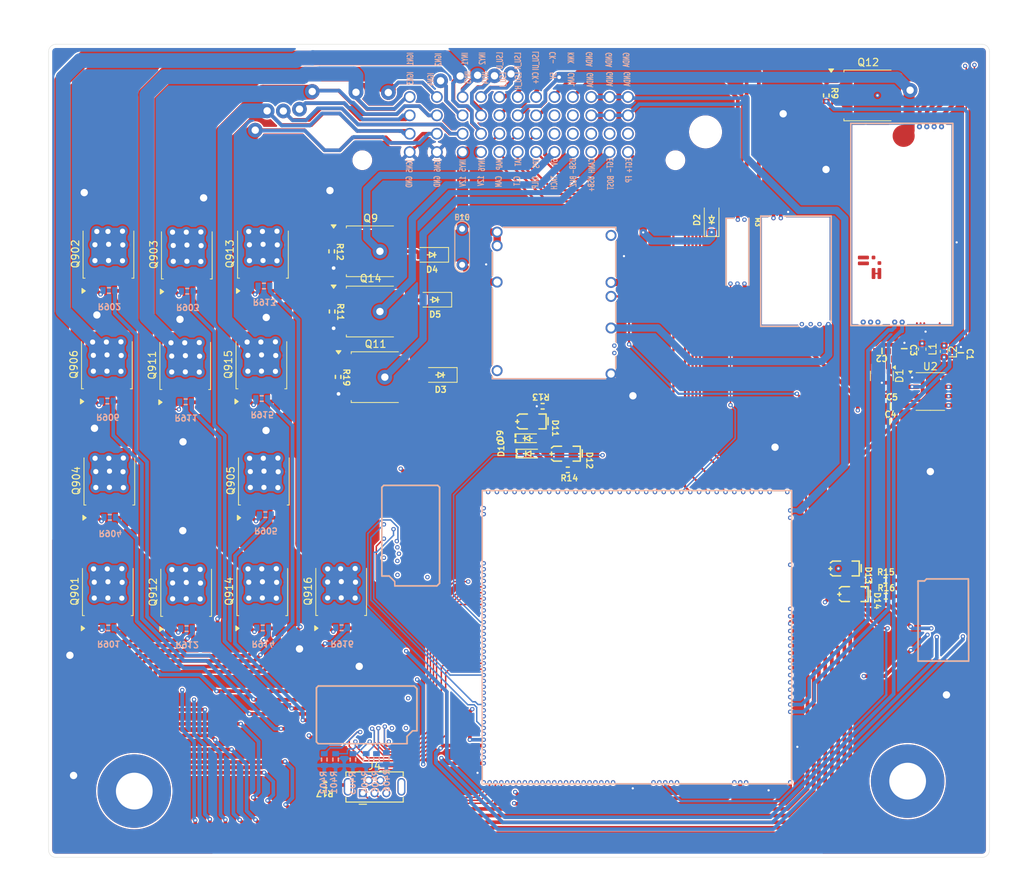
<source format=kicad_pcb>
(kicad_pcb (version 20240108) (generator "pcbnew") (generator_version "8.0")
  (layers (0 "F.Cu" signal) (1 "In1.Cu" signal) (2 "In2.Cu" signal) (31 "B.Cu" signal) (34 "B.Paste" user) (35 "F.Paste" user) (36 "B.SilkS" user "B.Silkscreen") (37 "F.SilkS" user "F.Silkscreen") (38 "B.Mask" user) (39 "F.Mask" user) (44 "Edge.Cuts" user))
  (net 0 "")
  (net 1 "/MAIN_RELAY")
  (net 2 "/OUT_IGN6")
  (net 3 "/OUT_FUEL_PUMP_RELAY")
  (net 4 "GND")
  (net 5 "+5V")
  (net 6 "/IN_KNOCK1")
  (net 7 "/OUT_IGN1")
  (net 9 "/OUT_IGN4")
  (net 10 "/INJ3")
  (net 11 "/INJ2")
  (net 12 "/INJ1")
  (net 13 "/OUT_INJ3")
  (net 14 "/INJ6")
  (net 15 "/OUT_INJ1")
  (net 17 "/OUT_INJ5")
  (net 18 "unconnected-(M4-OUT_IGN7-PadS2)")
  (net 19 "/OUT_INJ6")
  (net 20 "/INJ5")
  (net 21 "/OUT_INJ4")
  (net 22 "/INJ4")
  (net 23 "Net-(Q901-G)")
  (net 24 "Net-(Q902-G)")
  (net 25 "Net-(Q903-G)")
  (net 26 "Net-(Q904-G)")
  (net 27 "Net-(Q906-G)")
  (net 29 "unconnected-(M9-IGN8-PadW4)")
  (net 30 "Net-(Q911-G)")
  (net 31 "Net-(Q914-G)")
  (net 32 "Net-(Q916-G)")
  (net 34 "Net-(Q905-G)")
  (net 35 "unconnected-(M9-IGN7-PadW5)")
  (net 36 "Net-(M4-OUT_IGN6)")
  (net 37 "Net-(M4-OUT_IGN4)")
  (net 39 "Net-(M4-OUT_IGN2)")
  (net 40 "Net-(M4-OUT_IGN5)")
  (net 41 "Net-(M4-OUT_IGN1)")
  (net 42 "Net-(M4-OUT_IGN3)")
  (net 45 "/OUT3")
  (net 46 "/IN_CRANK")
  (net 47 "/IGN6")
  (net 48 "/IGN5")
  (net 49 "/CAN+")
  (net 50 "+5VA")
  (net 51 "/IN_RES2")
  (net 53 "/SPI3_MOSI")
  (net 55 "/RX1")
  (net 57 "/IN_MAF")
  (net 60 "/RX2")
  (net 61 "/IN_PPS1")
  (net 62 "/THRESHOLD_VR")
  (net 63 "/ETB_EN")
  (net 64 "/TX1")
  (net 65 "/TACH")
  (net 66 "/USBP")
  (net 67 "/IN_CLT")
  (net 69 "/SPI3_CS")
  (net 70 "/IN_A2")
  (net 71 "/CHECK_ENGINE")
  (net 72 "/IN_CAM1")
  (net 79 "/IN_MAP2")
  (net 82 "Net-(U2-T-)")
  (net 83 "/IN_A4")
  (net 84 "/IN_A3")
  (net 85 "/OUT1")
  (net 86 "/SPI3_SCK")
  (net 87 "/IN_CAM2")
  (net 89 "/VR_ANALOG")
  (net 92 "/IGN1")
  (net 93 "/TX2")
  (net 94 "/IGN3")
  (net 96 "/IN_D2")
  (net 99 "/-ETB")
  (net 100 "/IN_AFR")
  (net 101 "/IN_PPS2")
  (net 102 "/IN_TPS1")
  (net 103 "/SPI3_MISO")
  (net 105 "/FUEL_PUMP_RELAY")
  (net 106 "/IDLE")
  (net 107 "/IN_TPS2")
  (net 108 "/IN_D4")
  (net 111 "/FUEL_CONSUM")
  (net 115 "/IN_D3")
  (net 116 "/VBUS")
  (net 117 "/VVT2_B2")
  (net 118 "/WASTEGATE")
  (net 121 "/CAN-")
  (net 123 "/+ETB")
  (net 124 "/VVT1_2")
  (net 125 "+3V3")
  (net 126 "/OUT2")
  (net 127 "/IN_RES1")
  (net 128 "/IN_IAT")
  (net 129 "/IN_D1")
  (net 130 "/VIGN")
  (net 131 "/IGN2")
  (net 133 "/VBAT")
  (net 134 "Net-(U2-T+)")
  (net 135 "/IN_VSS")
  (net 138 "/IGN4")
  (net 141 "/VVT2_B1")
  (net 142 "/IN_A1")
  (net 144 "/USBM")
  (net 148 "/VVT1_1")
  (net 149 "/EGT+")
  (net 150 "/EGT-")
  (net 152 "Net-(D11-K)")
  (net 153 "Net-(D10-A)")
  (net 154 "Net-(D13-K)")
  (net 155 "Net-(D14-K)")
  (net 156 "Net-(J4-GND)")
  (net 158 "+12V")
  (net 160 "+12V_PROT")
  (net 161 "+5VP")
  (net 162 "/LSU_CALIBR_RES")
  (net 163 "/LSU_SENSOR_U")
  (net 164 "/LSU_PUMP_I")
  (net 165 "/LSU_SENSOR_U{slash}PUMP_I")
  (net 166 "Net-(Q912-G)")
  (net 167 "Net-(Q913-G)")
  (net 168 "Net-(Q915-G)")
  (net 169 "Net-(M6-CAN_TX)")
  (net 170 "Net-(M6-CAN_RX)")
  (net 171 "/CAN_L")
  (net 172 "/IN_CRANK+")
  (net 173 "/IN_CRANK-")
  (net 176 "Net-(M5-PULL_UP2)")
  (net 180 "/LSU_HEAT-")
  (net 182 "/VREF2")
  (net 183 "/IN_KNOCK1_RAW")
  (net 184 "/OUT_INJ2")
  (net 185 "/OUT_IGN2")
  (net 186 "/OUT_IGN3")
  (net 187 "/OUT_IGN5")
  (net 188 "/CAN_H")
  (net 194 "/GNDA")
  (net 195 "/OUT_WASTEGATE")
  (net 196 "/OUT_TACH")
  (net 197 "Net-(M7-OUT_IGN1)")
  (net 199 "Net-(M7-OUT_IGN3)")
  (net 202 "Net-(M7-OUT_IGN2)")
  (net 208 "Net-(M7-OUT_IGN4)")
  (net 209 "Net-(Q9-G)")
  (net 210 "Net-(Q11-G)")
  (net 211 "/OUT_BUZER")
  (net 212 "Net-(Q12-G)")
  (net 213 "Net-(Q14-G)")
  (net 214 "+12V_RAW")
  (footprint "Package_TO_SOT_SMD:TO-252-2" (layer "F.Cu") (at 89.028279 66.617 90)
    (property "Reference" "Q906")
    (property "Value" "ISL9V3040D3ST")
  )
  (footprint "Package_TO_SOT_SMD:TO-252-2" (layer "F.Cu") (at 99.9 51.67 90)
    (property "Reference" "Q903")
    (property "Value" "ISL9V3040D3ST")
  )
  (footprint "Package_TO_SOT_SMD:TO-252-2" (layer "F.Cu") (at 89.15 97.48 90)
    (property "Reference" "Q901")
    (property "Value" "ISL9V3040D3ST")
  )
  (footprint "Package_TO_SOT_SMD:TO-252-2" (layer "F.Cu") (at 89.24 51.57 90)
    (property "Reference" "Q902")
    (property "Value" "ISL9V3040D3ST")
  )
  (footprint "hellen-one-common:R0603" (layer "F.Cu") (at 148.313 72.304452 180)
    (property "Reference" "R13")
    (property "Value" "5.1k" (hide yes))
  )
  (footprint "hellen-one-common:LED-0805" (layer "F.Cu") (at 146.900095 74.371453 180)
    (property "Reference" "D11")
    (property "Value" "LED-GREEN-0805" (hide yes))
  )
  (footprint "hellen-one-common:R0603" (layer "F.Cu") (at 151.736 80.959524)
    (property "Reference" "R14")
    (property "Value" "5.1k" (hide yes))
  )
  (footprint "ign8-0.2:ign8" (layer "F.Cu") (at 117.439019 110.338998 -90)
    (property "Reference" "M4" (hide yes))
    (property "Value" "Module-ign8-0.2" (hide yes))
  )
  (footprint "hellen-one-common:SOD-123" (layer "F.Cu") (at 133.268 51.701 180)
    (property "Reference" "D4")
    (property "Value" "B5819W" (hide yes))
  )
  (footprint "hellen-one-common:C0603" (layer "F.Cu") (at 194.485 64.810007 180)
    (property "Reference" "C2")
    (property "Value" "100n" (hide yes))
  )
  (footprint "vr-discrete-0.4:vr-discrete" (layer "F.Cu") (at 177.880784 46.330242 -90)
    (property "Reference" "M2" (hide yes))
    (property "Value" "Module-vr-discrete-0.4" (hide yes))
  )
  (footprint "Package_TO_SOT_SMD:TO-252-2" (layer "F.Cu") (at 124.916 51.221)
    (property "Reference" "Q9")
    (property "Value" "ISL9V3040D3ST")
  )
  (footprint "hellen-one-common:LED-0805" (layer "F.Cu") (at 190.715905 97.861 180)
    (property "Reference" "D14")
    (property "Value" "LED-GREEN-0805" (hide yes))
  )
  (footprint "hellen-one-common:R0603" (layer "F.Cu") (at 119.613928 51.227 -90)
    (property "Reference" "R12")
    (property "Value" "22" (hide yes))
  )
  (footprint "hellen-one-common:R0603" (layer "F.Cu") (at 120.489928 68.309 -90)
    (property "Reference" "R19")
    (property "Value" "22" (hide yes))
  )
  (footprint "hellen-one-common:R0603" (layer "F.Cu") (at 119.670928 59.408 -90)
    (property "Reference" "R11")
    (property "Value" "22" (hide yes))
  )
  (footprint "Package_TO_SOT_SMD:TO-252-2" (layer "F.Cu") (at 124.916 59.416)
    (property "Reference" "Q14")
    (property "Value" "ISL9V3040D3ST")
  )
  (footprint "hellen-one-common:USB-MINI-B-VERTICAL" (layer "F.Cu") (at 125.448 124.077)
    (property "Reference" "J4")
    (property "Value" "USB_B_Mini")
  )
  (footprint "knock-0.2:knock" (layer "F.Cu") (at 173.17 46.621 -90)
    (property "Reference" "M3")
    (property "Value" "Module-knock-0.2" (hide yes))
  )
  (footprint "hellen-one-common:SOD-123" (layer "F.Cu") (at 133.687 57.809 180)
    (property "Reference" "D5")
    (property "Value" "B5819W" (hide yes))
  )
  (footprint "Package_SO:SOIC-8_3.9x4.9mm_P1.27mm" (layer "F.Cu") (at 201.063 70.296)
    (property "Reference" "U2")
    (property "Value" "MAX31855KASA" (hide yes))
  )
  (footprint "hellen-one-common:R0603" (layer "F.Cu") (at 194.952 96.004072)
    (property "Reference" "R15")
    (property "Value" "1.6k" (hide yes))
  )
  (footprint "conector-mre48:Molex_48_MRE" (layer "F.Cu") (at 130.188401 30.221999)
    (property "Reference" "U1" (hide yes))
    (property "Value" "molex_48pin_MRE" (hide yes))
  )
  (footprint "hellen-one-common:SOD-123" (layer "F.Cu") (at 134.431 68.041 180)
    (property "Reference" "D3")
    (property "Value" "B5819W" (hide yes))
  )
  (footprint "Package_TO_SOT_SMD:TO-252-2" (layer "F.Cu") (at 125.583 68.342)
    (property "Reference" "Q11")
    (property "Value" "ISL9V3040D3ST")
  )
  (footprint "ign8-0.2:ign8" (layer "F.Cu") (at 134.315 82.972999 180)
    (property "Reference" "M7" (hide yes))
    (property "Value" "Module-ign8-0.2" (hide yes))
  )
  (footprint "hellen-one-common:SOD-323" (layer "F.Cu") (at 146.277 76.671452)
    (property "Reference" "D9")
    (property "Value" "1N4148WS" (hide yes))
  )
  (footprint "hellen-one-common:LED-0805" (layer "F.Cu") (at 189.505 94.376 180)
    (property "Reference" "D13")
    (property "Value" "LED-GREEN-0805" (hide yes))
  )
  (footprint "Package_TO_SOT_SMD:TO-252-2" (layer "F.Cu") (at 120.9 97.46 90)
    (property "Reference" "Q916")
    (property "Value" "ISL9V3040D3ST")
  )
  (footprint "Package_TO_SOT_SMD:TO-252-2" (layer "F.Cu") (at 89.361721 82.433 90)
    (property "Reference" "Q904")
    (property "Value" "ISL9V3040D3ST")
  )
  (footprint "hellen-one-common:LED-0805" (layer "F.Cu") (at 151.550905 78.754452 180)
    (property "Reference" "D12")
    (property "Value" "LED-GREEN-0805" (hide yes))
  )
  (footprint "mega-144-07:mega-mcu144" (layer "F.Cu") (at 182.295001 83.674998 180)
    (property "Reference" "M9" (hide yes))
    (property "Value" "Module-mega-mcu144-0.7" (hide yes))
  )
  (footprint "hellen-one-common:C0603" (layer "F.Cu") (at 197.535 64.464 -90)
    (property "Reference" "C3")
    (property "Value" "10n" (hide yes))
  )
  (footprint "hellen-one-common:C0603" (layer "F.Cu") (at 195.566 74.383)
    (property "Reference" "C4")
    (property "Value" "100n" (hide yes))
  )
  (footprint "hellen-one-common:R0603" (layer "F.Cu") (at 186.905 30.016 -90)
    (property "Reference" "R9")
    (property "Value" "22" (hide yes))
  )
  (footprint "wbo-0.5:wbo" (layer "F.Cu") (at 204.231 61.417 90)
    (property "Reference" "M5" (hide yes))
    (property "Value" "Module-wbo-0.5" (hide yes))
  )
  (footprint "Package_TO_SOT_SMD:TO-252-2" (layer "F.Cu") (at 192.61 30.013)
    (property "Reference" "Q12")
    (property "Value" "ISL9V3040D3ST")
  )
  (footprint "Package_TO_SOT_SMD:TO-252-2" (layer "F.Cu") (at 110.048279 66.617 90)
    (property "Reference" "Q915")
    (property "Value" "ISL9V3040D3ST")
  )
  (footprint "Package_TO_SOT_SMD:TO-252-2" (layer "F.Cu") (at 110.26 51.57 90)
    (property "Reference" "Q913")
    (property "Value" "ISL9V3040D3ST")
  )
  (footprint "Package_TO_SOT_SMD:TO-252-2" (layer "F.Cu") (at 99.81 97.58 90)
    (property "Reference" "Q912")
    (property "Value" "ISL9V3040D3ST")
  )
  (footprint "Inductor_SMD:L_0603_1608Metric" (layer "F.Cu") (at 202.929 64.845 -90)
    (property "Reference" "L2")
    (property "Value" "470R@100MHz" (hide yes))
  )
  (footprint "Package_TO_SOT_SMD:TO-252-2" (layer "F.Cu") (at 110.381721 82.433 90)
    (property "Reference" "Q905")
    (property "Value" "ISL9V3040D3ST")
  )
  (footprint "Package_TO_SOT_SMD:TO-252-2" (layer "F.Cu") (at 110.17 97.48 90)
    (property "Reference" "Q914")
    (property "Value" "ISL9V3040D3ST")
  )
  (footprint "hellen-one-common:SOD-123" (layer "F.Cu") (at 171.305 46.967 90)
    (property "Reference" "D2")
    (property "Value" "B5819W" (hide yes))
  )
  (footprint "hellen-one-common:SOD-323" (layer "F.Cu") (at 146.415 78.754452)
    (property "Reference" "D10")
    (property "Value" "1N4148WS" (hide yes))
  )
  (footprint "hellen-one-common:C0603" (layer "F.Cu") (at 205.223 65.032001 -90)
    (property "Reference" "C1")
    (property "Value" "10n" (hide yes))
  )
  (footprint "Inductor_SMD:L_0603_1608Metric" (layer "F.Cu") (at 199.95 64.543 -90)
    (property "Reference" "L1")
    (property "Value" "470R@100MHz" (hide yes))
  )
  (footprint "hellen-one-common:R0603" (layer "F.Cu") (at 195.002 98.161)
    (property "Reference" "R16")
    (property "Value" "750" (hide yes))
  )
  (footprint "hellen-one-common:C0603" (layer "F.Cu") (at 195.633 72.297994)
    (property "Reference" "C5")
    (property "Value" "1u" (hide yes))
  )
  (footprint "power-12-5v-0.1:power_12and5V" (layer "F.Cu") (at 141.370254 68.657402)
    (property "Reference" "M1" (hide yes))
    (property "Value" "Module-power_12and5V-0.1" (hide yes))
  )
  (footprint "Package_TO_SOT_SMD:TO-252-2" (layer "F.Cu") (at 99.688279 66.717 90)
    (property "Reference" "Q911")
    (property "Value" "ISL9V3040D3ST")
  )
  (footprint "hellen-one-common:PAD-1206-PAD" (layer "F.Cu") (at 137.361 50.60901 -90)
    (property "Reference" "F10")
    (property "Value" "Fuse-Pad-Pad" (hide yes))
  )
  (footprint "Package_TO_SOT_SMD:SOT-23" (layer "F.Cu") (at 194.465 68.1715 -90)
    (property "Reference" "D1")
    (property "Value" "NUP2105L" (hide yes))
  )
  (footprint "can-01:can" (layer "F.Cu") (at 199.290663 95.698502 -90)
    (property "Reference" "M6" (hide yes))
    (property "Value" "Module-can-0.1" (hide yes))
  )
  (footprint "hellen-one-common:R0603" (layer "F.Cu") (at 118.74 123.835 180)
    (property "Reference" "R17")
    (property "Value" "0" (hide yes))
  )
  (footprint "hellen-one-common:R0603" (layer "B.Cu") (at 99.748279 71.694928)
    (property "Reference" "R911")
    (property "Value" "22" (hide yes))
  )
  (footprint "hellen-one-common:R0603" (layer "B.Cu") (at 122.505 120.373 -90)
    (property "Reference" "R403")
    (property "Value" "10k" (hide yes))
  )
  (footprint "hellen-one-common:R0603" (layer "B.Cu") (at 99.96 56.65)
    (property "Reference" "R903")
    (property "Value" "22" (hide yes))
  )
  (footprint "hellen-one-common:R0603" (layer "B.Cu") (at 89.088279 71.597)
    (property "Reference" "R906")
    (property "Value" "22" (hide yes))
  )
  (footprint "hellen-one-common:R0603" (layer "B.Cu") (at 125.709 120.373 -90)
    (property "Reference" "R405")
    (property "Value" "10k" (hide yes))
  )
  (footprint "hellen-one-common:R0603" (layer "B.Cu") (at 110.396 55.941)
    (property "Reference" "R913")
    (property "Value" "22" (hide yes))
  )
  (footprint "hellen-one-common:R0603" (layer "B.Cu") (at 120.96 102.44)
    (property "Reference" "R916")
    (property "Value" "22" (hide yes))
  )
  (footprint "hellen-one-common:R0603" (layer "B.Cu") (at 118.606 120.373 -90)
    (property "Reference" "R402")
    (property "Value" "10k" (hide yes))
  )
  (footprint "hellen-one-common:R0603" (layer "B.Cu") (at 110.587 87.058)
    (property "Reference" "R905")
    (property "Value" "22" (hide yes))
  )
  (footprint "hellen-one-common:R0603" (layer "B.Cu") (at 120.148 120.373 -90)
    (property "Reference" "R401")
    (property "Value" "10k" (hide yes))
  )
  (footprint "hellen-one-common:R0603" (layer "B.Cu") (at 99.87 102.56)
    (property "Reference" "R912")
    (property "Value" "22" (hide yes))
  )
  (footprint "hellen-one-common:R0603" (layer "B.Cu") (at 110.23 102.46)
    (property "Reference" "R914")
    (property "Value" "22" (hide yes))
  )
  (footprint "hellen-one-common:R0603" (layer "B.Cu") (at 89.3 56.55)
    (property "Reference" "R902")
    (property "Value" "22" (hide yes))
  )
  (footprint "hellen-one-common:R0603" (layer "B.Cu") (at 127.048 120.221 -90)
    (property "Reference" "R406")
    (property "Value" "10k" (hide yes))
  )
  (footprint "hellen-one-common:R0603" (layer "B.Cu") (at 89.421721 87.413)
    (property "Reference" "R904")
    (property "Value" "22" (hide yes))
  )
  (footprint "hellen-one-common:R0603" (layer "B.Cu") (at 124.302 120.373 -90)
    (property "Reference" "R404")
    (property "Value" "10k" (hide yes))
  )
  (footprint "hellen-one-common:R0603" (layer "B.Cu") (at 89.21 102.46)
    (property "Reference" "R901")
    (property "Value" "22" (hide yes))
  )
  (footprint "hellen-one-common:R0603" (layer "B.Cu") (at 110.097 71.25)
    (property "Reference" "R915")
    (property "Value" "22" (hide yes))
  )
  (gr_line (start 209.11 24.06) (end 209.11 132.68) (stroke (width 0.05)) (layer "Edge.Cuts"))
  (gr_arc (start 209.11 132.68) (mid 208.817107 133.387107) (end 208.11 133.68) (stroke (width 0.05)) (layer "Edge.Cuts"))
  (gr_arc (start 208.11 23.06) (mid 208.817107 23.352893) (end 209.11 24.06) (stroke (width 0.05)) (layer "Edge.Cuts"))
  (gr_line (start 208.11 133.68) (end 82.09 133.68) (stroke (width 0.05)) (layer "Edge.Cuts"))
  (gr_line (start 82.09 23.06) (end 208.11 23.06) (stroke (width 0.05)) (layer "Edge.Cuts"))
  (gr_line (start 81.09 132.68) (end 81.09 24.06) (stroke (width 0.05)) (layer "Edge.Cuts"))
  (gr_arc (start 82.09 133.68) (mid 81.382893 133.387107) (end 81.09 132.68) (stroke (width 0.05)) (layer "Edge.Cuts"))
  (gr_arc (start 81.09 24.06) (mid 81.382893 23.352893) (end 82.09 23.06) (stroke (width 0.05)) (layer "Edge.Cuts"))
  (via (at 197.973923 123.308121) (size 10) (drill 5) (layers "F.Cu" "B.Cu") (net 0))
  (via (at 92.754932 124.66164) (size 10) (drill 5) (layers "F.Cu" "B.Cu") (net 0))
  (segment (start 138.413 117.674997) (end 138.413 113.843) (width 0.5) (layer "F.Cu") (net 1))
  (segment (start 138.413 113.843) (end 138.741 113.515) (width 0.5) (layer "F.Cu") (net 1))
  (via (at 138.741 113.515) (size 0.6) (drill 0.3) (layers "F.Cu" "B.Cu") (net 1))
  (via (at 138.413 117.674997) (size 0.6) (drill 0.3) (layers "F.Cu" "B.Cu") (net 1))
  (segment (start 138.413 117.674997) (end 140.295 117.674997) (width 0.5) (layer "B.Cu") (net 1))
  (segment (start 120.97 96.21) (end 120.92 96.16) (width 0.5) (layer "F.Cu") (net 2))
  (segment (start 108.52 38.67) (end 108.52 35.43) (width 2) (layer "F.Cu") (net 2))
  (segment (start 115.66 78.947183) (end 115.4 78.687183) (width 2) (layer "F.Cu") (net 2))
  (segment (start 120.9 96.2) (end 115.66 90.96) (width 2) (layer "F.Cu") (net 2))
  (segment (start 122.467734 35.72) (end 126.990051 35.72) (width 0.5) (layer "F.Cu") (net 2))
  (segment (start 108.52 35.43) (end 109.21 34.74) (width 2) (layer "F.Cu") (net 2))
  (segment (start 132.064599 35.224599) (end 133.927601 35.224599) (width 0.5) (layer "F.Cu") (net 2))
  (segment (start 109.21 34.74) (end 115.907468 34.74) (width 0.5) (layer "F.Cu") (net 2))
  (segment (start 115.907468 34.74) (end 118.642067 37.474599) (width 0.5) (layer "F.Cu") (net 2))
  (segment (start 120.713135 37.474599) (end 122.467734 35.72) (width 0.5) (layer "F.Cu") (net 2))
  (segment (start 130.745368 36.474599) (end 131.99 35.229967) (width 0.5) (layer "F.Cu") (net 2))
  (segment (start 127.74465 36.474599) (end 130.745368 36.474599) (width 0.5) (layer "F.Cu") (net 2))
  (segment (start 115.4 78.687183) (end 115.4 45.55) (width 2) (layer "F.Cu") (net 2))
  (segment (start 126.990051 35.72) (end 127.74465 36.474599) (width 0.5) (layer "F.Cu") (net 2))
  (segment (start 115.66 90.96) (end 115.66 78.947183) (width 2) (layer "F.Cu") (net 2))
  (segment (start 115.4 45.55) (end 108.52 38.67) (width 2) (layer "F.Cu") (net 2))
  (segment (start 118.642067 37.474599) (end 120.713135 37.474599) (width 0.5) (layer "F.Cu") (net 2))
  (via (at 122.85 96.24) (size 1.5) (drill 0.7) (layers "F.Cu" "B.Cu") (net 2))
  (via (at 120.92 96.16) (size 1.5) (drill 0.7) (layers "F.Cu" "B.Cu") (net 2))
  (via (at 119.06 96.22) (size 1.5) (drill 0.7) (layers "F.Cu" "B.Cu") (net 2))
  (via (at 119.059998 94.430002) (size 1.5) (drill 0.7) (layers "F.Cu" "B.Cu") (net 2))
  (via (at 109.21 34.74) (size 2) (drill 1) (layers "F.Cu" "B.Cu") (net 2))
  (via (at 119.06 98.38) (size 1.5) (drill 0.7) (layers "F.Cu" "B.Cu") (net 2))
  (via (at 120.83 94.41) (size 1.5) (drill 0.7) (layers "F.Cu" "B.Cu") (net 2))
  (via (at 122.81 94.38) (size 1.5) (drill 0.7) (layers "F.Cu" "B.Cu") (net 2))
  (via (at 122.81 98.4) (size 1.5) (drill 0.7) (layers "F.Cu" "B.Cu") (net 2))
  (via (at 120.91 98.37) (size 1.5) (drill 0.7) (layers "F.Cu" "B.Cu") (net 2))
  (segment (start 122.81 96.2) (end 122.85 96.24) (width 0.5) (layer "B.Cu") (net 2))
  (segment (start 131.546231 36.474599) (end 127.384549 36.474599) (width 0.5) (layer "B.Cu") (net 2))
  (segment (start 120.92 96.16) (end 122.77 96.16) (width 0.5) (layer "B.Cu") (net 2))
  (segment (start 109.28 34.81) (end 109.21 34.74) (width 0.5) (layer "B.Cu") (net 2))
  (segment (start 120.92 96.16) (end 119.12 96.16) (width 0.5) (layer "B.Cu") (net 2))
  (segment (start 122.85 96.24) (end 122.85 98.36) (width 0.5) (layer "B.Cu") (net 2))
  (segment (start 119.06 98.38) (end 120.9 98.38) (width 0.5) (layer "B.Cu") (net 2))
  (segment (start 133.927601 35.224599) (end 132.796231 35.224599) (width 0.5) (layer "B.Cu") (net 2))
  (segment (start 127.384549 36.474599) (end 126.57995 35.67) (width 0.5) (layer "B.Cu") (net 2))
  (segment (start 126.57995 35.67) (end 122.62005 35.67) (width 0.5) (layer "B.Cu") (net 2))
  (segment (start 120.91 98.37) (end 120.91 96.17) (width 0.5) (layer "B.Cu") (net 2))
  (segment (start 120.83 94.41) (end 119.08 94.41) (width 0.5) (layer "B.Cu") (net 2))
  (segment (start 120.83 94.41) (end 122.78 94.41) (width 0.5) (layer "B.Cu") (net 2))
  (segment (start 119.08 94.41) (end 119.059998 94.430002) (width 0.5) (layer "B.Cu") (net 2))
  (segment (start 118.642067 37.474599) (end 115.977468 34.81) (width 0.5) (layer "B.Cu") (net 2))
  (segment (start 120.92 96.16) (end 120.92 94.5) (width 0.5) (layer "B.Cu") (net 2))
  (segment (start 122.530049 35.760001) (end 122.430101 35.76) (width 0.5) (layer "B.Cu") (net 2))
  (segment (start 120.715502 37.474599) (end 118.642067 37.474599) (width 0.5) (layer "B.Cu") (net 2))
  (segment (start 119.06 96.22) (end 119.06 94.430004) (width 0.5) (layer "B.Cu") (net 2))
  (segment (start 122.81 98.4) (end 120.94 98.4) (width 0.5) (layer "B.Cu") (net 2))
  (segment (start 120.92 94.5) (end 120.83 94.41) (width 0.5) (layer "B.Cu") (net 2))
  (segment (start 132.796231 35.224599) (end 131.546231 36.474599) (width 0.5) (layer "B.Cu") (net 2))
  (segment (start 122.81 94.38) (end 122.81 96.2) (width 0.5) (layer "B.Cu") (net 2))
  (segment (start 115.977468 34.81) (end 109.28 34.81) (width 0.5) (layer "B.Cu") (net 2))
  (segment (start 122.85 98.36) (end 122.81 98.4) (width 0.5) (layer "B.Cu") (net 2))
  (segment (start 120.94 98.4) (end 120.91 98.37) (width 0.5) (layer "B.Cu") (net 2))
  (segment (start 122.62005 35.67) (end 122.530049 35.760001) (width 0.5) (layer "B.Cu") (net 2))
  (segment (start 122.430101 35.76) (end 120.715502 37.474599) (width 0.5) (layer "B.Cu") (net 2))
  (segment (start 120.91 96.17) (end 120.92 96.16) (width 0.5) (layer "B.Cu") (net 2))
  (segment (start 120.9 98.38) (end 120.91 98.37) (width 0.5) (layer "B.Cu") (net 2))
  (segment (start 119.12 96.16) (end 119.06 96.22) (width 0.5) (layer "B.Cu") (net 2))
  (segment (start 119.06 94.430004) (end 119.059998 94.430002) (width 0.5) (layer "B.Cu") (net 2))
  (segment (start 119.06 96.22) (end 119.06 98.38) (width 0.5) (layer "B.Cu") (net 2))
  (segment (start 122.78 94.41) (end 122.81 94.38) (width 0.5) (layer "B.Cu") (net 2))
  (segment (start 122.77 96.16) (end 122.85 96.24) (width 0.5) (layer "B.Cu") (net 2))
  (segment (start 171.305 45.317) (end 171.305 43.8) (width 0.5) (layer "F.Cu") (net 3))
  (segment (start 163.006002 40.803) (end 159.927601 37.724599) (width 0.5) (layer "F.Cu") (net 3))
  (segment (start 171.305 43.8) (end 168.308 40.803) (width 0.5) (layer "F.Cu") (net 3))
  (segment (start 168.308 40.803) (end 163.006002 40.803) (width 0.5) (layer "F.Cu") (net 3))
  (via (at 193.87 30.013) (size 0.6) (drill 0.3) (layers "F.Cu" "B.Cu") (net 3))
  (via (at 120.543 70.622) (size 1) (drill 0.5) (layers "F.Cu" "B.Cu") (net 4))
  (via (at 119.376 42.955) (size 2) (drill 1) (layers "F.Cu" "B.Cu") (net 4))
  (via (at 87.666 59.883) (size 2) (drill 1) (layers "F.Cu" "B.Cu") (net 4))
  (via (at 186.867 40.086) (size 2) (drill 1) (layers "F.Cu" "B.Cu") (net 4))
  (via (at 182.966 118.642) (size 0.6) (drill 0.3) (layers "F.Cu" "B.Cu") (net 4))
  (via (at 119.876 53.501) (size 1) (drill 0.5) (layers "F.Cu" "B.Cu") (net 4))
  (via (at 181.039 32.512) (size 2) (drill 1) (layers "F.Cu" "B.Cu") (net 4))
  (via (at 201.063 81.189) (size 2) (drill 1) (layers "F.Cu" "B.Cu") (net 4))
  (via (at 84.493 122.538) (size 2) (drill 1) (layers "F.Cu" "B.Cu") (net 4))
  (via (at 110.678 75.6) (size 2) (drill 1) (layers "F.Cu" "B.Cu") (net 4))
  (via (at 139.456 122.18) (size 0.6) (drill 0.3) (layers "F.Cu" "B.Cu") (net 4))
  (via (at 87.342 75.298) (size 2) (drill 1) (layers "F.Cu" "B.Cu") (net 4))
  (via (at 179.056 124.554) (size 0.6) (drill 0.3) (layers "F.Cu" "B.Cu") (net 4))
  (via (at 99.353 89.229) (size 2) (drill 1) (layers "F.Cu" "B.Cu") (net 4))
  (via (at 203.254 111.571) (size 2) (drill 1) (layers "F.Cu" "B.Cu") (net 4))
  (via (at 198.588 68.391) (size 0.6) (drill 0.3) (layers "F.Cu" "B.Cu") (net 4))
  (via (at 194.465 69.109) (size 0.6) (drill 0.3) (layers "F.Cu" "B.Cu") (net 4))
  (via (at 205.223 64.242) (size 0.6) (drill 0.3) (layers "F.Cu" "B.Cu") (net 4))
  (via (at 204.643 50.003) (size 0.6) (drill 0.3) (layers "F.Cu" "B.Cu") (net 4))
  (via (at 102.188 43.949) (size 2) (drill 1) (layers "F.Cu" "B.Cu") (net 4))
  (via (at 179.932 77.875) (size 2) (drill 1) (layers "F.Cu" "B.Cu") (net 4))
  (via (at 160.577 124.283) (size 0.6) (drill 0.3) (layers "F.Cu" "B.Cu") (net 4))
  (via (at 123.359 107.693) (size 2) (drill 1) (layers "F.Cu" "B.Cu") (net 4))
  (via (at 119.876 61.696) (size 1) (drill 0.5) (layers "F.Cu" "B.Cu") (net 4))
  (via (at 197.535 63.673999) (size 0.6) (drill 0.3) (layers "F.Cu" "B.Cu") (net 4))
  (via (at 200.411 62.152) (size 0.6) (drill 0.3) (layers "F.Cu" "B.Cu") (net 4))
  (via (at 140.628 53.003) (size 0.6) (drill 0.3) (layers "F.Cu" "B.Cu") (net 4))
  (via (at 115.234 105.314) (size 2) (drill 1) (layers "F.Cu" "B.Cu") (net 4))
  (via (at 110.711 60.221) (size 2) (drill 1) (layers "F.Cu" "B.Cu") (net 4))
  (via (at 159.378 51.878) (size 0.6) (drill 0.3) (layers "F.Cu" "B.Cu") (net 4))
  (via (at 99.382 77.14) (size 2) (drill 1) (layers "F.Cu" "B.Cu") (net 4))
  (via (at 160.596 70.879) (size 2) (drill 1) (layers "F.Cu" "B.Cu") (net 4))
  (via (at 98.971 60.478) (size 2) (drill 1) (layers "F.Cu" "B.Cu") (net 4))
  (via (at 85.946 43.235) (size 2) (drill 1) (layers "F.Cu" "B.Cu") (net 4))
  (via (at 147.513 72.304452) (size 0.6) (drill 0.3) (layers "F.Cu" "B.Cu") (net 4))
  (via (at 181.714 45.863) (size 0.6) (drill 0.3) (layers "F.Cu" "B.Cu") (net 4))
  (via (at 83.996 106.186) (size 2) (drill 1) (layers "F.Cu" "B.Cu") (net 4))
  (via (at 188.554979 94.376) (size 0.6) (drill 0.3) (layers "F.Cu" "B.Cu") (net 5))
  (segment (start 186.283 66.216) (end 187.222 65.277) (width 1) (layer "B.Cu") (net 5))
  (segment (start 157.62025 61.657402) (end 163.967402 61.657402) (width 1) (layer "B.Cu") (net 5))
  (segment (start 187.222 65.277) (end 187.222 61.455) (width 1) (layer "B.Cu") (net 5))
  (segment (start 163.967402 61.657402) (end 168.526 66.216) (width 1) (layer "B.Cu") (net 5))
  (segment (start 168.526 66.216) (end 186.283 66.216) (width 1) (layer "B.Cu") (net 5))
  (segment (start 173.870002 72.145) (end 173.870002 55.621) (width 0.2) (layer "F.Cu") (net 6))
  (via (at 173.870002 72.145) (size 0.6) (drill 0.3) (layers "F.Cu" "B.Cu") (net 6))
  (segment (start 174.506995 72.781993) (end 174.506995 76.663) (width 0.2) (layer "B.Cu") (net 6))
  (segment (start 174.506995 76.663) (end 167.194997 83.974998) (width 0.2) (layer "B.Cu") (net 6))
  (segment (start 173.870002 72.145) (end 174.506995 72.781993) (width 0.2) (layer "B.Cu") (net 6))
  (segment (start 99.758279 65.467) (end 99.708279 65.417) (width 3) (layer "F.Cu") (net 7))
  (segment (start 129.775401 30.224599) (end 128.13 31.87) (width 0.5) (layer "F.Cu") (net 7))
  (segment (start 124.4399 31.87) (end 122.917069 30.347169) (width 0.5) (layer "F.Cu") (net 7))
  (segment (start 130.227601 30.224599) (end 129.775401 30.224599) (width 0.5) (layer "F.Cu") (net 7))
  (segment (start 122.917069 30.347169) (end 122.917069 29.587364) (width 0.5) (layer "F.Cu") (net 7))
  (segment (start 128.13 31.87) (end 124.4399 31.87) (width 0.5) (layer "F.Cu") (net 7))
  (via (at 101.598279 63.637) (size 1.5) (drill 0.7) (layers "F.Cu" "B.Cu") (net 7))
  (via (at 101.598279 67.657) (size 1.5) (drill 0.7) (layers "F.Cu" "B.Cu") (net 7))
  (via (at 122.917069 29.587364) (size 2) (drill 1) (layers "F.Cu" "B.Cu") (net 7))
  (via (at 97.848279 65.477) (size 1.5) (drill 0.7) (layers "F.Cu" "B.Cu") (net 7))
  (via (at 99.698279 67.627) (size 1.5) (drill 0.7) (layers "F.Cu" "B.Cu") (net 7))
  (via (at 101.638279 65.497) (size 1.5) (drill 0.7) (layers "F.Cu" "B.Cu") (net 7))
  (via (at 99.618283 63.667004) (size 1.5) (drill 0.7) (layers "F.Cu" "B.Cu") (net 7))
  (via (at 99.708279 65.417) (size 1.5) (drill 0.7) (layers "F.Cu" "B.Cu") (net 7))
  (via (at 97.848279 67.637) (size 1.5) (drill 0.7) (layers "F.Cu" "B.Cu") (net 7))
  (via (at 97.748279 63.667) (size 1.5) (drill 0.7) (layers "F.Cu" "B.Cu") (net 7))
  (segment (start 122.62 27.07) (end 122.917069 27.367069) (width 2) (layer "B.Cu") (net 7))
  (segment (start 99.728279 67.657) (end 99.698279 67.627) (width 1) (layer "B.Cu") (net 7))
  (segment (start 99.618279 63.667) (end 99.618283 63.667004) (width 1) (layer "B.Cu") (net 7))
  (segment (start 101.568275 63.667004) (end 99.618283 63.667004) (width 1) (layer "B.Cu") (net 7))
  (segment (start 97.908279 65.417) (end 97.848279 65.477) (width 1) (layer "B.Cu") (net 7))
  (segment (start 99.708279 65.417) (end 94.47 60.178721) (width 2) (layer "B.Cu") (net 7))
  (segment (start 99.698279 65.427) (end 99.708279 65.417) (width 1) (layer "B.Cu") (net 7))
  (segment (start 124.47 31.83) (end 128.18005 31.83) (width 0.5) (layer "B.Cu") (net 7))
  (segment (start 101.598279 63.637) (end 101.568275 63.667004) (width 1) (layer "B.Cu") (net 7))
  (segment (start 94.47 60.178721) (end 94.47 29.91) (width 2) (layer "B.Cu") (net 7))
  (segment (start 117.944013 27.07) (end 122.62 27.07) (width 2) (layer "B.Cu") (net 7))
  (segment (start 97.848279 65.477) (end 97.848279 67.637) (width 1) (layer "B.Cu") (net 7))
  (segment (start 99.708279 65.417) (end 99.708279 63.757) (width 1) (layer "B.Cu") (net 7))
  (segment (start 97.748279 63.667) (end 97.748279 65.377) (width 1) (layer "B.Cu") (net 7))
  (segment (start 101.558279 65.417) (end 101.638279 65.497) (width 1) (layer "B.Cu") (net 7))
  (segment (start 101.638279 67.617) (end 101.598279 67.657) (width 1) (layer "B.Cu") (net 7))
  (segment (start 94.47 29.91) (end 96.911038 27.468962) (width 2) (layer "B.Cu") (net 7))
  (segment (start 122.917069 30.277069) (end 124.47 31.83) (width 0.5) (layer "B.Cu") (net 7))
  (segment (start 99.708279 65.417) (end 97.908279 65.417) (width 1) (layer "B.Cu") (net 7))
  (segment (start 99.708279 63.757) (end 99.618283 63.667004) (width 1) (layer "B.Cu") (net 7))
  (segment (start 122.917069 29.587364) (end 122.917069 30.277069) (width 0.5) (layer "B.Cu") (net 7))
  (segment (start 101.638279 65.497) (end 101.638279 67.617) (width 1) (layer "B.Cu") (net 7))
  (segment (start 128.18005 31.83) (end 129.785451 30.224599) (width 0.5) (layer "B.Cu") (net 7))
  (segment (start 101.598279 63.637) (end 101.598279 65.457) (width 1) (layer "B.Cu") (net 7))
  (segment (start 129.785451 30.224599) (end 130.227601 30.224599) (width 0.5) (layer "B.Cu") (net 7))
  (segment (start 99.688279 67.637) (end 99.698279 67.627) (width 1) (layer "B.Cu") (net 7))
  (segment (start 99.698279 67.627) (end 99.698279 65.427) (width 1) (layer "B.Cu") (net 7))
  (segment (start 97.748279 63.667) (end 99.618279 63.667) (width 1) (layer "B.Cu") (net 7))
  (segment (start 99.708279 65.417) (end 101.558279 65.417) (width 1) (layer "B.Cu") (net 7))
  (segment (start 101.598279 67.657) (end 99.728279 67.657) (width 1) (layer "B.Cu") (net 7))
  (segment (start 117.900826 27.113187) (end 117.944013 27.07) (width 2) (layer "B.Cu") (net 7))
  (segment (start 115.681089 27.468962) (end 116.036864 27.113187) (width 2) (layer "B.Cu") (net 7))
  (segment (start 97.748279 65.377) (end 97.848279 65.477) (width 1) (layer "B.Cu") (net 7))
  (segment (start 101.598279 65.457) (end 101.638279 65.497) (width 1) (layer "B.Cu") (net 7))
  (segment (start 96.911038 27.468962) (end 115.681089 27.468962) (width 2) (layer "B.Cu") (net 7))
  (segment (start 122.917069 27.367069) (end 122.917069 29.587364) (width 2) (layer "B.Cu") (net 7))
  (segment (start 97.848279 67.637) (end 99.688279 67.637) (width 1) (layer "B.Cu") (net 7))
  (segment (start 116.036864 27.113187) (end 117.900826 27.113187) (width 2) (layer "B.Cu") (net 7))
  (segment (start 132.796231 32.724599) (end 131.546231 31.474599) (width 0.5) (layer "F.Cu") (net 9))
  (segment (start 110.254139 29.574591) (end 116.874254 29.574591) (width 2) (layer "F.Cu") (net 9))
  (segment (start 117.085658 29.363187) (end 116.968845 29.48) (width 0.5) (layer "F.Cu") (net 9))
  (segment (start 131.546231 31.474599) (end 129.565401 31.474599) (width 0.5) (layer "F.Cu") (net 9))
  (segment (start 116.874254 29.574591) (end 116.968845 29.48) (width 2) (layer "F.Cu") (net 9))
  (segment (start 120.571571 29.363187) (end 117.085658 29.363187) (width 0.5) (layer "F.Cu") (net 9))
  (segment (start 129.565401 31.474599) (end 128.47 32.57) (width 0.5) (layer "F.Cu") (net 9))
  (segment (start 128.47 32.57) (end 123.778384 32.57) (width 0.5) (layer "F.Cu") (net 9))
  (segment (start 110.19 96.18) (end 104.84 90.83) (width 2) (layer "F.Cu") (net 9))
  (segment (start 123.778384 32.57) (end 120.571571 29.363187) (width 0.5) (layer "F.Cu") (net 9))
  (segment (start 104.84 90.83) (end 104.84 34.98873) (width 2) (layer "F.Cu") (net 9))
  (segment (start 133.927601 32.724599) (end 133.927601 32.657703) (width 0.5) (layer "F.Cu") (net 9))
  (segment (start 110.24 96.23) (end 110.19 96.18) (width 3) (layer "F.Cu") (net 9))
  (segment (start 104.84 34.98873) (end 110.254139 29.574591) (width 2) (layer "F.Cu") (net 9))
  (segment (start 133.927601 32.724599) (end 132.796231 32.724599) (width 0.5) (layer "F.Cu") (net 9))
  (via (at 108.23 94.43) (size 1.5) (drill 0.7) (layers "F.Cu" "B.Cu") (net 9))
  (via (at 112.08 94.4) (size 1.5) (drill 0.7) (layers "F.Cu" "B.Cu") (net 9))
  (via (at 110.1 94.43) (size 1.5) (drill 0.7) (layers "F.Cu" "B.Cu") (net 9))
  (via (at 108.33 98.4) (size 1.5) (drill 0.7) (layers "F.Cu" "B.Cu") (net 9))
  (via (at 110.18 98.39) (size 1.5) (drill 0.7) (layers "F.Cu" "B.Cu") (net 9))
  (via (at 108.33 96.24) (size 1.5) (drill 0.7) (layers "F.Cu" "B.Cu") (net 9))
  (via (at 110.19 96.18) (size 1.5) (drill 0.7) (layers "F.Cu" "B.Cu") (net 9))
  (via (at 112.08 98.42) (size 1.5) (drill 0.7) (layers "F.Cu" "B.Cu") (net 9))
  (via (at 116.968845 29.48) (size 2) (drill 1) (layers "F.Cu" "B.Cu") (net 9))
  (via (at 112.12 96.26) (size 1.5) (drill 0.7) (layers "F.Cu" "B.Cu") (net 9))
  (segment (start 110.18 96.19) (end 110.19 96.18) (width 1) (layer "B.Cu") (net 9))
  (segment (start 120.642282 29.363187) (end 117.085658 29.363187) (width 0.5) (layer "B.Cu") (net 9))
  (segment (start 112.08 94.4) (end 112.08 96.22) (width 1) (layer "B.Cu") (net 9))
  (segment (start 110.17 98.4) (end 110.18 98.39) (width 1) (layer "B.Cu") (net 9))
  (segment (start 128.45 32.55) (end 124.0999 32.55) (width 0.5) (layer "B.Cu") (net 9))
  (segment (start 112.12 98.38) (end 112.08 98.42) (width 1) (layer "B.Cu") (net 9))
  (segment (start 132.784599 32.724599) (end 131.534599 31.474599) (width 0.5) (layer "B.Cu") (net 9))
  (segment (start 108.33 96.24) (end 108.33 98.4) (width 1) (layer "B.Cu") (net 9))
  (segment (start 108.33 98.4) (end 110.17 98.4) (width 1) (layer "B.Cu") (net 9))
  (segment (start 112.12 96.26) (end 112.12 98.38) (width 1) (layer "B.Cu") (net 9))
  (segment (start 112.08 98.42) (end 110.21 98.42) (width 1) (layer "B.Cu") (net 9))
  (segment (start 110.19 96.18) (end 108.39 96.18) (width 1) (layer "B.Cu") (net 9))
  (segment (start 108.39 96.18) (end 108.33 96.24) (width 1) (layer "B.Cu") (net 9))
  (segment (start 133.927601 32.724599) (end 132.784599 32.724599) (width 0.5) (layer "B.Cu") (net 9))
  (segment (start 110.1 94.43) (end 108.23 94.43) (width 1) (layer "B.Cu") (net 9))
  (segment (start 124.0999 32.55) (end 122.5499 31) (width 0.5) (layer "B.Cu") (net 9))
  (segment (start 110.1 94.43) (end 112.05 94.43) (width 1) (layer "B.Cu") (net 9))
  (segment (start 110.19 96.18) (end 110.19 94.52) (width 1) (layer "B.Cu") (net 9))
  (segment (start 122.279095 31) (end 120.642282 29.363187) (width 0.5) (layer "B.Cu") (net 9))
  (segment (start 108.23 94.43) (end 108.23 96.14) (width 1) (layer "B.Cu") (net 9))
  (segment (start 110.19 94.52) (end 110.1 94.43) (width 1) (layer "B.Cu") (net 9))
  (segment (start 131.534599 31.474599) (end 129.525401 31.474599) (width 0.5) (layer "B.Cu") (net 9))
  (segment (start 117.085658 29.363187) (end 116.968845 29.48) (width 0.5) (layer "B.Cu") (net 9))
  (segment (start 110.21 98.42) (end 110.18 98.39) (width 1) (layer "B.Cu") (net 9))
  (segment (start 112.08 96.22) (end 112.12 96.26) (width 1) (layer "B.Cu") (net 9))
  (segment (start 108.23 96.14) (end 108.33 96.24) (width 1) (layer "B.Cu") (net 9))
  (segment (start 129.525401 31.474599) (end 128.45 32.55) (width 0.5) (layer "B.Cu") (net 9))
  (segment (start 122.5499 31) (end 122.279095 31) (width 0.5) (layer "B.Cu") (net 9))
  (segment (start 110.18 98.39) (end 110.18 96.19) (width 1) (layer "B.Cu") (net 9))
  (segment (start 112.05 94.43) (end 112.08 94.4) (width 1) (layer "B.Cu") (net 9))
  (segment (start 110.19 96.18) (end 112.04 96.18) (width 1) (layer "B.Cu") (net 9))
  (segment (start 112.04 96.18) (end 112.12 96.26) (width 1) (layer "B.Cu") (net 9))
  (segment (start 131.288621 119.739007) (end 126.589001 119.739007) (width 0.2) (layer "F.Cu") (net 10))
  (segment (start 126.589001 119.739007) (end 124.789002 117.939008) (width 0.2) (layer "F.Cu") (net 10))
  (segment (start 140.295 99.274998) (end 137.065002 99.274998) (width 0.2) (layer "F.Cu") (net 10))
  (segment (start 133.876 117.151628) (end 131.288621 119.739007) (width 0.2) (layer "F.Cu") (net 10))
  (segment (start 133.876 105.925) (end 133.876 117.151628) (width 0.2) (layer "F.Cu") (net 10))
  (segment (start 137.065002 99.274998) (end 133.86 102.48) (width 0.2) (layer "F.Cu") (net 10))
  (segment (start 133.86 105.909) (end 133.876 105.925) (width 0.2) (layer "F.Cu") (net 10))
  (segment (start 133.86 102.48) (end 133.86 105.909) (width 0.2) (layer "F.Cu") (net 10))
  (segment (start 123.061 119.573) (end 122.505 119.573) (width 0.2) (layer "B.Cu") (net 10))
  (segment (start 124.694992 117.939008) (end 123.061 119.573) (width 0.2) (layer "B.Cu") (net 10))
  (segment (start 124.789002 117.939008) (end 124.694992 117.939008) (width 0.2) (layer "B.Cu") (net 10))
  (segment (start 122.01 117.7) (end 123.080992 116.629008) (width 0.2) (layer "F.Cu") (net 11))
  (segment (start 123.973007 120.539007) (end 122.01 118.576) (width 0.2) (layer "F.Cu") (net 11))
  (segment (start 135.118 108.57) (end 135.118 117.041) (width 0.2) (layer "F.Cu") (net 11))
  (segment (start 122.01 118.576) (end 122.01 117.7) (width 0.2) (layer "F.Cu") (net 11))
  (segment (start 135.118 117.041) (end 131.619993 120.539007) (width 0.2) (layer "F.Cu") (net 11))
  (segment (start 135.613001 108.074999) (end 135.118 108.57) (width 0.2) (layer "F.Cu") (net 11))
  (segment (start 131.619993 120.539007) (end 123.973007 120.539007) (width 0.2) (layer "F.Cu") (net 11))
  (segment (start 123.080992 116.629008) (end 123.489035 116.629008) (width 0.2) (layer "F.Cu") (net 11))
  (segment (start 140.295 108.074999) (end 135.613001 108.074999) (width 0.2) (layer "F.Cu") (net 11))
  (segment (start 120.967 118.78) (end 119.399 118.78) (width 0.2) (layer "B.Cu") (net 11))
  (segment (start 123.489035 116.629008) (end 123.117992 116.629008) (width 0.2) (layer "B.Cu") (net 11))
  (segment (start 123.117992 116.629008) (end 120.967 118.78) (width 0.2) (layer "B.Cu") (net 11))
  (segment (start 119.399 118.78) (end 118.606 119.573) (width 0.2) (layer "B.Cu") (net 11))
  (segment (start 122.839018 118.484018) (end 122.839018 117.939008) (width 0.2) (layer "F.Cu") (net 12))
  (segment (start 131.454307 120.139007) (end 124.494007 120.139007) (width 0.2) (layer "F.Cu") (net 12))
  (segment (start 135.067002 107.274998) (end 134.531 107.811) (width 0.2) (layer "F.Cu") (net 12))
  (segment (start 134.531 117.062314) (end 131.454307 120.139007) (width 0.2) (layer "F.Cu") (net 12))
  (segment (start 134.531 107.811) (end 134.531 117.062314) (width 0.2) (layer "F.Cu") (net 12))
  (segment (start 124.494007 120.139007) (end 122.839018 118.484018) (width 0.2) (layer "F.Cu") (net 12))
  (segment (start 140.295003 107.274998) (end 135.067002 107.274998) (width 0.2) (layer "F.Cu") (net 12))
  (segment (start 121.745 119.1378) (end 121.745 119.573) (width 0.2) (layer "B.Cu") (net 12))
  (segment (start 122.839018 117.939008) (end 122.839018 118.686982) (width 0.2) (layer "B.Cu") (net 12))
  (segment (start 122.839018 118.686982) (end 122.603 118.923) (width 0.2) (layer "B.Cu") (net 12))
  (segment (start 121.9598 118.923) (end 121.745 119.1378) (width 0.2) (layer "B.Cu") (net 12))
  (segment (start 121.745 119.573) (end 120.148 119.573) (width 0.2) (layer "B.Cu") (net 12))
  (segment (start 122.603 118.923) (end 121.9598 118.923) (width 0.2) (layer "B.Cu") (net 12))
  (segment (start 135.177601 30.732316) (end 135.177601 28.767601) (width 0.5) (layer "F.Cu") (net 13))
  (segment (start 135.177601 28.767601) (end 134.43 28.02) (width 0.5) (layer "F.Cu") (net 13))
  (segment (start 137.169884 32.724599) (end 135.177601 30.732316) (width 0.5) (layer "F.Cu") (net 13))
  (segment (start 99.97 50.42) (end 99.92 50.37) (width 3) (layer "F.Cu") (net 13))
  (segment (start 137.427601 32.724599) (end 137.169884 32.724599) (width 0.5) (layer "F.Cu") (net 13))
  (segment (start 134.43 27.27612) (end 134.43 28.02) (width 0.5) (layer "F.Cu") (net 13))
  (via (at 101.81 48.59) (size 1.5) (drill 0.7) (layers "F.Cu" "B.Cu") (net 13))
  (via (at 101.85 50.45) (size 1.5) (drill 0.7) (layers "F.Cu" "B.Cu") (net 13))
  (via (at 99.83 48.62) (size 1.5) (drill 0.7) (layers "F.Cu" "B.Cu") (net 13))
  (via (at 98.06 50.43) (size 1.5) (drill 0.7) (layers "F.Cu" "B.Cu") (net 13))
  (via (at 134.43 28.02) (size 2) (drill 1) (layers "F.Cu" "B.Cu") (net 13))
  (via (at 98.06 52.59) (size 1.5) (drill 0.7) (layers "F.Cu" "B.Cu") (net 13))
  (via (at 97.96 48.62) (size 1.5) (drill 0.7) (layers "F.Cu" "B.Cu") (net 13))
  (via (at 99.91 52.58) (size 1.5) (drill 0.7) (layers "F.Cu" "B.Cu") (net 13))
  (via (at 101.81 52.61) (size 1.5) (drill 0.7) (layers "F.Cu" "B.Cu") (net 13))
  (via (at 99.92 50.37) (size 1.5) (drill 0.7) (layers "F.Cu" "B.Cu") (net 13))
  (segment (start 99.83 48.62) (end 97.96 48.62) (width 1) (layer "B.Cu") (net 13))
  (segment (start 135.177601 28.767601) (end 135.177601 30.757601) (width 0.5) (layer "B.Cu") (net 13))
  (segment (start 99.94 52.61) (end 99.91 52.58) (width 1) (layer "B.Cu") (net 13))
  (segment (start 101.77 50.37) (end 101.85 50.45) (width 1) (layer "B.Cu") (net 13))
  (segment (start 98.12 50.37) (end 98.06 50.43) (width 1) (layer "B.Cu") (net 13))
  (segment (start 99.91 50.38) (end 99.92 50.37) (width 1) (layer "B.Cu") (net 13))
  (segment (start 101.81 52.61) (end 99.94 52.61) (width 1) (layer "B.Cu") (net 13))
  (segment (start 98.06 52.59) (end 99.9 52.59) (width 1) (layer "B.Cu") (net 13))
  (segment (start 101.78 48.62) (end 101.81 48.59) (width 1) (layer "B.Cu") (net 13))
  (segment (start 97.96 48.62) (end 97.96 50.33) (width 1) (layer "B.Cu") (net 13))
  (segment (start 99.92 50.37) (end 101.77 50.37) (width 1) (layer "B.Cu") (net 13))
  (segment (start 134.43 28.02) (end 135.177601 28.767601) (width 0.5) (layer "B.Cu") (net 13))
  (segment (start 101.81 48.59) (end 101.81 50.41) (width 1) (layer "B.Cu") (net 13))
  (segment (start 99.92 50.37) (end 99.92 48.71) (width 1) (layer "B.Cu") (net 13))
  (segment (start 98.06 50.43) (end 98.06 52.59) (width 1) (layer "B.Cu") (net 13))
  (segment (start 99.92 50.37) (end 98.12 50.37) (width 1) (layer "B.Cu") (net 13))
  (segment (start 99.92 48.71) (end 99.83 48.62) (width 1) (layer "B.Cu") (net 13))
  (segment (start 99.83 48.62) (end 101.78 48.62) (width 1) (layer "B.Cu") (net 13))
  (segment (start 135.177601 30.757601) (end 137.144599 32.724599) (width 0.5) (layer "B.Cu") (net 13))
  (segment (start 97.96 50.33) (end 98.06 50.43) (width 1) (layer "B.Cu") (net 13))
  (segment (start 101.85 50.45) (end 101.85 52.57) (width 1) (layer "B.Cu") (net 13))
  (segment (start 137.144599 32.724599) (end 137.427601 32.724599) (width 0.5) (layer "B.Cu") (net 13))
  (segment (start 99.9 52.59) (end 99.91 52.58) (width 1) (layer "B.Cu") (net 13))
  (segment (start 99.91 52.58) (end 99.91 50.38) (width 1) (layer "B.Cu") (net 13))
  (segment (start 101.81 50.41) (end 101.85 50.45) (width 1) (layer "B.Cu") (net 13))
  (segment (start 101.85 52.57) (end 101.81 52.61) (width 1) (layer "B.Cu") (net 13))
  (segment (start 137.505004 96.874996) (end 132.646 101.734) (width 0.2) (layer "F.Cu") (net 14))
  (segment (start 126.788998 115.939002) (end 126.839 115.889) (width 0.2) (layer "F.Cu") (net 14))
  (segment (start 132.646 101.734) (end 132.646 116.551927) (width 0.2) (layer "F.Cu") (net 14))
  (segment (start 130.65892 118.539007) (end 127.090771 118.539007) (width 0.2) (layer "F.Cu") (net 14))
  (segment (start 140.295 96.874996) (end 137.505004 96.874996) (width 0.2) (layer "F.Cu") (net 14))
  (segment (start 127.090771 118.539007) (end 126.788998 118.237234) (width 0.2) (layer "F.Cu") (net 14))
  (segment (start 126.788998 118.237234) (end 126.788998 115.939002) (width 0.2) (layer "F.Cu") (net 14))
  (segment (start 132.646 116.551927) (end 130.65892 118.539007) (width 0.2) (layer "F.Cu") (net 14))
  (segment (start 126.788998 118.583998) (end 126.788998 115.939002) (width 0.2) (layer "B.Cu") (net 14))
  (segment (start 127.048 119.421) (end 127.191 119.278) (width 0.2) (layer "B.Cu") (net 14))
  (segment (start 127.191 118.986) (end 126.788998 118.583998) (width 0.2) (layer "B.Cu") (net 14))
  (segment (start 127.191 119.278) (end 127.191 118.986) (width 0.2) (layer "B.Cu") (net 14))
  (segment (start 126.788998 115.939002) (end 126.839 115.889) (width 0.2) (layer "B.Cu") (net 14))
  (segment (start 137.427601 29.129) (end 139.4683 27.088301) (width 0.5) (layer "F.Cu") (net 15))
  (segment (start 137.427601 30.224599) (end 137.427601 29.129) (width 0.5) (layer "F.Cu") (net 15))
  (segment (start 89.17 96.18) (end 82.89 89.9) (width 2) (layer "F.Cu") (net 15))
  (segment (start 89.22 96.23) (end 89.17 96.18) (width 3) (layer "F.Cu") (net 15))
  (segment (start 82.89 89.9) (end 82.89 28.04) (width 2) (layer "F.Cu") (net 15))
  (segment (start 139.239787 24.913187) (end 139.4683 25.1417) (width 2) (layer "F.Cu") (net 15))
  (segment (start 139.4683 25.1417) (end 139.4683 27.088301) (width 2) (layer "F.Cu") (net 15))
  (segment (start 82.89 28.04) (end 86.016813 24.913187) (width 2) (layer "F.Cu") (net 15))
  (segment (start 86.016813 24.913187) (end 139.239787 24.913187) (width 2) (layer "F.Cu") (net 15))
  (via (at 87.31 96.24) (size 1.5) (drill 0.7) (layers "F.Cu" "B.Cu") (net 15))
  (via (at 89.17 96.18) (size 1.5) (drill 0.7) (layers "F.Cu" "B.Cu") (net 15))
  (via (at 139.461258 27.273253) (size 2) (drill 1) (layers "F.Cu" "B.Cu") (net 15))
  (via (at 87.21 94.43) (size 1.5) (drill 0.7) (layers "F.Cu" "B.Cu") (net 15))
  (via (at 89.08 94.43) (size 1.5) (drill 0.7) (layers "F.Cu" "B.Cu") (net 15))
  (via (at 91.06 98.42) (size 1.5) (drill 0.7) (layers "F.Cu" "B.Cu") (net 15))
  (via (at 91.06 94.4) (size 1.5) (drill 0.7) (layers "F.Cu" "B.Cu") (net 15))
  (via (at 87.31 98.4) (size 1.5) (drill 0.7) (layers "F.Cu" "B.Cu") (net 15))
  (via (at 89.16 98.39) (size 1.5) (drill 0.7) (layers "F.Cu" "B.Cu") (net 15))
  (via (at 91.1 96.26) (size 1.5) (drill 0.7) (layers "F.Cu" "B.Cu") (net 15))
  (segment (start 137.427601 29.30691) (end 137.427601 30.224599) (width 0.5) (layer "B.Cu") (net 15))
  (segment (start 89.17 94.52) (end 89.08 94.43) (width 1) (layer "B.Cu") (net 15))
  (segment (start 87.21 96.14) (end 87.31 96.24) (width 1) (layer "B.Cu") (net 15))
  (segment (start 89.08 94.43) (end 87.21 94.43) (width 1) (layer "B.Cu") (net 15))
  (segment (start 91.06 96.22) (end 91.1 96.26) (width 1) (layer "B.Cu") (net 15))
  (segment (start 89.17 96.18) (end 87.37 96.18) (width 1) (layer "B.Cu") (net 15))
  (segment (start 91.03 94.43) (end 91.06 94.4) (width 1) (layer "B.Cu") (net 15))
  (segment (start 91.06 98.42) (end 89.19 98.42) (width 1) (layer "B.Cu") (net 15))
  (segment (start 89.08 94.43) (end 91.03 94.43) (width 1) (layer "B.Cu") (net 15))
  (segment (start 91.02 96.18) (end 91.1 96.26) (width 1) (layer "B.Cu") (net 15))
  (segment (start 91.1 96.26) (end 91.1 98.38) (width 1) (layer "B.Cu") (net 15))
  (segment (start 89.17 96.18) (end 89.17 94.52) (width 1) (layer "B.Cu") (net 15))
  (segment (start 89.16 98.39) (end 89.16 96.19) (width 1) (layer "B.Cu") (net 15))
  (segment (start 91.06 94.4) (end 91.06 96.22) (width 1) (layer "B.Cu") (net 15))
  (segment (start 91.1 98.38) (end 91.06 98.42) (width 1) (layer "B.Cu") (net 15))
  (segment (start 89.19 98.42) (end 89.16 98.39) (width 1) (layer "B.Cu") (net 15))
  (segment (start 87.31 96.24) (end 87.31 98.4) (width 1) (layer "B.Cu") (net 15))
  (segment (start 87.21 94.43) (end 87.21 96.14) (width 1) (layer "B.Cu") (net 15))
  (segment (start 139.461258 27.273253) (end 137.427601 29.30691) (width 0.5) (layer "B.Cu") (net 15))
  (segment (start 89.16 96.19) (end 89.17 96.18) (width 1) (layer "B.Cu") (net 15))
  (segment (start 87.37 96.18) (end 87.31 96.24) (width 1) (layer "B.Cu") (net 15))
  (segment (start 89.17 96.18) (end 91.02 96.18) (width 1) (layer "B.Cu") (net 15))
  (segment (start 87.31 98.4) (end 89.15 98.4) (width 1) (layer "B.Cu") (net 15))
  (segment (start 89.15 98.4) (end 89.16 98.39) (width 1) (layer "B.Cu") (net 15))
  (segment (start 113.329072 32.130928) (end 113.57 31.89) (width 0.5) (layer "F.Cu") (net 17))
  (segment (start 118.116966 31.774599) (end 121.003085 31.774599) (width 0.5) (layer "F.Cu") (net 17))
  (segment (start 135.695368 35.224599) (end 137.427601 35.224599) (width 0.5) (layer "F.Cu") (net 17))
  (segment (start 113.029901 32.130928) (end 113.329072 32.130928) (width 0.5) (layer "F.Cu") (net 17))
  (segment (start 134.445368 33.974599) (end 135.695368 35.224599) (width 0.5) (layer "F.Cu") (net 17))
  (segment (start 110.451721 81.183) (end 110.401721 81.133) (width 3) (layer "F.Cu") (net 17))
  (segment (start 123.203085 33.974599) (end 134.445368 33.974599) (width 0.5) (layer "F.Cu") (net 17))
  (segment (start 114.238973 33.34) (end 116.551565 33.34) (width 0.5) (layer "F.Cu") (net 17))
  (segment (start 116.551565 33.34) (end 118.116966 31.774599) (width 0.5) (layer "F.Cu") (net 17))
  (segment (start 113.029901 32.130928) (end 114.238973 33.34) (width 0.5) (layer "F.Cu") (net 17))
  (segment (start 121.003085 31.774599) (end 123.203085 33.974599) (width 0.5) (layer "F.Cu") (net 17))
  (via (at 110.391721 83.343) (size 1.5) (drill 0.7) (layers "F.Cu" "B.Cu") (net 17))
  (via (at 110.311721 79.383) (size 1.5) (drill 0.7) (layers "F.Cu" "B.Cu") (net 17))
  (via (at 108.441721 79.383) (size 1.5) (drill 0.7) (layers "F.Cu" "B.Cu") (net 17))
  (via (at 108.541721 83.353) (size 1.5) (drill 0.7) (layers "F.Cu" "B.Cu") (net 17))
  (via (at 108.541721 81.193) (size 1.5) (drill 0.7) (layers "F.Cu" "B.Cu") (net 17))
  (via (at 112.291721 83.373) (size 1.5) (drill 0.7) (layers "F.Cu" "B.Cu") (net 17))
  (via (at 112.331721 81.213) (size 1.5) (drill 0.7) (layers "F.Cu" "B.Cu") (net 17))
  (via (at 110.401721 81.133) (size 1.5) (drill 0.7) (layers "F.Cu" "B.Cu") (net 17))
  (via (at 113.029901 32.130928) (size 2) (drill 1) (layers "F.Cu" "B.Cu") (net 17))
  (via (at 112.291721 79.353) (size 1.5) (drill 0.7) (layers "F.Cu" "B.Cu") (net 17))
  (segment (start 108.441721 81.093) (end 108.541721 81.193) (width 1) (layer "B.Cu") (net 17))
  (segment (start 112.291721 83.373) (end 110.421721 83.373) (width 1) (layer "B.Cu") (net 17))
  (segment (start 110.401721 79.473) (end 110.311721 79.383) (width 1) (layer "B.Cu") (net 17))
  (segment (start 110.401721 81.133) (end 108.601721 81.133) (width 1) (layer "B.Cu") (net 17))
  (segment (start 123.203085 33.974599) (end 121.003085 31.774599) (width 0.5) (layer "B.Cu") (net 17))
  (segment (start 116.1 33.4) (end 114.298973 33.4) (width 0.5) (layer "B.Cu") (net 17))
  (segment (start 134.544599 33.974599) (end 123.203085 33.974599) (width 0.5) (layer "B.Cu") (net 17))
  (segment (start 108.601721 81.133) (end 108.541721 81.193) (width 1) (layer "B.Cu") (net 17))
  (segment (start 110.381721 83.353) (end 110.391721 83.343) (width 1) (layer "B.Cu") (net 17))
  (segment (start 108.441721 79.383) (end 108.441721 81.093) (width 1) (layer "B.Cu") (net 17))
  (segment (start 112.331721 81.213) (end 112.331721 83.333) (width 1) (layer "B.Cu") (net 17))
  (segment (start 110.311721 79.383) (end 108.441721 79.383) (width 1) (layer "B.Cu") (net 17))
  (segment (start 114.298973 33.4) (end 113.029901 32.130928) (width 0.5) (layer "B.Cu") (net 17))
  (segment (start 112.261721 79.383) (end 112.291721 79.353) (width 1) (layer "B.Cu") (net 17))
  (segment (start 135.794599 35.224599) (end 134.544599 33.974599) (width 0.5) (layer "B.Cu") (net 17))
  (segment (start 110.311721 79.383) (end 112.261721 79.383) (width 1) (layer "B.Cu") (net 17))
  (segment (start 110.391721 81.143) (end 110.401721 81.133) (width 1) (layer "B.Cu") (net 17))
  (segment (start 110.401721 81.133) (end 110.401721 79.473) (width 1) (layer "B.Cu") (net 17))
  (segment (start 112.291721 81.173) (end 112.331721 81.213) (width 1) (layer "B.Cu") (net 17))
  (segment (start 108.541721 83.353) (end 110.381721 83.353) (width 1) (layer "B.Cu") (net 17))
  (segment (start 137.427601 35.224599) (end 135.794599 35.224599) (width 0.5) (layer "B.Cu") (net 17))
  (segment (start 117.725401 31.774599) (end 116.1 33.4) (width 0.5) (layer "B.Cu") (net 17))
  (segment (start 121.003085 31.774599) (end 117.725401 31.774599) (width 0.5) (layer "B.Cu") (net 17))
  (segment (start 110.421721 83.373) (end 110.391721 83.343) (width 1) (layer "B.Cu") (net 17))
  (segment (start 112.251721 81.133) (end 112.331721 81.213) (width 1) (layer "B.Cu") (net 17))
  (segment (start 108.541721 81.193) (end 108.541721 83.353) (width 1) (layer "B.Cu") (net 17))
  (segment (start 112.291721 79.353) (end 112.291721 81.173) (width 1) (layer "B.Cu") (net 17))
  (segment (start 110.401721 81.133) (end 112.251721 81.133) (width 1) (layer "B.Cu") (net 17))
  (segment (start 110.391721 83.343) (end 110.391721 81.143) (width 1) (layer "B.Cu") (net 17))
  (segment (start 112.331721 83.333) (end 112.291721 83.373) (width 1) (layer "B.Cu") (net 17))
  (segment (start 117.714398 117.353967) (end 116.759967 117.353967) (width 0.5) (layer "F.Cu") (net 18))
  (segment (start 116.759967 117.353967) (end 116.507 117.101) (width 0.5) (layer "F.Cu") (net 18))
  (via (at 116.507 117.101) (size 0.6) (drill 0.3) (layers "F.Cu" "B.Cu") (net 18))
  (segment (start 89.098279 65.367) (end 89.048279 65.317) (width 3) (layer "F.Cu") (net 19))
  (segment (start 136.909834 31.474599) (end 137.945368 31.474599) (width 0.5) (layer "F.Cu") (net 19))
  (segment (start 139.927601 34.966882) (end 139.927601 35.224599) (width 0.5) (layer "F.Cu") (net 19))
  (segment (start 136.177601 30.742366) (end 136.909834 31.474599) (width 0.5) (layer "F.Cu") (net 19))
  (segment (start 137.099504 27.184947) (end 136.177601 28.10685) (width 0.5) (layer "F.Cu") (net 19))
  (segment (start 137.099504 26.938795) (end 137.099504 27.184947) (width 0.5) (layer "F.Cu") (net 19))
  (segment (start 137.945368 31.474599) (end 138.677601 32.206832) (width 0.5) (layer "F.Cu") (net 19))
  (segment (start 138.677601 32.206832) (end 138.677601 33.716882) (width 0.5) (layer "F.Cu") (net 19))
  (segment (start 138.677601 33.716882) (end 139.927601 34.966882) (width 0.5) (layer "F.Cu") (net 19))
  (segment (start 136.177601 28.10685) (end 136.177601 30.742366) (width 0.5) (layer "F.Cu") (net 19))
  (via (at 90.938279 63.537) (size 1.5) (drill 0.7) (layers "F.Cu" "B.Cu") (net 19))
  (via (at 90.938279 67.557) (size 1.5) (drill 0.7) (layers "F.Cu" "B.Cu") (net 19))
  (via (at 89.038279 67.527) (size 1.5) (drill 0.7) (layers "F.Cu" "B.Cu") (net 19))
  (via (at 87.188279 65.377) (size 1.5) (drill 0.7) (layers "F.Cu" "B.Cu") (net 19))
  (via (at 89.048279 65.317) (size 1.5) (drill 0.7) (layers "F.Cu" "B.Cu") (net 19))
  (via (at 87.188279 67.537) (size 1.5) (drill 0.7) (layers "F.Cu" "B.Cu") (net 19))
  (via (at 90.978279 65.397) (size 1.5) (drill 0.7) (layers "F.Cu" "B.Cu") (net 19))
  (via (at 88.958279 63.567) (size 1.5) (drill 0.7) (layers "F.Cu" "B.Cu") (net 19))
  (via (at 87.088279 63.567) (size 1.5) (drill 0.7) (layers "F.Cu" "B.Cu") (net 19))
  (via (at 137.099504 27.38) (size 2) (drill 1) (layers "F.Cu" "B.Cu") (net 19))
  (segment (start 89.038279 67.527) (end 89.038279 65.327) (width 1) (layer "B.Cu") (net 19))
  (segment (start 90.978279 65.397) (end 90.978279 67.517) (width 1) (layer "B.Cu") (net 19))
  (segment (start 89.038279 65.327) (end 89.048279 65.317) (width 1) (layer "B.Cu") (net 19))
  (segment (start 90.898279 65.317) (end 90.978279 65.397) (width 1) (layer "B.Cu") (net 19))
  (segment (start 90.938279 63.537) (end 90.938279 65.357) (width 1) (layer "B.Cu") (net 19))
  (segment (start 139.927601 34.887601) (end 138.677601 33.637601) (width 0.5) (layer "B.Cu") (net 19))
  (segment (start 88.958279 63.567) (end 90.908279 63.567) (width 1) (layer "B.Cu") (net 19))
  (segment (start 115.125594 24.913187) (end 114.769819 25.268962) (width 2) (layer "B.Cu") (net 19))
  (segment (start 88.958279 63.567) (end 87.088279 63.567) (width 1) (layer "B.Cu") (net 19))
  (segment (start 90.938279 65.357) (end 90.978279 65.397) (width 1) (layer "B.Cu") (net 19))
  (segment (start 89.048279 65.317) (end 87.248279 65.317) (width 1) (layer "B.Cu") (net 19))
  (segment (start 85.401038 25.268962) (end 83.07 27.6) (width 2) (layer "B.Cu") (net 19))
  (segment (start 90.978279 67.517) (end 90.938279 67.557) (width 1) (layer "B.Cu") (net 19))
  (segment (start 138.677601 33.637601) (end 138.677601 32.057601) (width 0.5) (layer "B.Cu") (net 19))
  (segment (start 83.07 59.338721) (end 89.048279 65.317) (width 2) (layer "B.Cu") (net 19))
  (segment (start 83.07 27.6) (end 83.07 59.338721) (width 2) (layer "B.Cu") (net 19))
  (segment (start 117.032743 24.87) (end 116.989556 24.913187) (width 2) (layer "B.Cu") (net 19))
  (segment (start 89.048279 63.657) (end 88.958279 63.567) (width 1) (layer "B.Cu") (net 19))
  (segment (start 89.048279 65.317) (end 90.898279 65.317) (width 1) (layer "B.Cu") (net 19))
  (segment (start 87.088279 63.567) (end 87.088279 65.277) (width 1) (layer "B.Cu") (net 19))
  (segment (start 90.908279 63.567) (end 90.938279 63.537) (width 1) (layer "B.Cu") (net 19))
  (segment (start 116.989556 24.913187) (end 115.125594 24.913187) (width 2) (layer "B.Cu") (net 19))
  (segment (start 136.12 28.359504) (end 137.099504 27.38) (width 0.5) (layer "B.Cu") (net 19))
  (segment (start 135.030709 24.87) (end 117.032743 24.87) (width 2) (layer "B.Cu") (net 19))
  (segment (start 136.12 30.684765) (end 136.12 28.359504) (width 0.5) (layer "B.Cu") (net 19))
  (segment (start 139.927601 35.224599) (end 139.927601 34.887601) (width 0.5) (layer "B.Cu") (net 19))
  (segment (start 137.099504 26.938795) (end 135.030709 24.87) (width 2) (layer "B.Cu") (net 19))
  (segment (start 89.048279 65.317) (end 89.048279 63.657) (width 1) (layer "B.Cu") (net 19))
  (segment (start 87.248279 65.317) (end 87.188279 65.377) (width 1) (layer "B.Cu") (net 19))
  (segment (start 89.028279 67.537) (end 89.038279 67.527) (width 1) (layer "B.Cu") (net 19))
  (segment (start 114.769819 25.268962) (end 85.401038 25.268962) (width 2) (layer "B.Cu") (net 19))
  (segment (start 87.188279 67.537) (end 89.028279 67.537) (width 1) (layer "B.Cu") (net 19))
  (segment (start 90.938279 67.557) (end 89.068279 67.557) (width 1) (layer "B.Cu") (net 19))
  (segment (start 138.677601 32.057601) (end 138.094599 31.474599) (width 0.5) (layer "B.Cu") (net 19))
  (segment (start 138.094599 31.474599) (end 136.909834 31.474599) (width 0.5) (layer "B.Cu") (net 19))
  (segment (start 87.188279 65.377) (end 87.188279 67.537) (width 1) (layer "B.Cu") (net 19))
  (segment (start 87.088279 65.277) (end 87.188279 65.377) (width 1) (layer "B.Cu") (net 19))
  (segment (start 136.909834 31.474599) (end 136.12 30.684765) (width 0.5) (layer "B.Cu") (net 19))
  (segment (start 89.068279 67.557) (end 89.038279 67.527) (width 1) (layer "B.Cu") (net 19))
  (segment (start 133.046 101.954) (end 133.046 116.79) (width 0.2) (layer "F.Cu") (net 20))
  (segment (start 137.325001 97.674999) (end 133.046 101.954) (width 0.2) (layer "F.Cu") (net 20))
  (segment (start 130.896993 118.939007) (end 126.920373 118.939007) (width 0.2) (layer "F.Cu") (net 20))
  (segment (start 126.920373 118.939007) (end 125.964041 117.982675) (width 0.2) (layer "F.Cu") (net 20))
  (segment (start 125.964041 117.982675) (end 125.964041 116.103995) (width 0.2) (layer "F.Cu") (net 20))
  (segment (start 140.295003 97.674999) (end 137.325001 97.674999) (width 0.2) (layer "F.Cu") (net 20))
  (segment (start 133.046 116.79) (end 130.896993 118.939007) (width 0.2) (layer "F.Cu") (net 20))
  (segment (start 125.709 119.573) (end 125.975 119.307) (width 0.2) (layer "B.Cu") (net 20))
  (segment (start 125.975 118.544) (end 125.964041 118.533041) (width 0.2) (layer "B.Cu") (net 20))
  (segment (start 125.975 119.307) (end 125.975 118.544) (width 0.2) (layer "B.Cu") (net 20))
  (segment (start 125.964041 118.533041) (end 125.964041 116.103995) (width 0.2) (layer "B.Cu") (net 20))
  (segment (start 138.677601 30.742366) (end 138.677601 29.706832) (width 0.5) (layer "F.Cu") (net 21))
  (segment (start 89.431721 81.183) (end 89.381721 81.133) (width 3) (layer "F.Cu") (net 21))
  (segment (start 139.927601 31.992366) (end 138.677601 30.742366) (width 0.5) (layer "F.Cu") (net 21))
  (segment (start 140.13 28.88) (end 141.809009 27.200991) (width 0.5) (layer "F.Cu") (net 21))
  (segment (start 139.927601 32.724599) (end 139.927601 31.992366) (width 0.5) (layer "F.Cu") (net 21))
  (segment (start 138.677601 29.706832) (end 139.504433 28.88) (width 0.5) (layer "F.Cu") (net 21))
  (segment (start 139.504433 28.88) (end 140.13 28.88) (width 0.5) (layer "F.Cu") (net 21))
  (via (at 87.421721 79.383) (size 1.5) (drill 0.7) (layers "F.Cu" "B.Cu") (net 21))
  (via (at 89.291721 79.383) (size 1.5) (drill 0.7) (layers "F.Cu" "B.Cu") (net 21))
  (via (at 87.521721 83.353) (size 1.5) (drill 0.7) (layers "F.Cu" "B.Cu") (net 21))
  (via (at 141.76234 27.34) (size 2) (drill 1) (layers "F.Cu" "B.Cu") (net 21))
  (via (at 91.271721 79.353) (size 1.5) (drill 0.7) (layers "F.Cu" "B.Cu") (net 21))
  (via (at 91.271721 83.373) (size 1.5) (drill 0.7) (layers "F.Cu" "B.Cu") (net 21))
  (via (at 91.221721 81.213) (size 1.5) (drill 0.7) (layers "F.Cu" "B.Cu") (net 21))
  (via (at 87.521721 81.193) (size 1.5) (drill 0.7) (layers "F.Cu" "B.Cu") (net 21))
  (via (at 89.381721 81.133) (size 1.5) (drill 0.7) (layers "F.Cu" "B.Cu") (net 21))
  (via (at 89.371721 83.343) (size 1.5) (drill 0.7) (layers "F.Cu" "B.Cu") (net 21))
  (segment (start 139.69215 28.95) (end 140.15234 28.95) (width 0.5) (layer "B.Cu") (net 21))
  (segment (start 89.291721 79.383) (end 87.421721 79.383) (width 1) (layer "B.Cu") (net 21))
  (segment (start 91.271721 81.163) (end 91.221721 81.213) (width 1) (layer "B.Cu") (net 21))
  (segment (start 89.291721 79.383) (end 91.241721 79.383) (width 1) (layer "B.Cu") (net 21))
  (segment (start 91.271721 81.263) (end 91.221721 81.213) (width 1) (layer "B.Cu") (net 21))
  (segment (start 91.271721 83.373) (end 89.401721 83.373) (width 1) (layer "B.Cu") (net 21))
  (segment (start 91.271721 83.373) (end 91.271721 81.263) (width 1) (layer "B.Cu") (net 21))
  (segment (start 91.141721 81.133) (end 91.221721 81.213) (width 1) (layer "B.Cu") (net 21))
  (segment (start 89.371721 83.343) (end 89.371721 81.143) (width 1) (layer "B.Cu") (net 21))
  (segment (start 89.371721 81.143) (end 89.381721 81.133) (width 1) (layer "B.Cu") (net 21))
  (segment (start 87.421721 81.093) (end 87.521721 81.193) (width 1) (layer "B.Cu") (net 21))
  (segment (start 138.677601 29.706832) (end 139.409834 28.974599) (width 0.5) (layer "B.Cu") (net 21))
  (segment (start 138.677601 31.067651) (end 138.677601 29.706832) (width 0.5) (layer "B.Cu") (net 21))
  (segment (start 91.241721 79.383) (end 91.271721 79.353) (width 1) (layer "B.Cu") (net 21))
  (segment (start 139.667551 28.974599) (end 139.69215 28.95) (width 0.5) (layer "B.Cu") (net 21))
  (segment (start 89.381721 79.473) (end 89.291721 79.383) (width 1) (layer "B.Cu") (net 21))
  (segment (start 139.409834 28.974599) (end 139.667551 28.974599) (width 0.5) (layer "B.Cu") (net 21))
  (segment (start 89.381721 81.133) (end 89.381721 79.473) (width 1) (layer "B.Cu") (net 21))
  (segment (start 89.381721 81.133) (end 91.141721 81.133) (width 1) (layer "B.Cu") (net 21))
  (segment (start 139.927601 32.317651) (end 138.677601 31.067651) (width 0.5) (layer "B.Cu") (net 21))
  (segment (start 87.521721 81.193) (end 87.521721 83.353) (width 1) (layer "B.Cu") (net 21))
  (segment (start 140.15234 28.95) (end 141.76234 27.34) (width 0.5) (layer "B.Cu") (net 21))
  (segment (start 87.521721 83.353) (end 89.361721 83.353) (width 1) (layer "B.Cu") (net 21))
  (segment (start 89.361721 83.353) (end 89.371721 83.343) (width 1) (layer "B.Cu") (net 21))
  (segment (start 89.381721 81.133) (end 87.581721 81.133) (width 1) (layer "B.Cu") (net 21))
  (segment (start 89.401721 83.373) (end 89.371721 83.343) (width 1) (layer "B.Cu") (net 21))
  (segment (start 87.421721 79.383) (end 87.421721 81.093) (width 1) (layer "B.Cu") (net 21))
  (segment (start 139.927601 32.724599) (end 139.927601 32.317651) (width 0.5) (layer "B.Cu") (net 21))
  (segment (start 91.271721 79.353) (end 91.271721 81.163) (width 1) (layer "B.Cu") (net 21))
  (segment (start 87.581721 81.133) (end 87.521721 81.193) (width 1) (layer "B.Cu") (net 21))
  (segment (start 125.414017 117.998337) (end 125.414017 116.479001) (width 0.2) (layer "F.Cu") (net 22))
  (segment (start 125.414017 116.479001) (end 125.114018 116.179002) (width 0.2) (layer "F.Cu") (net 22))
  (segment (start 131.122935 119.339007) (end 126.754687 119.339007) (width 0.2) (layer "F.Cu") (net 22))
  (segment (start 133.46 117.001942) (end 131.122935 119.339007) (width 0.2) (layer "F.Cu") (net 22))
  (segment (start 137.205003 98.474997) (end 133.46 102.22) (width 0.2) (layer "F.Cu") (net 22))
  (segment (start 140.295 98.474997) (end 137.205003 98.474997) (width 0.2) (layer "F.Cu") (net 22))
  (segment (start 133.46 102.22) (end 133.46 117.001942) (width 0.2) (layer "F.Cu") (net 22))
  (segment (start 126.754687 119.339007) (end 125.414017 117.998337) (width 0.2) (layer "F.Cu") (net 22))
  (segment (start 125.398 118.477) (end 124.302 119.573) (width 0.2) (layer "B.Cu") (net 22))
  (segment (start 125.398 116.462984) (end 125.398 118.477) (width 0.2) (layer "B.Cu") (net 22))
  (segment (start 125.114018 116.179002) (end 125.398 116.462984) (width 0.2) (layer "B.Cu") (net 22))
  (segment (start 86.87 102.52) (end 88.127372 102.52) (width 0.5) (layer "F.Cu") (net 23))
  (segment (start 88.127372 102.52) (end 88.336047 102.728675) (width 0.5) (layer "F.Cu") (net 23))
  (via (at 88.336047 102.728675) (size 0.6) (drill 0.3) (layers "F.Cu" "B.Cu") (net 23))
  (segment (start 88.41 102.46) (end 88.41 102.654722) (width 0.5) (layer "B.Cu") (net 23))
  (segment (start 88.41 102.654722) (end 88.336047 102.728675) (width 0.5) (layer "B.Cu") (net 23))
  (segment (start 86.96 56.61) (end 87.708721 56.61) (width 0.5) (layer "F.Cu") (net 24))
  (segment (start 87.708721 56.61) (end 88.171721 57.073) (width 0.5) (layer "F.Cu") (net 24))
  (via (at 88.171721 57.073) (size 0.6) (drill 0.3) (layers "F.Cu" "B.Cu") (net 24))
  (segment (start 88.5 56.55) (end 88.5 56.744721) (width 0.5) (layer "B.Cu") (net 24))
  (segment (start 88.5 56.744721) (end 88.171721 57.073) (width 0.5) (layer "B.Cu") (net 24))
  (segment (start 97.62 56.71) (end 98.368721 56.71) (width 0.5) (layer "F.Cu") (net 25))
  (segment (start 98.368721 56.71) (end 98.831721 57.173) (width 0.5) (layer "F.Cu") (net 25))
  (via (at 98.831721 57.173) (size 0.6) (drill 0.3) (layers "F.Cu" "B.Cu") (net 25))
  (segment (start 99.16 56.65) (end 99.16 56.844721) (width 0.5) (layer "B.Cu") (net 25))
  (segment (start 99.16 56.844721) (end 98.831721 57.173) (width 0.5) (layer "B.Cu") (net 25))
  (segment (start 87.830442 87.473) (end 88.293442 87.936) (width 0.5) (layer "F.Cu") (net 26))
  (segment (start 87.081721 87.473) (end 87.830442 87.473) (width 0.5) (layer "F.Cu") (net 26))
  (via (at 88.293442 87.936) (size 0.6) (drill 0.3) (layers "F.Cu" "B.Cu") (net 26))
  (segment (start 88.621721 87.607721) (end 88.293442 87.936) (width 0.5) (layer "B.Cu") (net 26))
  (segment (start 88.621721 87.413) (end 88.621721 87.607721) (width 0.5) (layer "B.Cu") (net 26))
  (segment (start 87.497 71.657) (end 87.96 72.12) (width 0.5) (layer "F.Cu") (net 27))
  (segment (start 86.748279 71.657) (end 87.497 71.657) (width 0.5) (layer "F.Cu") (net 27))
  (via (at 87.96 72.12) (size 0.6) (drill 0.3) (layers "F.Cu" "B.Cu") (net 27))
  (segment (start 88.288279 71.597) (end 88.288279 71.791721) (width 0.5) (layer "B.Cu") (net 27))
  (segment (start 88.288279 71.791721) (end 87.96 72.12) (width 0.5) (layer "B.Cu") (net 27))
  (segment (start 103.789 132.681) (end 186.024 132.681) (width 0.5) (layer "F.Cu") (net 29))
  (segment (start 186.024 132.681) (end 190.164 128.541) (width 0.5) (layer "F.Cu") (net 29))
  (segment (start 190.164 128.541) (end 190.164 102.776) (width 0.5) (layer "F.Cu") (net 29))
  (segment (start 101.052 128.631) (end 100.944 128.523) (width 0.2) (layer "F.Cu") (net 29))
  (segment (start 188.263 100.875) (end 181.995001 100.875) (width 0.5) (layer "F.Cu") (net 29))
  (segment (start 190.164 102.776) (end 188.263 100.875) (width 0.5) (layer "F.Cu") (net 29))
  (segment (start 101.052 129.944) (end 103.789 132.681) (width 0.5) (layer "F.Cu") (net 29))
  (segment (start 101.052 128.631) (end 101.052 129.944) (width 0.5) (layer "F.Cu") (net 29))
  (via (at 99.278 110.915) (size 0.6) (drill 0.3) (layers "F.Cu" "B.Cu") (net 29))
  (via (at 101.052 128.631) (size 0.6) (drill 0.3) (layers "F.Cu" "B.Cu") (net 29))
  (segment (start 101.052 128.631) (end 100.897 128.476) (width 0.5) (layer "B.Cu") (net 29))
  (segment (start 100.897 128.476) (end 100.897 117.939511) (width 0.5) (layer "B.Cu") (net 29))
  (segment (start 100.897 117.939511) (end 99.278 116.320511) (width 0.5) (layer "B.Cu") (net 29))
  (segment (start 99.278 116.320511) (end 99.278 110.915) (width 0.5) (layer "B.Cu") (net 29))
  (segment (start 97.408279 71.757) (end 98.378279 72.727) (width 0.2) (layer "F.Cu") (net 30))
  (segment (start 98.378279 72.727) (end 98.847 72.727) (width 0.2) (layer "F.Cu") (net 30))
  (via (at 98.824 72.734) (size 0.6) (drill 0.3) (layers "F.Cu" "B.Cu") (net 30))
  (segment (start 98.948 71.751) (end 98.948 72.61) (width 0.2) (layer "B.Cu") (net 30))
  (segment (start 98.948 72.61) (end 98.824 72.734) (width 0.2) (layer "B.Cu") (net 30))
  (segment (start 98.948 72.031) (end 98.948 71.751) (width 0.2) (layer "B.Cu") (net 30))
  (segment (start 98.948 71.751) (end 99.02 71.679) (width 0.2) (layer "B.Cu") (net 30))
  (segment (start 107.89 102.52) (end 108.638721 102.52) (width 0.5) (layer "F.Cu") (net 31))
  (segment (start 108.638721 102.52) (end 109.101721 102.983) (width 0.5) (layer "F.Cu") (net 31))
  (via (at 109.101721 102.983) (size 0.6) (drill 0.3) (layers "F.Cu" "B.Cu") (net 31))
  (segment (start 109.43 102.654721) (end 109.101721 102.983) (width 0.5) (layer "B.Cu") (net 31))
  (segment (start 109.43 102.46) (end 109.43 102.654721) (width 0.5) (layer "B.Cu") (net 31))
  (segment (start 119.368721 102.5) (end 119.831721 102.963) (width 0.5) (layer "F.Cu") (net 32))
  (segment (start 118.62 102.5) (end 119.368721 102.5) (width 0.5) (layer "F.Cu") (net 32))
  (via (at 119.831721 102.963) (size 0.6) (drill 0.3) (layers "F.Cu" "B.Cu") (net 32))
  (segment (start 120.16 102.634721) (end 119.831721 102.963) (width 0.5) (layer "B.Cu") (net 32))
  (segment (start 120.16 102.44) (end 120.16 102.634721) (width 0.5) (layer "B.Cu") (net 32))
  (segment (start 108.101721 87.473) (end 108.850442 87.473) (width 0.5) (layer "F.Cu") (net 34))
  (segment (start 108.850442 87.473) (end 109.313442 87.936) (width 0.5) (layer "F.Cu") (net 34))
  (via (at 109.313442 87.936) (size 0.6) (drill 0.3) (layers "F.Cu" "B.Cu") (net 34))
  (segment (start 109.787 87.462442) (end 109.313442 87.936) (width 0.5) (layer "B.Cu") (net 34))
  (segment (start 109.641721 87.413) (end 109.641721 87.203279) (width 0.5) (layer "B.Cu") (net 34))
  (segment (start 109.787 87.058) (end 109.787 87.462442) (width 0.5) (layer "B.Cu") (net 34))
  (segment (start 109.641721 87.203279) (end 109.787 87.058) (width 0.5) (layer "B.Cu") (net 34))
  (segment (start 104.487 131.85) (end 185.1 131.85) (width 0.5) (layer "F.Cu") (net 35))
  (segment (start 189.372 104.045) (end 186.973001 101.646001) (width 0.5) (layer "F.Cu") (net 35))
  (segment (start 185.1 131.85) (end 189.372 127.578) (width 0.5) (layer "F.Cu") (net 35))
  (segment (start 189.372 127.578) (end 189.372 104.045) (width 0.5) (layer "F.Cu") (net 35))
  (segment (start 103.045 128.482) (end 103.045 130.408) (width 0.5) (layer "F.Cu") (net 35))
  (segment (start 186.973001 101.646001) (end 182.03853 101.646001) (width 0.5) (layer "F.Cu") (net 35))
  (segment (start 103.045 130.408) (end 104.487 131.85) (width 0.5) (layer "F.Cu") (net 35))
  (via (at 103.045 128.482) (size 0.6) (drill 0.3) (layers "F.Cu" "B.Cu") (net 35))
  (via (at 100.885 112.214) (size 0.6) (drill 0.3) (layers "F.Cu" "B.Cu") (net 35))
  (segment (start 100.885 116.937561) (end 100.885 112.214) (width 0.5) (layer "B.Cu") (net 35))
  (segment (start 103.045 128.482) (end 102.359 127.796) (width 0.5) (layer "B.Cu") (net 35))
  (segment (start 102.359 127.796) (end 102.359 118.411561) (width 0.5) (layer "B.Cu") (net 35))
  (segment (start 102.359 118.411561) (end 100.885 116.937561) (width 0.5) (layer "B.Cu") (net 35))
  (segment (start 117.714398 116.178974) (end 112.716 116.178974) (width 0.5) (layer "F.Cu") (net 36))
  (via (at 112.716 116.178974) (size 0.6) (drill 0.3) (layers "F.Cu" "B.Cu") (net 36))
  (segment (start 102.609 106.932) (end 111.855974 116.178974) (width 0.5) (layer "B.Cu") (net 36))
  (segment (start 111.855974 116.178974) (end 112.716 116.178974) (width 0.5) (layer "B.Cu") (net 36))
  (segment (start 93.788979 80.173201) (end 93.788979 101.201979) (width 0.5) (layer "B.Cu") (net 36))
  (segment (start 99.519 106.932) (end 102.609 106.932) (width 0.5) (layer "B.Cu") (net 36))
  (segment (start 89.888279 76.272501) (end 93.788979 80.173201) (width 0.5) (layer "B.Cu") (net 36))
  (segment (start 89.888279 71.597) (end 89.888279 76.272501) (width 0.5) (layer "B.Cu") (net 36))
  (segment (start 93.788979 101.201979) (end 99.519 106.932) (width 0.5) (layer "B.Cu") (net 36))
  (segment (start 117.714398 114.164075) (end 108.406 114.164075) (width 0.5) (layer "F.Cu") (net 37))
  (via (at 108.406 114.164075) (size 0.6) (drill 0.3) (layers "F.Cu" "B.Cu") (net 37))
  (segment (start 102.164925 107.923) (end 108.406 114.164075) (width 0.5) (layer "B.Cu") (net 37))
  (segment (start 99.48 107.923) (end 102.164925 107.923) (width 0.5) (layer "B.Cu") (net 37))
  (segment (start 93.088979 90.280258) (end 93.088979 101.531979) (width 0.5) (layer "B.Cu") (net 37))
  (segment (start 90.221721 87.413) (end 93.088979 90.280258) (width 0.5) (layer "B.Cu") (net 37))
  (segment (start 93.088979 101.531979) (end 99.48 107.923) (width 0.5) (layer "B.Cu") (net 37))
  (segment (start 109.047364 112.238992) (end 108.955682 112.14731) (width 0.5) (layer "F.Cu") (net 39))
  (segment (start 117.714398 112.238992) (end 109.047364 112.238992) (width 0.5) (layer "F.Cu") (net 39))
  (via (at 108.955682 112.14731) (size 0.6) (drill 0.3) (layers "F.Cu" "B.Cu") (net 39))
  (segment (start 94.488979 79.883251) (end 94.488979 100.912029) (width 0.5) (layer "B.Cu") (net 39))
  (segment (start 90.1 59.63) (end 92.995 62.525) (width 0.5) (layer "B.Cu") (net 39))
  (segment (start 92.995 62.525) (end 92.995 78.389272) (width 0.5) (layer "B.Cu") (net 39))
  (segment (start 90.1 56.55) (end 90.1 59.63) (width 0.5) (layer "B.Cu") (net 39))
  (segment (start 94.488979 100.912029) (end 99.78395 106.207) (width 0.5) (layer "B.Cu") (net 39))
  (segment (start 92.995 78.389272) (end 94.488979 79.883251) (width 0.5) (layer "B.Cu") (net 39))
  (segment (start 103.015372 106.207) (end 108.955682 112.14731) (width 0.5) (layer "B.Cu") (net 39))
  (segment (start 99.78395 106.207) (end 103.015372 106.207) (width 0.5) (layer "B.Cu") (net 39))
  (segment (start 117.714398 115.003987) (end 115.676 115.003987) (width 0.5) (layer "F.Cu") (net 40))
  (via (at 115.676 115.003987) (size 0.6) (drill 0.3) (layers "F.Cu" "B.Cu") (net 40))
  (segment (start 111.241721 87.873) (end 106.466 92.648721) (width 0.5) (layer "B.Cu") (net 40))
  (segment (start 111.241721 87.413) (end 111.241721 87.873) (width 0.5) (layer "B.Cu") (net 40))
  (segment (start 106.466 92.648721) (end 106.466 102.847611) (width 0.5) (layer "B.Cu") (net 40))
  (segment (start 106.466 102.847611) (end 106.45 102.863611) (width 0.5) (layer "B.Cu") (net 40))
  (segment (start 115.676 113.82) (end 115.676 115.003987) (width 0.5) (layer "B.Cu") (net 40))
  (segment (start 106.45 104.594) (end 115.676 113.82) (width 0.5) (layer "B.Cu") (net 40))
  (segment (start 106.45 102.863611) (end 106.45 104.594) (width 0.5) (layer "B.Cu") (net 40))
  (segment (start 117.714398 111.063995) (end 103.944 111.063995) (width 0.5) (layer "F.Cu") (net 41))
  (via (at 103.944 111.063995) (size 0.6) (drill 0.3) (layers "F.Cu" "B.Cu") (net 41))
  (segment (start 90.01 102.46) (end 96.382 108.832) (width 0.5) (layer "B.Cu") (net 41))
  (segment (start 96.382 108.832) (end 101.712005 108.832) (width 0.5) (layer "B.Cu") (net 41))
  (segment (start 101.712005 108.832) (end 103.944 111.063995) (width 0.5) (layer "B.Cu") (net 41))
  (segment (start 117.714398 113.414003) (end 114.168 113.414003) (width 0.5) (layer "F.Cu") (net 42))
  (via (at 114.168 113.414003) (size 0.6) (drill 0.3) (layers "F.Cu" "B.Cu") (net 42))
  (segment (start 105.062 101.30305) (end 105.026 101.33905) (width 0.5) (layer "B.Cu") (net 42))
  (segment (start 103.63 74.872644) (end 105.062 76.304644) (width 0.5) (layer "B.Cu") (net 42))
  (segment (start 103.63 62.148) (end 103.63 74.872644) (width 0.5) (layer "B.Cu") (net 42))
  (segment (start 105.026 104.272003) (end 114.168 113.414003) (width 0.5) (layer "B.Cu") (net 42))
  (segment (start 105.026 101.33905) (end 105.026 104.272003) (width 0.5) (layer "B.Cu") (net 42))
  (segment (start 105.062 76.304644) (end 105.062 101.30305) (width 0.5) (layer "B.Cu") (net 42))
  (segment (start 100.76 56.65) (end 100.76 59.278) (width 0.5) (layer "B.Cu") (net 42))
  (segment (start 100.76 59.278) (end 103.63 62.148) (width 0.5) (layer "B.Cu") (net 42))
  (segment (start 95.619 108.419) (end 95.619 111.322) (width 0.5) (layer "F.Cu") (net 47))
  (segment (start 184.546 131.113) (end 188.524 127.135) (width 0.5) (layer "F.Cu") (net 47))
  (segment (start 186.209999 102.874999) (end 181.995001 102.874999) (width 0.5) (layer "F.Cu") (net 47))
  (segment (start 110.58795 108.086) (end 110.25495 108.419) (width 0.5) (layer "F.Cu") (net 47))
  (segment (start 188.524 105.189) (end 186.209999 102.874999) (width 0.5) (layer "F.Cu") (net 47))
  (segment (start 105.126 128.525) (end 105.153 128.552) (width 0.2) (layer "F.Cu") (net 47))
  (segment (start 95.619 111.322) (end 97.879 113.582) (width 0.5) (layer "F.Cu") (net 47))
  (segment (start 110.25495 108.419) (end 95.619 108.419) (width 0.5) (layer "F.Cu") (net 47))
  (segment (start 106.119092 131.113) (end 184.546 131.113) (width 0.5) (layer "F.Cu") (net 47))
  (segment (start 188.524 127.135) (end 188.524 105.189) (width 0.5) (layer "F.Cu") (net 47))
  (segment (start 105.153 128.552) (end 105.153 130.146908) (width 0.5) (layer "F.Cu") (net 47))
  (segment (start 118.704 104.594) (end 115.212 108.086) (width 0.5) (layer "F.Cu") (net 47))
  (segment (start 97.879 113.582) (end 102.377 113.582) (width 0.5) (layer "F.Cu") (net 47))
  (segment (start 105.153 130.146908) (end 106.119092 131.113) (width 0.5) (layer "F.Cu") (net 47))
  (segment (start 115.212 108.086) (end 110.58795 108.086) (width 0.5) (layer "F.Cu") (net 47))
  (via (at 105.153 128.552) (size 0.6) (drill 0.3) (layers "F.Cu" "B.Cu") (net 47))
  (via (at 102.377 113.582) (size 0.6) (drill 0.3) (layers "F.Cu" "B.Cu") (net 47))
  (via (at 118.704 104.594) (size 0.6) (drill 0.3) (layers "F.Cu" "B.Cu") (net 47))
  (segment (start 104.489 127.888) (end 104.489 119.551611) (width 0.5) (layer "B.Cu") (net 47))
  (segment (start 121.76 102.44) (end 119.606 104.594) (width 0.5) (layer "B.Cu") (net 47))
  (segment (start 119.606 104.594) (end 118.704 104.594) (width 0.5) (layer "B.Cu") (net 47))
  (segment (start 105.153 128.552) (end 104.489 127.888) (width 0.5) (layer "B.Cu") (net 47))
  (segment (start 102.338 117.400611) (end 102.338 113.59) (width 0.5) (layer "B.Cu") (net 47))
  (segment (start 104.489 119.551611) (end 102.338 117.400611) (width 0.5) (layer "B.Cu") (net 47))
  (segment (start 103.739 117.683) (end 103.152 117.096) (width 0.5) (layer "F.Cu") (net 48))
  (segment (start 107.108 128.585) (end 108.927 130.404) (width 0.5) (layer "F.Cu") (net 48))
  (segment (start 93.151 107.96) (end 94.153 106.958) (width 0.5) (layer "F.Cu") (net 48))
  (segment (start 184.145 130.404) (end 187.654 126.895) (width 0.5) (layer "F.Cu") (net 48))
  (segment (start 185.742999 103.874999) (end 181.995001 103.874999) (width 0.5) (layer "F.Cu") (net 48))
  (segment (start 103.152 117.096) (end 98.94 117.096) (width 0.5) (layer "F.Cu") (net 48))
  (segment (start 93.151 111.307) (end 93.151 107.96) (width 0.5) (layer "F.Cu") (net 48))
  (segment (start 108.927 130.404) (end 184.145 130.404) (width 0.5) (layer "F.Cu") (net 48))
  (segment (start 94.153 106.958) (end 109.081998 106.958) (width 0.5) (layer "F.Cu") (net 48))
  (segment (start 109.905499 106.134499) (end 109.914 106.125998) (width 0.5) (layer "F.Cu") (net 48))
  (segment (start 98.94 117.096) (end 93.151 111.307) (width 0.5) (layer "F.Cu") (net 48))
  (segment (start 187.654 126.895) (end 187.654 105.786) (width 0.5) (layer "F.Cu") (net 48))
  (segment (start 187.654 105.786) (end 185.742999 103.874999) (width 0.5) (layer "F.Cu") (net 48))
  (segment (start 109.081998 106.958) (end 109.905499 106.134499) (width 0.5) (layer "F.Cu") (net 48))
  (via (at 109.905499 106.134499) (size 0.6) (drill 0.3) (layers "F.Cu" "B.Cu") (net 48))
  (via (at 103.758 117.686) (size 0.6) (drill 0.3) (layers "F.Cu" "B.Cu") (net 48))
  (via (at 107.108 128.585) (size 0.6) (drill 0.3) (layers "F.Cu" "B.Cu") (net 48))
  (segment (start 114.278 74.966721) (end 114.278 101.761998) (width 0.5) (layer "B.Cu") (net 48))
  (segment (start 106.243 127.72) (end 106.243 120.315661) (width 0.5) (layer "B.Cu") (net 48))
  (segment (start 103.758 117.830661) (end 103.758 117.686) (width 0.5) (layer "B.Cu") (net 48))
  (segment (start 110.897 71.25) (end 110.897 71.585721) (width 0.5) (layer "B.Cu") (net 48))
  (segment (start 110.897 71.585721) (end 114.278 74.966721) (width 0.5) (layer "B.Cu") (net 48))
  (segment (start 107.108 128.585) (end 106.243 127.72) (width 0.5) (layer "B.Cu") (net 48))
  (segment (start 106.243 120.315661) (end 103.758 117.830661) (width 0.5) (layer "B.Cu") (net 48))
  (segment (start 103.758 117.686) (end 103.721 117.686) (width 0.5) (layer "B.Cu") (net 48))
  (segment (start 114.278 101.761998) (end 109.914 106.125998) (width 0.5) (layer "B.Cu") (net 48))
  (segment (start 196.211 61.554) (end 196.211 60.8582) (width 0.5) (layer "B.Cu") (net 49))
  (segment (start 192.579 101.391) (end 192.579 64.735) (width 0.5) (layer "B.Cu") (net 49))
  (segment (start 184.584 111.877) (end 184.584 109.386) (width 0.5) (layer "B.Cu") (net 49))
  (segment (start 192.579 64.735) (end 195.38 61.934) (width 0.5) (layer "B.Cu") (net 49))
  (segment (start 195.38 61.934) (end 195.831 61.934) (width 0.5) (layer "B.Cu") (net 49))
  (segment (start 184.584 109.386) (end 192.579 101.391) (width 0.5) (layer "B.Cu") (net 49))
  (segment (start 195.831 61.934) (end 196.211 61.554) (width 0.5) (layer "B.Cu") (net 49))
  (segment (start 183.585998 112.875002) (end 184.584 111.877) (width 0.5) (layer "B.Cu") (net 49))
  (segment (start 181.995002 112.875002) (end 183.585998 112.875002) (width 0.5) (layer "B.Cu") (net 49))
  (segment (start 145.439 125.651) (end 144.576 124.788) (width 0.5) (layer "F.Cu") (net 50))
  (segment (start 192.0025 109.0205) (end 194.8725 109.0205) (width 0.5) (layer "F.Cu") (net 50))
  (segment (start 175.194999 123.475001) (end 175.194999 123.899265) (width 0.5) (layer "F.Cu") (net 50))
  (segment (start 194.8725 109.0205) (end 198.416 105.477) (width 0.5) (layer "F.Cu") (net 50))
  (segment (start 175.194999 123.899265) (end 173.443264 125.651) (width 0.5) (layer "F.Cu") (net 50))
  (segment (start 176.245 56.371) (end 176.142183 56.371) (width 0.5) (layer "F.Cu") (net 50))
  (segment (start 175.77 55.896) (end 175.77 55.621) (width 0.5) (layer "F.Cu") (net 50))
  (segment (start 183.072 63.198) (end 178 63.198) (width 0.5) (layer "F.Cu") (net 50))
  (segment (start 175.82 55.946) (end 175.77 55.896) (width 0.5) (layer "F.Cu") (net 50))
  (segment (start 175.82 56.048817) (end 175.82 55.946) (width 0.5) (layer "F.Cu") (net 50))
  (segment (start 178 63.198) (end 176.797 61.995) (width 0.5) (layer "F.Cu") (net 50))
  (segment (start 191.192 72.853) (end 191.192 71.318) (width 0.5) (layer "F.Cu") (net 50))
  (segment (start 191.192 71.318) (end 183.072 63.198) (width 0.5) (layer "F.Cu") (net 50))
  (segment (start 176.797 56.923) (end 176.245 56.371) (width 0.5) (layer "F.Cu") (net 50))
  (segment (start 144.576 124.788) (end 144.556 124.788) (width 0.5) (layer "F.Cu") (net 50))
  (segment (start 176.142183 56.371) (end 175.82 56.048817) (width 0.5) (layer "F.Cu") (net 50))
  (segment (start 173.443264 125.651) (end 145.439 125.651) (width 0.5) (layer "F.Cu") (net 50))
  (segment (start 176.797 61.995) (end 176.797 56.923) (width 0.5) (layer "F.Cu") (net 50))
  (via (at 198.416 105.477) (size 0.6) (drill 0.3) (layers "F.Cu" "B.Cu") (net 50))
  (via (at 191.192 72.853) (size 0.6) (drill 0.3) (layers "F.Cu" "B.Cu") (net 50))
  (via (at 192.0025 109.0205) (size 0.6) (drill 0.3) (layers "F.Cu" "B.Cu") (net 50))
  (via (at 144.576 124.788) (size 0.6) (drill 0.3) (layers "F.Cu" "B.Cu") (net 50))
  (segment (start 200.665662 103.398499) (end 198.587161 105.477) (width 0.5) (layer "B.Cu") (net 50))
  (segment (start 198.587161 105.477) (end 198.416 105.477) (width 0.5) (layer "B.Cu") (net 50))
  (segment (start 169.714 44.543) (end 166.574 41.403) (width 0.3) (layer "F.Cu") (net 61))
  (segment (start 169.714 76.893995) (end 169.714 44.543) (width 0.3) (layer "F.Cu") (net 61))
  (segment (start 151.106002 41.403) (end 147.427601 37.724599) (width 0.3) (layer "F.Cu") (net 61))
  (segment (start 176.795003 83.974998) (end 169.714 76.893995) (width 0.3) (layer "F.Cu") (net 61))
  (segment (start 166.574 41.403) (end 151.106002 41.403) (width 0.3) (layer "F.Cu") (net 61))
  (via (at 156.463155 78.959606) (size 0.6) (drill 0.3) (layers "F.Cu" "B.Cu") (net 62))
  (segment (start 140.295 101.674999) (end 139.870736 101.674999) (width 0.2) (layer "B.Cu") (net 62))
  (segment (start 141.596394 78.959606) (end 156.463155 78.959606) (width 0.2) (layer "B.Cu") (net 62))
  (segment (start 139.870736 101.674999) (end 136.194 97.998263) (width 0.2) (layer "B.Cu") (net 62))
  (segment (start 136.194 84.362) (end 141.596394 78.959606) (width 0.2) (layer "B.Cu") (net 62))
  (segment (start 136.194 97.998263) (end 136.194 84.362) (width 0.2) (layer "B.Cu") (net 62))
  (segment (start 125.683 91.354972) (end 126.71499 90.322982) (width 0.2) (layer "F.Cu") (net 65))
  (segment (start 136.257 96.156) (end 134.291 98.122) (width 0.2) (layer "F.Cu") (net 65))
  (segment (start 138.187 96.156) (end 136.257 96.156) (width 0.2) (layer "F.Cu") (net 65))
  (segment (start 134.291 98.122) (end 127.947 98.122) (width 0.2) (layer "F.Cu") (net 65))
  (segment (start 125.683 95.858) (end 125.683 91.354972) (width 0.2) (layer "F.Cu") (net 65))
  (segment (start 127.947 98.122) (end 125.683 95.858) (width 0.2) (layer "F.Cu") (net 65))
  (via (at 138.187 96.156) (size 0.6) (drill 0.3) (layers "F.Cu" "B.Cu") (net 65))
  (segment (start 141.894999 123.475003) (end 141.894999 123.899267) (width 0.2) (layer "F.Cu") (net 66))
  (segment (start 139.876266 125.918) (end 126.414 125.918) (width 0.2) (layer "F.Cu") (net 66))
  (segment (start 141.894999 123.899267) (end 139.876266 125.918) (width 0.2) (layer "F.Cu") (net 66))
  (segment (start 126.414 125.918) (end 125.448 124.952) (width 0.2) (layer "F.Cu") (net 66))
  (segment (start 173.194998 83.974998) (end 168.714 79.494) (width 0.3) (layer "F.Cu") (net 67))
  (segment (start 144.927601 38.887495) (end 144.927601 37.724599) (width 0.3) (layer "F.Cu") (net 67))
  (segment (start 168.714 79.494) (end 168.714 45.084893) (width 0.3) (layer "F.Cu") (net 67))
  (segment (start 148.957106 42.917) (end 144.927601 38.887495) (width 0.3) (layer "F.Cu") (net 67))
  (segment (start 166.546107 42.917) (end 148.957106 42.917) (width 0.3) (layer "F.Cu") (net 67))
  (segment (start 168.714 45.084893) (end 166.546107 42.917) (width 0.3) (layer "F.Cu") (net 67))
  (via (at 203.538 70.931) (size 0.6) (drill 0.3) (layers "F.Cu" "B.Cu") (net 69))
  (segment (start 148.438893 43.928) (end 142.427601 37.916708) (width 0.3) (layer "F.Cu") (net 72))
  (segment (start 142.427601 37.916708) (end 142.427601 37.724599) (width 0.3) (layer "F.Cu") (net 72))
  (segment (start 167.682 45.467106) (end 166.142894 43.928) (width 0.3) (layer "F.Cu") (net 72))
  (segment (start 167.682 83.262006) (end 167.682 45.467106) (width 0.3) (layer "F.Cu") (net 72))
  (segment (start 166.142894 43.928) (end 148.438893 43.928) (width 0.3) (layer "F.Cu") (net 72))
  (segment (start 168.394992 83.974998) (end 167.682 83.262006) (width 0.3) (layer "F.Cu") (net 72))
  (segment (start 163.581 44.429) (end 147.505656 44.429) (width 0.3) (layer "F.Cu") (net 79))
  (segment (start 141.277601 38.200945) (end 141.277601 36.374599) (width 0.3) (layer "F.Cu") (net 79))
  (segment (start 141.277601 36.374599) (end 142.427601 35.224599) (width 0.3) (layer "F.Cu") (net 79))
  (segment (start 147.505656 44.429) (end 141.277601 38.200945) (width 0.3) (layer "F.Cu") (net 79))
  (segment (start 166.103 81.46699) (end 166.103 46.951) (width 0.3) (layer "F.Cu") (net 79))
  (segment (start 166.103 46.951) (end 163.581 44.429) (width 0.3) (layer "F.Cu") (net 79))
  (segment (start 163.594994 83.974996) (end 166.103 81.46699) (width 0.3) (layer "F.Cu") (net 79))
  (segment (start 198.588 69.661) (end 197.842 69.661) (width 0.5) (layer "F.Cu") (net 82))
  (segment (start 202.929 65.6325) (end 205.033498 65.6325) (width 0.5) (layer "F.Cu") (net 82))
  (segment (start 205.033498 65.6325) (end 205.223 65.822002) (width 0.5) (layer "F.Cu") (net 82))
  (segment (start 195.275001 67.094001) (end 195.415 67.234) (width 0.5) (layer "F.Cu") (net 82))
  (segment (start 197.842 69.661) (end 195.415 67.234) (width 0.5) (layer "F.Cu") (net 82))
  (segment (start 195.275001 64.810007) (end 195.275001 67.094001) (width 0.5) (layer "F.Cu") (net 82))
  (via (at 202.929 65.6325) (size 0.6) (drill 0.3) (layers "F.Cu" "B.Cu") (net 82))
  (via (at 198.588 69.661) (size 0.6) (drill 0.3) (layers "F.Cu" "B.Cu") (net 82))
  (segment (start 199.952 69.661) (end 202.929 66.684) (width 0.5) (layer "B.Cu") (net 82))
  (segment (start 202.929 66.684) (end 202.929 65.6325) (width 0.5) (layer "B.Cu") (net 82))
  (segment (start 198.588 69.661) (end 199.952 69.661) (width 0.5) (layer "B.Cu") (net 82))
  (via (at 203.538 72.201) (size 0.6) (drill 0.3) (layers "F.Cu" "B.Cu") (net 86))
  (segment (start 113.34 126.502) (end 113.927 127.089) (width 0.5) (layer "F.Cu") (net 92))
  (segment (start 184.35 108.931) (end 183.293996 107.874996) (width 0.5) (layer "F.Cu") (net 92))
  (segment (start 91.142 112.174) (end 99.677 120.709) (width 0.5) (layer "F.Cu") (net 92))
  (segment (start 93.56505 105.552) (end 91.142 107.97505) (width 0.5) (layer "F.Cu") (net 92))
  (segment (start 113.185 120.709) (end 113.263 120.631) (width 0.5) (layer "F.Cu") (net 92))
  (segment (start 99.677 120.709) (end 113.185 120.709) (width 0.5) (layer "F.Cu") (net 92))
  (segment (start 181.64 127.089) (end 184.35 124.379) (width 0.5) (layer "F.Cu") (net 92))
  (segment (start 183.293996 107.874996) (end 181.995001 107.874996) (width 0.5) (layer "F.Cu") (net 92))
  (segment (start 113.927 127.089) (end 181.64 127.089) (width 0.5) (layer "F.Cu") (net 92))
  (segment (start 184.35 124.379) (end 184.35 108.931) (width 0.5) (layer "F.Cu") (net 92))
  (segment (start 91.142 107.97505) (end 91.142 112.174) (width 0.5) (layer "F.Cu") (net 92))
  (segment (start 101.354878 105.552) (end 93.56505 105.552) (width 0.5) (layer "F.Cu") (net 92))
  (segment (start 104.077 102.829878) (end 101.354878 105.552) (width 0.5) (layer "F.Cu") (net 92))
  (segment (start 104.077 101.215) (end 104.077 102.829878) (width 0.5) (layer "F.Cu") (net 92))
  (via (at 113.263 120.631) (size 0.6) (drill 0.3) (layers "F.Cu" "B.Cu") (net 92))
  (via (at 104.077 101.215) (size 0.6) (drill 0.3) (layers "F.Cu" "B.Cu") (net 92))
  (via (at 113.34 126.502) (size 0.6) (drill 0.3) (layers "F.Cu" "B.Cu") (net 92))
  (segment (start 100.544 72.776594) (end 102.236558 74.469152) (width 0.5) (layer "B.Cu") (net 92))
  (segment (start 114.263 125.579) (end 114.263 121.635) (width 0.5) (layer "B.Cu") (net 92))
  (segment (start 104.362 100.93) (end 104.362 76.594594) (width 0.5) (layer "B.Cu") (net 92))
  (segment (start 100.544 71.663) (end 100.544 72.776594) (width 0.5) (layer "B.Cu") (net 92))
  (segment (start 104.077 101.215) (end 104.362 100.93) (width 0.5) (layer "B.Cu") (net 92))
  (segment (start 113.34 126.502) (end 114.263 125.579) (width 0.5) (layer "B.Cu") (net 92))
  (segment (start 114.263 121.635) (end 113.259 120.631) (width 0.5) (layer "B.Cu") (net 92))
  (segment (start 104.362 76.594594) (end 102.236558 74.469152) (width 0.5) (layer "B.Cu") (net 92))
  (segment (start 109.965 107.719) (end 115.364 102.32) (width 0.5) (layer "F.Cu") (net 94))
  (segment (start 182.394 128.906) (end 185.897 125.403) (width 0.5) (layer "F.Cu") (net 94))
  (segment (start 185.897 107.351) (end 184.420998 105.874998) (width 0.5) (layer "F.Cu") (net 94))
  (segment (start 95.111 107.719) (end 109.965 107.719) (width 0.5) (layer "F.Cu") (net 94))
  (segment (start 98.608 115.521) (end 94.919 111.832) (width 0.5) (layer "F.Cu") (net 94))
  (segment (start 94.919 111.832) (end 94.919 107.911) (width 0.5) (layer "F.Cu") (net 94))
  (segment (start 112.31223 128.906) (end 182.394 128.906) (width 0.5) (layer "F.Cu") (net 94))
  (segment (start 184.420998 105.874998) (end 181.995001 105.874998) (width 0.5) (layer "F.Cu") (net 94))
  (segment (start 185.897 125.403) (end 185.897 107.351) (width 0.5) (layer "F.Cu") (net 94))
  (segment (start 94.919 107.911) (end 95.111 107.719) (width 0.5) (layer "F.Cu") (net 94))
  (segment (start 107.244 115.521) (end 98.608 115.521) (width 0.5) (layer "F.Cu") (net 94))
  (segment (start 108.93723 125.531) (end 112.31223 128.906) (width 0.5) (layer "F.Cu") (net 94))
  (via (at 107.244 115.521) (size 0.6) (drill 0.3) (layers "F.Cu" "B.Cu") (net 94))
  (via (at 115.364 102.32) (size 0.6) (drill 0.3) (layers "F.Cu" "B.Cu") (net 94))
  (via (at 108.93723 125.531) (size 0.6) (drill 0.3) (layers "F.Cu" "B.Cu") (net 94))
  (segment (start 111.196 56.6655) (end 115.086 60.5555) (width 0.5) (layer "B.Cu") (net 94))
  (segment (start 115.086 60.5555) (end 115.086 102.042) (width 0.5) (layer "B.Cu") (net 94))
  (segment (start 109.668 122.469661) (end 109.663 122.464661) (width 0.5) (layer "B.Cu") (net 94))
  (segment (start 108.93723 125.531) (end 109.668 124.80023) (width 0.5) (layer "B.Cu") (net 94))
  (segment (start 115.086 102.042) (end 115.364 102.32) (width 0.5) (layer "B.Cu") (net 94))
  (segment (start 109.668 124.80023) (end 109.668 122.469661) (width 0.5) (layer "B.Cu") (net 94))
  (segment (start 109.663 122.464661) (end 109.663 117.925) (width 0.5) (layer "B.Cu") (net 94))
  (segment (start 109.663 117.925) (end 107.249 115.511) (width 0.5) (layer "B.Cu") (net 94))
  (segment (start 111.196 55.941) (end 111.196 56.6655) (width 0.5) (layer "B.Cu") (net 94))
  (segment (start 146.277601 36.374599) (end 147.427601 35.224599) (width 0.3) (layer "F.Cu") (net 102))
  (segment (start 146.277601 39.406601) (end 146.277601 36.374599) (width 0.3) (layer "F.Cu") (net 102))
  (segment (start 175.595003 83.974998) (end 169.214 77.593995) (width 0.3) (layer "F.Cu") (net 102))
  (segment (start 149.193 42.322) (end 146.277601 39.406601) (width 0.3) (layer "F.Cu") (net 102))
  (segment (start 166.681 42.322) (end 149.193 42.322) (width 0.3) (layer "F.Cu") (net 102))
  (segment (start 169.214 77.593995) (end 169.214 44.855) (width 0.3) (layer "F.Cu") (net 102))
  (segment (start 169.214 44.855) (end 166.681 42.322) (width 0.3) (layer "F.Cu") (net 102))
  (via (at 203.538 69.661) (size 0.6) (drill 0.3) (layers "F.Cu" "B.Cu") (net 103))
  (segment (start 126.374001 87.772999) (end 127.623501 87.772999) (width 0.2) (layer "B.Cu") (net 105))
  (segment (start 128.624989 88.774487) (end 128.624989 90.498005) (width 0.2) (layer "B.Cu") (net 105))
  (segment (start 138.144 112.915) (end 124.534003 99.305003) (width 0.2) (layer "B.Cu") (net 105))
  (segment (start 124.534003 89.612997) (end 126.374001 87.772999) (width 0.2) (layer "B.Cu") (net 105))
  (segment (start 124.534003 99.305003) (end 124.534003 89.612997) (width 0.2) (layer "B.Cu") (net 105))
  (segment (start 139.341 115.169523) (end 139.341 113.266471) (width 0.2) (layer "B.Cu") (net 105))
  (segment (start 140.295003 116.074998) (end 140.246475 116.074998) (width 0.2) (layer "B.Cu") (net 105))
  (segment (start 140.246475 116.074998) (end 139.341 115.169523) (width 0.2) (layer "B.Cu") (net 105))
  (segment (start 138.989529 112.915) (end 138.144 112.915) (width 0.2) (layer "B.Cu") (net 105))
  (segment (start 139.341 113.266471) (end 138.989529 112.915) (width 0.2) (layer "B.Cu") (net 105))
  (segment (start 128.624989 90.498005) (end 128.474996 90.647998) (width 0.2) (layer "B.Cu") (net 105))
  (segment (start 127.623501 87.772999) (end 128.624989 88.774487) (width 0.2) (layer "B.Cu") (net 105))
  (segment (start 141.144 126.324) (end 142.694998 124.773002) (width 0.2) (layer "F.Cu") (net 116))
  (segment (start 125.22 126.324) (end 141.144 126.324) (width 0.2) (layer "F.Cu") (net 116))
  (segment (start 123.848 124.952) (end 125.22 126.324) (width 0.2) (layer "F.Cu") (net 116))
  (segment (start 142.694998 124.773002) (end 142.694998 123.475001) (width 0.2) (layer "F.Cu") (net 116))
  (segment (start 138.789314 112.515) (end 124.934003 98.659689) (width 0.2) (layer "B.Cu") (net 118))
  (segment (start 139.515212 112.874997) (end 139.155215 112.515) (width 0.2) (layer "B.Cu") (net 118))
  (segment (start 139.155215 112.515) (end 138.789314 112.515) (width 0.2) (layer "B.Cu") (net 118))
  (segment (start 124.934003 90.153985) (end 126.71499 88.372998) (width 0.2) (layer "B.Cu") (net 118))
  (segment (start 124.934003 98.659689) (end 124.934003 90.153985) (width 0.2) (layer "B.Cu") (net 118))
  (segment (start 140.295 112.874997) (end 139.515212 112.874997) (width 0.2) (layer "B.Cu") (net 118))
  (segment (start 183.809998 113.875002) (end 185.284 112.401) (width 0.5) (layer "B.Cu") (net 121))
  (segment (start 197.224 62.103) (end 197.224 60.8612) (width 0.5) (layer "B.Cu") (net 121))
  (segment (start 195.375 99.892) (end 195.375 63.753) (width 0.5) (layer "B.Cu") (net 121))
  (segment (start 195.375 63.753) (end 197.025 62.103) (width 0.5) (layer "B.Cu") (net 121))
  (segment (start 181.995002 113.875002) (end 183.809998 113.875002) (width 0.5) (layer "B.Cu") (net 121))
  (segment (start 185.284 109.983) (end 195.375 99.892) (width 0.5) (layer "B.Cu") (net 121))
  (segment (start 185.284 112.401) (end 185.284 109.983) (width 0.5) (layer "B.Cu") (net 121))
  (segment (start 197.025 62.103) (end 197.224 62.103) (width 0.5) (layer "B.Cu") (net 121))
  (segment (start 197.224 60.8612) (end 197.227 60.8582) (width 0.5) (layer "B.Cu") (net 121))
  (segment (start 140.295 108.874997) (end 135.714997 108.874997) (width 0.2) (layer "B.Cu") (net 123))
  (segment (start 128.02499 89.861509) (end 128.02499 89.023015) (width 0.2) (layer "B.Cu") (net 123))
  (segment (start 125.334 98.494) (end 125.334 92.168) (width 0.2) (layer "B.Cu") (net 123))
  (segment (start 125.334 92.168) (end 125.718499 92.168) (width 0.2) (layer "B.Cu") (net 123))
  (segment (start 125.718499 92.168) (end 128.02499 89.861509) (width 0.2) (layer "B.Cu") (net 123))
  (segment (start 135.714997 108.874997) (end 125.334 98.494) (width 0.2) (layer "B.Cu") (net 123))
  (segment (start 187.454979 83.284022) (end 196.356001 74.383) (width 0.5) (layer "F.Cu") (net 125))
  (segment (start 181.995001 124.175) (end 181.995001 123.475001) (width 0.5) (layer "F.Cu") (net 125))
  (segment (start 198.384 102.278) (end 195.368 99.262) (width 0.5) (layer "F.Cu") (net 125))
  (segment (start 144.424 126.31) (end 144.44 126.294) (width 0.5) (layer "F.Cu") (net 125))
  (segment (start 190.067 99.262) (end 189.765884 98.960884) (width 0.5) (layer "F.Cu") (net 125))
  (segment (start 144.424 126.31) (end 144.503 126.389) (width 0.5) (layer "F.Cu") (net 125))
  (segment (start 187.454979 95.550095) (end 187.454979 83.284022) (width 0.5) (layer "F.Cu") (net 125))
  (segment (start 189.765884 97.861) (end 187.454979 95.550095) (width 0.5) (layer "F.Cu") (net 125))
  (segment (start 189.765884 97.861) (end 187.822 97.861) (width 0.5) (layer "F.Cu") (net 125))
  (segment (start 195.368 99.262) (end 190.067 99.262) (width 0.5) (layer "F.Cu") (net 125))
  (segment (start 179.781001 126.389) (end 181.995001 124.175) (width 0.5) (layer "F.Cu") (net 125))
  (segment (start 198.491006 72.297994) (end 198.588 72.201) (width 0.5) (layer "F.Cu") (net 125))
  (segment (start 196.356001 72.364994) (end 196.423001 72.297994) (width 0.5) (layer "F.Cu") (net 125))
  (segment (start 196.423001 72.297994) (end 198.491006 72.297994) (width 0.5) (layer "F.Cu") (net 125))
  (segment (start 144.503 126.389) (end 179.781001 126.389) (width 0.5) (layer "F.Cu") (net 125))
  (segment (start 189.765884 98.960884) (end 189.765884 97.861) (width 0.5) (layer "F.Cu") (net 125))
  (segment (start 196.356001 74.383) (end 196.356001 72.364994) (width 0.5) (layer "F.Cu") (net 125))
  (segment (start 187.822 97.861) (end 186.725 98.958) (width 0.5) (layer "F.Cu") (net 125))
  (via (at 131.242 109.482) (size 0.6) (drill 0.3) (layers "F.Cu" "B.Cu") (net 125))
  (via (at 198.384 102.278) (size 0.6) (drill 0.3) (layers "F.Cu" "B.Cu") (net 125))
  (via (at 144.424 126.31) (size 0.6) (drill 0.3) (layers "F.Cu" "B.Cu") (net 125))
  (via (at 186.725 98.958) (size 0.6) (drill 0.3) (layers "F.Cu" "B.Cu") (net 125))
  (via (at 132.0605 121.0185) (size 0.6) (drill 0.3) (layers "F.Cu" "B.Cu") (net 125))
  (segment (start 198.629497 102.523497) (end 198.384 102.278) (width 0.5) (layer "B.Cu") (net 125))
  (segment (start 201.190662 102.523497) (end 198.629497 102.523497) (width 0.5) (layer "B.Cu") (net 125))
  (segment (start 132.0605 121.0185) (end 132.0605 110.3005) (width 0.5) (layer "B.Cu") (net 125))
  (segment (start 132.0605 110.3005) (end 131.242 109.482) (width 0.5) (layer "B.Cu") (net 125))
  (segment (start 168.182 81.361998) (end 168.182 45.26) (width 0.3) (layer "F.Cu") (net 128))
  (segment (start 168.182 45.26) (end 166.349 43.427) (width 0.3) (layer "F.Cu") (net 128))
  (segment (start 143.777601 38.444601) (end 143.777601 36.374599) (width 0.3) (layer "F.Cu") (net 128))
  (segment (start 170.795 83.974998) (end 168.182 81.361998) (width 0.3) (layer "F.Cu") (net 128))
  (segment (start 148.76 43.427) (end 143.777601 38.444601) (width 0.3) (layer "F.Cu") (net 128))
  (segment (start 166.349 43.427) (end 148.76 43.427) (width 0.3) (layer "F.Cu") (net 128))
  (segment (start 143.777601 36.374599) (end 144.927601 35.224599) (width 0.3) (layer "F.Cu") (net 128))
  (segment (start 157.62025 57.357402) (end 159.671402 57.357402) (width 0.3) (layer "F.Cu") (net 130))
  (segment (start 159.671402 57.357402) (end 160.073 57.759) (width 0.3) (layer "F.Cu") (net 130))
  (segment (start 184.148 99.862) (end 184.148 83.24) (width 0.3) (layer "F.Cu") (net 130))
  (segment (start 184.148 83.24) (end 184.202 83.186) (width 0.3) (layer "F.Cu") (net 130))
  (segment (start 193.978 102.509) (end 191.331 99.862) (width 0.3) (layer "F.Cu") (net 130))
  (segment (start 191.331 99.862) (end 184.148 99.862) (width 0.3) (layer "F.Cu") (net 130))
  (segment (start 184.202 83.186) (end 184.202 71.899) (width 0.3) (layer "F.Cu") (net 130))
  (segment (start 160.073 57.759) (end 160.073 63.873) (width 0.3) (layer "F.Cu") (net 130))
  (segment (start 184.202 71.899) (end 182.908 70.605) (width 0.3) (layer "F.Cu") (net 130))
  (segment (start 195.232 102.509) (end 193.978 102.509) (width 0.3) (layer "F.Cu") (net 130))
  (via (at 160.073 63.873) (size 0.6) (drill 0.3) (layers "F.Cu" "B.Cu") (net 130))
  (via (at 195.232 102.509) (size 0.6) (drill 0.3) (layers "F.Cu" "B.Cu") (net 130))
  (via (at 182.908 70.605) (size 0.6) (drill 0.3) (layers "F.Cu" "B.Cu") (net 130))
  (segment (start 164.994999 123.899265) (end 164.994999 123.475001) (width 0.3) (layer "B.Cu") (net 130))
  (segment (start 195.068 102.673) (end 195.068 111.593472) (width 0.3) (layer "B.Cu") (net 130))
  (segment (start 160.073 63.873) (end 166.805 70.605) (width 0.3) (layer "B.Cu") (net 130))
  (segment (start 195.068 111.593472) (end 180.625472 126.036) (width 0.3) (layer "B.Cu") (net 130))
  (segment (start 166.805 70.605) (end 182.908 70.605) (width 0.3) (layer "B.Cu") (net 130))
  (segment (start 195.232 102.509) (end 195.068 102.673) (width 0.3) (layer "B.Cu") (net 130))
  (segment (start 180.625472 126.036) (end 167.131734 126.036) (width 0.3) (layer "B.Cu") (net 130))
  (segment (start 167.131734 126.036) (end 164.994999 123.899265) (width 0.3) (layer "B.Cu") (net 130))
  (segment (start 185.19 107.939) (end 184.125998 106.874998) (width 0.5) (layer "F.Cu") (net 131))
  (segment (start 112.939276 127.991) (end 181.781 127.991) (width 0.5) (layer "F.Cu") (net 131))
  (segment (start 110.886276 125.938) (end 112.939276 127.991) (width 0.5) (layer "F.Cu") (net 131))
  (segment (start 99.994 103.892) (end 99.034 104.852) (width 0.5) (layer "F.Cu") (net 131))
  (segment (start 89.864 107.308) (end 89.864 112.115) (width 0.5) (layer "F.Cu") (net 131))
  (segment (start 185.19 124.582) (end 185.19 107.939) (width 0.5) (layer "F.Cu") (net 131))
  (segment (start 99.034 104.852) (end 93.2751 104.852) (width 0.5) (layer "F.Cu") (net 131))
  (segment (start 181.781 127.991) (end 185.19 124.582) (width 0.5) (layer "F.Cu") (net 131))
  (segment (start 92.3 104.872) (end 89.864 107.308) (width 0.5) (layer "F.Cu") (net 131))
  (segment (start 99.903 122.154) (end 110.413 122.154) (width 0.5) (layer "F.Cu") (net 131))
  (segment (start 93.2751 104.852) (end 93.2551 104.872) (width 0.5) (layer "F.Cu") (net 131))
  (segment (start 89.864 112.115) (end 99.903 122.154) (width 0.5) (layer "F.Cu") (net 131))
  (segment (start 93.2551 104.872) (end 92.3 104.872) (width 0.5) (layer "F.Cu") (net 131))
  (segment (start 184.125998 106.874998) (end 181.995001 106.874998) (width 0.5) (layer "F.Cu") (net 131))
  (via (at 99.994 103.892) (size 0.6) (drill 0.3) (layers "F.Cu" "B.Cu") (net 131))
  (via (at 110.413 122.154) (size 0.6) (drill 0.3) (layers "F.Cu" "B.Cu") (net 131))
  (via (at 110.886276 125.938) (size 0.6) (drill 0.3) (layers "F.Cu" "B.Cu") (net 131))
  (segment (start 100.67 102.56) (end 100.67 103.216) (width 0.5) (layer "B.Cu") (net 131))
  (segment (start 111.673 123.384) (end 110.396 122.107) (width 0.5) (layer "B.Cu") (net 131))
  (segment (start 111.673 125.151276) (end 111.673 123.384) (width 0.5) (layer "B.Cu") (net 131))
  (segment (start 99.994 103.892) (end 99.963 103.923) (width 0.5) (layer "B.Cu") (net 131))
  (segment (start 110.886276 125.938) (end 111.673 125.151276) (width 0.5) (layer "B.Cu") (net 131))
  (segment (start 100.67 103.216) (end 99.994 103.892) (width 0.5) (layer "B.Cu") (net 131))
  (segment (start 197.535 65.254001) (end 196.216005 63.935006) (width 0.5) (layer "F.Cu") (net 134))
  (segment (start 199.562999 70.931) (end 200.013 70.480999) (width 0.5) (layer "F.Cu") (net 134))
  (segment (start 193.515 67.234) (end 193.515 64.990006) (width 0.5) (layer "F.Cu") (net 134))
  (segment (start 198.588 70.931) (end 199.562999 70.931) (width 0.5) (layer "F.Cu") (net 134))
  (segment (start 199.95 65.3305) (end 197.611499 65.3305) (width 0.5) (layer "F.Cu") (net 134))
  (segment (start 193.515 69.749184) (end 194.696816 70.931) (width 0.5) (layer "F.Cu") (net 134))
  (segment (start 200.013 70.480999) (end 200.013 65.3935) (width 0.5) (layer "F.Cu") (net 134))
  (segment (start 194.696816 70.931) (end 198.588 70.931) (width 0.5) (layer "F.Cu") (net 134))
  (segment (start 197.611499 65.3305) (end 197.535 65.254001) (width 0.5) (layer "F.Cu") (net 134))
  (segment (start 194.57 63.935006) (end 193.694999 64.810007) (width 0.5) (layer "F.Cu") (net 134))
  (segment (start 200.013 65.3935) (end 199.95 65.3305) (width 0.5) (layer "F.Cu") (net 134))
  (segment (start 193.515 64.990006) (end 193.694999 64.810007) (width 0.5) (layer "F.Cu") (net 134))
  (segment (start 193.515 67.234) (end 193.515 69.749184) (width 0.5) (layer "F.Cu") (net 134))
  (segment (start 196.216005 63.935006) (end 194.57 63.935006) (width 0.5) (layer "F.Cu") (net 134))
  (segment (start 93.849 106.258) (end 92.318 107.789) (width 0.5) (layer "F.Cu") (net 138))
  (segment (start 108.262 106.258) (end 93.849 106.258) (width 0.5) (layer "F.Cu") (net 138))
  (segment (start 110.3925 104.1275) (end 108.262 106.258) (width 0.5) (layer "F.Cu") (net 138))
  (segment (start 110.33 129.65) (end 183.804 129.65) (width 0.5) (layer "F.Cu") (net 138))
  (segment (start 186.758 126.696) (end 186.758 106.482) (width 0.5) (layer "F.Cu") (net 138))
  (segment (start 183.804 129.65) (end 186.758 126.696) (width 0.5) (layer "F.Cu") (net 138))
  (segment (start 185.151 104.875) (end 181.995001 104.875) (width 0.5) (layer "F.Cu") (net 138))
  (segment (start 92.318 107.789) (end 92.318 111.509) (width 0.5) (layer "F.Cu") (net 138))
  (segment (start 99.807 118.998) (end 105.986 118.998) (width 0.5) (layer "F.Cu") (net 138))
  (segment (start 92.318 111.509) (end 99.807 118.998) (width 0.5) (layer "F.Cu") (net 138))
  (segment (start 186.758 106.482) (end 185.151 104.875) (width 0.5) (layer "F.Cu") (net 138))
  (segment (start 109.241 128.561) (end 110.33 129.65) (width 0.5) (layer "F.Cu") (net 138))
  (via (at 109.241 128.561) (size 0.6) (drill 0.3) (layers "F.Cu" "B.Cu") (net 138))
  (via (at 110.3925 104.1275) (size 0.6) (drill 0.3) (layers "F.Cu" "B.Cu") (net 138))
  (via (at 105.986 118.998) (size 0.6) (drill 0.3) (layers "F.Cu" "B.Cu") (net 138))
  (segment (start 108.039 127.359) (end 108.039 121.051) (width 0.5) (layer "B.Cu") (net 138))
  (segment (start 111.03 102.46) (end 111.03 103.49) (width 0.5) (layer "B.Cu") (net 138))
  (segment (start 108.039 121.051) (end 105.986 118.998) (width 0.5) (layer "B.Cu") (net 138))
  (segment (start 111.03 103.49) (end 110.3925 104.1275) (width 0.5) (layer "B.Cu") (net 138))
  (segment (start 109.241 128.561) (end 108.039 127.359) (width 0.5) (layer "B.Cu") (net 138))
  (segment (start 110.3925 104.1275) (end 110.38 104.14) (width 0.5) (layer "B.Cu") (net 138))
  (segment (start 129.417 121.74) (end 126.11 121.74) (width 0.2) (layer "F.Cu") (net 144))
  (segment (start 141.094998 123.475003) (end 141.094998 123.899267) (width 0.2) (layer "F.Cu") (net 144))
  (segment (start 141.094998 123.899267) (end 139.476265 125.518) (width 0.2) (layer "F.Cu") (net 144))
  (segment (start 139.476265 125.518) (end 133.195 125.518) (width 0.2) (layer "F.Cu") (net 144))
  (segment (start 133.195 125.518) (end 129.417 121.74) (width 0.2) (layer "F.Cu") (net 144))
  (segment (start 126.11 121.74) (end 124.648 123.202) (width 0.2) (layer "F.Cu") (net 144))
  (via (at 199.95 63.7555) (size 0.6) (drill 0.3) (layers "F.Cu" "B.Cu") (net 149))
  (via (at 202.929 64.0575) (size 0.6) (drill 0.3) (layers "F.Cu" "B.Cu") (net 150))
  (segment (start 147.850095 73.567357) (end 149.113 72.304452) (width 0.5) (layer "F.Cu") (net 152))
  (segment (start 147.377 76.671452) (end 147.377 74.844548) (width 0.5) (layer "F.Cu") (net 152))
  (segment (start 149.720072 80.959524) (end 150.936 80.959524) (width 0.5) (layer "F.Cu") (net 153))
  (segment (start 150.936 80.959524) (end 152.500905 79.394619) (width 0.5) (layer "F.Cu") (net 153))
  (segment (start 147.515 78.754452) (end 149.720072 80.959524) (width 0.5) (layer "F.Cu") (net 153))
  (segment (start 152.500905 79.394619) (end 152.500905 78.754452) (width 0.5) (layer "F.Cu") (net 153))
  (segment (start 194.152 96.004072) (end 192.083072 96.004072) (width 0.5) (layer "F.Cu") (net 154))
  (segment (start 192.083072 96.004072) (end 190.455 94.376) (width 0.5) (layer "F.Cu") (net 154))
  (segment (start 191.665905 97.861) (end 193.902 97.861) (width 0.5) (layer "F.Cu") (net 155))
  (segment (start 193.902 97.861) (end 194.202 98.161) (width 0.5) (layer "F.Cu") (net 155))
  (segment (start 121.556 123.835) (end 121.798 124.077) (width 0.5) (layer "F.Cu") (net 156))
  (segment (start 119.54 123.835) (end 121.556 123.835) (width 0.5) (layer "F.Cu") (net 156))
  (segment (start 161.995 52.143309) (end 161.995 48.652) (width 1) (layer "F.Cu") (net 158))
  (segment (start 138.86001 46.66) (end 137.361 48.15901) (width 1) (layer "F.Cu") (net 158))
  (segment (start 135.337 67.297) (end 136.081 68.041) (width 1) (layer "F.Cu") (net 158))
  (segment (start 145.950074 74.371453) (end 145.950074 70.993378) (width 0.5) (layer "F.Cu") (net 158))
  (segment (start 137.427601 48.451601) (end 137.427601 37.724599) (width 1.5) (layer "F.Cu") (net 158))
  (segment (start 145.177 75.144527) (end 145.950074 74.371453) (width 0.5) (layer "F.Cu") (net 158))
  (segment (start 144.766452 72.177) (end 145.950074 70.993378) (width 0.5) (layer "F.Cu") (net 158))
  (segment (start 134.918 51.701) (end 134.918 50.60201) (width 1) (layer "F.Cu") (net 158))
  (segment (start 150.600884 72.385004) (end 150.600884 78.754452) (width 0.5) (layer "F.Cu") (net 158))
  (segment (start 158.68091 55.457399) (end 161.995 52.143309) (width 1) (layer "F.Cu") (net 158))
  (segment (start 137.427601 37.724599) (end 139.927601 37.724599) (width 1.5) (layer "F.Cu") (net 158))
  (segment (start 140.217 72.177) (end 144.766452 72.177) (width 0.5) (layer "F.Cu") (net 158))
  (segment (start 134.918 57.39) (end 135.337 57.809) (width 1) (layer "F.Cu") (net 158))
  (segment (start 161.995 48.652) (end 161.995 47.129) (width 1) (layer "F.Cu") (net 158))
  (segment (start 161.526 46.66) (end 138.86001 46.66) (width 1) (layer "F.Cu") (net 158))
  (segment (start 157.62025 55.457399) (end 158.68091 55.457399) (width 1) (layer "F.Cu") (net 158))
  (segment (start 161.995 47.129) (end 161.526 46.66) (width 1) (layer "F.Cu") (net 158))
  (segment (start 145.950074 70.993378) (end 146.496 70.447452) (width 0.5) (layer "F.Cu") (net 158))
  (segment (start 145.177 76.671452) (end 145.177 75.144527) (width 0.5) (layer "F.Cu") (net 158))
  (segment (start 136.081 68.041) (end 140.217 72.177) (width 0.5) (layer "F.Cu") (net 158))
  (segment (start 134.918 50.60201) (end 137.361 48.15901) (width 1) (layer "F.Cu") (net 158))
  (segment (start 148.663332 70.447452) (end 150.600884 72.385004) (width 0.5) (layer "F.Cu") (net 158))
  (segment (start 134.918 51.701) (end 134.918 57.39) (width 1) (layer "F.Cu") (net 158))
  (segment (start 146.496 70.447452) (end 148.663332 70.447452) (width 0.5) (layer "F.Cu") (net 158))
  (segment (start 135.337 57.809) (end 135.337 67.297) (width 1) (layer "F.Cu") (net 158))
  (segment (start 145.177 76.671452) (end 145.177 78.616452) (width 0.5) (layer "F.Cu") (net 158))
  (via (at 171.305 48.617) (size 0.6) (drill 0.3) (layers "F.Cu" "B.Cu") (net 158))
  (via (at 161.995 48.652) (size 0.6) (drill 0.3) (layers "F.Cu" "B.Cu") (net 158))
  (segment (start 170.808 49.807) (end 163.15 49.807) (width 1) (layer "B.Cu") (net 158))
  (segment (start 171.305 48.617) (end 171.305 49.31) (width 1) (layer "B.Cu") (net 158))
  (segment (start 163.15 49.807) (end 161.995 48.652) (width 1) (layer "B.Cu") (net 158))
  (segment (start 171.305 49.31) (end 170.808 49.807) (width 1) (layer "B.Cu") (net 158))
  (segment (start 203.031 30.787) (end 201.581 32.237) (width 0.5) (layer "F.Cu") (net 162))
  (segment (start 147.949101 24.51) (end 201.627 24.51) (width 0.5) (layer "F.Cu") (net 162))
  (segment (start 201.581 32.237) (end 201.581 34.267) (width 0.5) (layer "F.Cu") (net 162))
  (segment (start 147.129 25.330101) (end 147.949101 24.51) (width 0.5) (layer "F.Cu") (net 162))
  (segment (start 201.627 24.51) (end 203.031 25.914) (width 0.5) (layer "F.Cu") (net 162))
  (segment (start 144.927601 29.547399) (end 147.129 27.346) (width 0.5) (layer "F.Cu") (net 162))
  (segment (start 147.129 27.346) (end 147.129 25.330101) (width 0.5) (layer "F.Cu") (net 162))
  (segment (start 203.031 25.914) (end 203.031 30.787) (width 0.5) (layer "F.Cu") (net 162))
  (segment (start 144.927601 30.224599) (end 144.927601 29.547399) (width 0.5) (layer "F.Cu") (net 162))
  (segment (start 202.581 34.267) (end 202.581 32.826) (width 0.5) (layer "F.Cu") (net 163))
  (segment (start 202.581 32.826) (end 204.087 31.32) (width 0.5) (layer "F.Cu") (net 163))
  (segment (start 147.6521 23.81) (end 146.31 25.1521) (width 0.5) (layer "F.Cu") (net 163))
  (segment (start 202.854 23.81) (end 147.6521 23.81) (width 0.5) (layer "F.Cu") (net 163))
  (segment (start 204.087 25.043) (end 202.854 23.81) (width 0.5) (layer "F.Cu") (net 163))
  (segment (start 146.31 25.1521) (end 146.31 27.07) (width 0.5) (layer "F.Cu") (net 163))
  (segment (start 146.31 27.07) (end 143.155401 30.224599) (width 0.5) (layer "F.Cu") (net 163))
  (segment (start 143.155401 30.224599) (end 142.427601 30.224599) (width 0.5) (layer "F.Cu") (net 163))
  (segment (start 204.087 31.32) (end 204.087 25.043) (width 0.5) (layer "F.Cu") (net 163))
  (segment (start 200.581 32.233) (end 202.031 30.783) (width 0.5) (layer "F.Cu") (net 164))
  (segment (start 147.829 25.620051) (end 147.829 28.027202) (width 0.5) (layer "F.Cu") (net 164))
  (segment (start 202.031 26.59) (end 200.651 25.21) (width 0.5) (layer "F.Cu") (net 164))
  (segment (start 200.581 34.267) (end 200.581 32.233) (width 0.5) (layer "F.Cu") (net 164))
  (segment (start 148.239051 25.21) (end 147.829 25.620051) (width 0.5) (layer "F.Cu") (net 164))
  (segment (start 202.031 30.783) (end 202.031 26.59) (width 0.5) (layer "F.Cu") (net 164))
  (segment (start 143.677601 31.474599) (end 142.427601 32.724599) (width 0.5) (layer "F.Cu") (net 164))
  (segment (start 146.177601 30.742366) (end 145.445368 31.474599) (width 0.5) (layer "F.Cu") (net 164))
  (segment (start 145.445368 31.474599) (end 143.677601 31.474599) (width 0.5) (layer "F.Cu") (net 164))
  (segment (start 147.829 28.027202) (end 146.177601 29.678601) (width 0.5) (layer "F.Cu") (net 164))
  (segment (start 146.177601 29.678601) (end 146.177601 30.742366) (width 0.5) (layer "F.Cu") (net 164))
  (segment (start 200.651 25.21) (end 148.239051 25.21) (width 0.5) (layer "F.Cu") (net 164))
  (segment (start 199.608 32.103) (end 199.608 34.24) (width 0.5) (layer "F.Cu") (net 165))
  (segment (start 201.031 26.812) (end 201.031 30.68) (width 0.5) (layer "F.Cu") (net 165))
  (segment (start 147.427601 29.447399) (end 149.161 27.714) (width 0.5) (layer "F.Cu") (net 165))
  (segment (start 201.031 30.68) (end 199.608 32.103) (width 0.5) (layer "F.Cu") (net 165))
  (segment (start 149.563 25.91) (end 200.129 25.91) (width 0.5) (layer "F.Cu") (net 165))
  (segment (start 149.161 27.714) (end 149.161 26.312) (width 0.5) (layer "F.Cu") (net 165))
  (segment (start 149.161 26.312) (end 149.563 25.91) (width 0.5) (layer "F.Cu") (net 165))
  (segment (start 147.427601 30.224599) (end 147.427601 29.447399) (width 0.5) (layer "F.Cu") (net 165))
  (segment (start 199.608 34.24) (end 199.581 34.267) (width 0.5) (layer "F.Cu") (net 165))
  (segment (start 200.129 25.91) (end 201.031 26.812) (width 0.5) (layer "F.Cu") (net 165))
  (segment (start 97.53 102.62) (end 98.278721 102.62) (width 0.5) (layer "F.Cu") (net 166))
  (segment (start 98.278721 102.62) (end 98.741721 103.083) (width 0.5) (layer "F.Cu") (net 166))
  (via (at 98.741721 103.083) (size 0.6) (drill 0.3) (layers "F.Cu" "B.Cu") (net 166))
  (segment (start 99.07 102.754721) (end 98.741721 103.083) (width 0.5) (layer "B.Cu") (net 166))
  (segment (start 99.07 102.56) (end 99.07 102.754721) (width 0.5) (layer "B.Cu") (net 166))
  (segment (start 107.98 56.61) (end 108.728721 56.61) (width 0.5) (layer "F.Cu") (net 167))
  (segment (start 108.728721 56.61) (end 109.191721 57.073) (width 0.5) (layer "F.Cu") (net 167))
  (via (at 109.191721 57.073) (size 0.6) (drill 0.3) (layers "F.Cu" "B.Cu") (net 167))
  (segment (start 109.578 56.686721) (end 109.191721 57.073) (width 0.5) (layer "B.Cu") (net 167))
  (segment (start 109.578 55.962) (end 109.578 56.686721) (width 0.5) (layer "B.Cu") (net 167))
  (segment (start 108.517 71.657) (end 108.98 72.12) (width 0.5) (layer "F.Cu") (net 168))
  (segment (start 107.768279 71.657) (end 108.517 71.657) (width 0.5) (layer "F.Cu") (net 168))
  (via (at 108.98 72.12) (size 0.6) (drill 0.3) (layers "F.Cu" "B.Cu") (net 168))
  (segment (start 109.351 71.205) (end 109.351 71.749) (width 0.5) (layer "B.Cu") (net 168))
  (segment (start 109.308279 71.247721) (end 109.351 71.205) (width 0.5) (layer "B.Cu") (net 168))
  (segment (start 109.308279 71.597) (end 109.308279 71.247721) (width 0.5) (layer "B.Cu") (net 168))
  (segment (start 109.351 71.749) (end 108.98 72.12) (width 0.5) (layer "B.Cu") (net 168))
  (segment (start 135.228998 120.874998) (end 134.53 120.176) (width 0.5) (layer "F.Cu") (net 169))
  (segment (start 140.295 120.874998) (end 135.228998 120.874998) (width 0.5) (layer "F.Cu") (net 169))
  (via (at 134.53 120.176) (size 0.6) (drill 0.3) (layers "F.Cu" "B.Cu") (net 169))
  (segment (start 179.57895 128.921) (end 201.94066 106.55929) (width 0.5) (layer "B.Cu") (net 169))
  (segment (start 134.53 120.176) (end 134.53 120.577999) (width 0.5) (layer "B.Cu") (net 169))
  (segment (start 142.873001 128.921) (end 179.57895 128.921) (width 0.5) (layer "B.Cu") (net 169))
  (segment (start 134.53 120.577999) (end 142.873001 128.921) (width 0.5) (layer "B.Cu") (net 169))
  (segment (start 201.94066 106.55929) (end 201.94066 103.698501) (width 0.5) (layer "B.Cu") (net 169))
  (segment (start 134.787002 118.474998) (end 134.432 118.83) (width 0.5) (layer "F.Cu") (net 170))
  (segment (start 140.295 118.474998) (end 134.787002 118.474998) (width 0.5) (layer "F.Cu") (net 170))
  (via (at 134.432 118.83) (size 0.6) (drill 0.3) (layers "F.Cu" "B.Cu") (net 170))
  (segment (start 134.432 118.83) (end 133.78 119.482) (width 0.5) (layer "B.Cu") (net 170))
  (segment (start 179.680421 129.858) (end 205.490661 104.04776) (width 0.5) (layer "B.Cu") (net 170))
  (segment (start 205.490661 104.04776) (end 205.490661 103.623498) (width 0.5) (layer "B.Cu") (net 170))
  (segment (start 133.78 119.482) (end 133.78 120.817949) (width 0.5) (layer "B.Cu") (net 170))
  (segment (start 138.557 126.19695) (end 142.21805 129.858) (width 0.5) (layer "B.Cu") (net 170))
  (segment (start 138.557 125.594949) (end 138.557 126.19695) (width 0.5) (layer "B.Cu") (net 170))
  (segment (start 133.78 120.817949) (end 138.557 125.594949) (width 0.5) (layer "B.Cu") (net 170))
  (segment (start 142.21805 129.858) (end 179.680421 129.858) (width 0.5) (layer "B.Cu") (net 170))
  (segment (start 199.615664 96.348501) (end 207.061 88.903165) (width 0.2) (layer "F.Cu") (net 171))
  (segment (start 207.061 88.903165) (end 207.061 25.862) (width 0.2) (layer "F.Cu") (net 171))
  (via (at 207.061 25.862) (size 0.6) (drill 0.3) (layers "F.Cu" "B.Cu") (net 171))
  (segment (start 149.008351 31.474599) (end 150.445368 31.474599) (width 0.5) (layer "F.Cu") (net 172))
  (segment (start 151.177601 29.706832) (end 153.367433 27.517) (width 0.5) (layer "F.Cu") (net 172))
  (segment (start 175.701 27.517) (end 176.064 27.88) (width 0.5) (layer "F.Cu") (net 172))
  (segment (start 176.064 27.88) (end 176.064 42.498458) (width 0.5) (layer "F.Cu") (net 172))
  (segment (start 179.720784 46.155242) (end 179.720784 46.705242) (width 0.5) (layer "F.Cu") (net 172))
  (segment (start 147.427601 32.724599) (end 147.758351 32.724599) (width 0.5) (layer "F.Cu") (net 172))
  (segment (start 151.177601 30.742366) (end 151.177601 29.706832) (width 0.5) (layer "F.Cu") (net 172))
  (segment (start 147.758351 32.724599) (end 149.008351 31.474599) (width 0.5) (layer "F.Cu") (net 172))
  (segment (start 150.445368 31.474599) (end 151.177601 30.742366) (width 0.5) (layer "F.Cu") (net 172))
  (segment (start 176.064 42.498458) (end 179.720784 46.155242) (width 0.5) (layer "F.Cu") (net 172))
  (segment (start 153.367433 27.517) (end 175.701 27.517) (width 0.5) (layer "F.Cu") (net 172))
  (segment (start 149.927601 29.966882) (end 153.141483 26.753) (width 0.5) (layer "F.Cu") (net 173))
  (segment (start 149.927601 30.224599) (end 149.927601 29.966882) (width 0.5) (layer "F.Cu") (net 173))
  (segment (start 180.720784 45.186216) (end 180.720784 46.705242) (width 0.5) (layer "F.Cu") (net 173))
  (segment (start 153.141483 26.753) (end 177.82 26.753) (width 0.5) (layer "F.Cu") (net 173))
  (segment (start 177.725 42.190432) (end 180.720784 45.186216) (width 0.5) (layer "F.Cu") (net 173))
  (segment (start 177.82 26.753) (end 177.725 26.848) (width 0.5) (layer "F.Cu") (net 173))
  (segment (start 177.725 26.848) (end 177.725 42.190432) (width 0.5) (layer "F.Cu") (net 173))
  (segment (start 193.331 54.242) (end 194.131 54.242) (width 0.2) (layer "F.Cu") (net 176))
  (segment (start 148.018401 31.474599) (end 148.677601 30.815399) (width 0.5) (layer "F.Cu") (net 180))
  (segment (start 148.677601 29.422399) (end 150.556 27.544) (width 0.5) (layer "F.Cu") (net 180))
  (segment (start 148.677601 30.815399) (end 148.677601 29.422399) (width 0.5) (layer "F.Cu") (net 180))
  (segment (start 146.463401 31.474599) (end 148.018401 31.474599) (width 0.5) (layer "F.Cu") (net 180))
  (segment (start 198.309805 29.306195) (end 198.169 29.447) (width 1.5) (layer "F.Cu") (net 180))
  (segment (start 144.927601 32.724599) (end 145.213401 32.724599) (width 0.5) (layer "F.Cu") (net 180))
  (segment (start 198.169 29.447) (end 198.169 34.779) (width 1.5) (layer "F.Cu") (net 180))
  (segment (start 145.213401 32.724599) (end 146.463401 31.474599) (width 0.5) (layer "F.Cu") (net 180))
  (segment (start 198.169 34.779) (end 197.431 35.517) (width 1.5) (layer "F.Cu") (net 180))
  (via (at 150.556 27.544) (size 1) (drill 0.5) (layers "F.Cu" "B.Cu") (net 180))
  (via (at 198.309805 29.306195) (size 2) (drill 1) (layers "F.Cu" "B.Cu") (net 180))
  (segment (start 198.309805 29.306195) (end 198.309804 29.306195) (width 1.5) (layer "B.Cu") (net 180))
  (segment (start 148.422984 30.996983) (end 148.677601 30.742366) (width 0.5) (layer "B.Cu") (net 180))
  (segment (start 196.547609 27.544) (end 150.556 27.544) (width 1.5) (layer "B.Cu") (net 180))
  (segment (start 144.927601 32.724599) (end 146.177601 31.474599) (width 0.5) (layer "B.Cu") (net 180))
  (segment (start 198.309804 29.306195) (end 196.547609 27.544) (width 1.5) (layer "B.Cu") (net 180))
  (segment (start 146.177601 31.474599) (end 147.945368 31.474599) (width 0.5) (layer "B.Cu") (net 180))
  (segment (start 148.677601 29.422399) (end 150.556 27.544) (width 0.5) (layer "B.Cu") (net 180))
  (segment (start 147.945368 31.474599) (end 148.422984 30.996983) (width 0.5) (layer "B.Cu") (net 180))
  (segment (start 148.677601 30.742366) (end 148.677601 29.422399) (width 0.5) (layer "B.Cu") (net 180))
  (segment (start 154.377601 28.274599) (end 172.693599 28.274599) (width 0.5) (layer "F.Cu") (net 183))
  (segment (start 172.693599 28.274599) (end 174.87 30.451) (width 0.5) (layer "F.Cu") (net 183))
  (segment (start 152.427601 30.224599) (end 154.377601 28.274599) (width 0.5) (layer "F.Cu") (net 183))
  (segment (start 174.87 30.451) (end 174.87 46.921) (width 0.5) (layer "F.Cu") (net 183))
  (segment (start 144.009009 28.120991) (end 144.009009 27.081136) (width 0.5) (layer "F.Cu") (net 184))
  (segment (start 139.927601 30.224599) (end 141.2022 28.95) (width 0.5) (layer "F.Cu") (net 184))
  (segment (start 139.927601 30.224599) (end 139.927601 29.966882) (width 0.5) (layer "F.Cu") (net 184))
  (segment (start 143.18 28.95) (end 144.009009 28.120991) (width 0.5) (layer "F.Cu") (net 184))
  (segment (start 141.2022 28.95) (end 143.18 28.95) (width 0.5) (layer "F.Cu") (net 184))
  (segment (start 89.31 50.32) (end 89.26 50.27) (width 3) (layer "F.Cu") (net 184))
  (via (at 144.009009 27.081136) (size 2) (drill 1) (layers "F.Cu" "B.Cu") (net 184))
  (via (at 87.4 52.49) (size 1.5) (drill 0.7) (layers "F.Cu" "B.Cu") (net 184))
  (via (at 87.4 50.33) (size 1.5) (drill 0.7) (layers "F.Cu" "B.Cu") (net 184))
  (via (at 91.15 48.49) (size 1.5) (drill 0.7) (layers "F.Cu" "B.Cu") (net 184))
  (via (at 87.658428 48.52) (size 1.5) (drill 0.7) (layers "F.Cu" "B.Cu") (net 184))
  (via (at 91.15 52.51) (size 1.5) (drill 0.7) (layers "F.Cu" "B.Cu") (net 184))
  (via (at 89.17 48.52) (size 1.5) (drill 0.7) (layers "F.Cu" "B.Cu") (net 184))
  (via (at 89.25 52.48) (size 1.5) (drill 0.7) (layers "F.Cu" "B.Cu") (net 184))
  (via (at 89.26 50.27) (size 1.5) (drill 0.7) (layers "F.Cu" "B.Cu") (net 184))
  (via (at 91.19 50.35) (size 1.5) (drill 0.7) (layers "F.Cu" "B.Cu") (net 184))
  (segment (start 91.15 50.31) (end 91.19 50.35) (width 1) (layer "B.Cu") (net 184))
  (segment (start 143.385401 28.974599) (end 144.009009 28.350991) (width 0.5) (layer "B.Cu") (net 184))
  (segment (start 87.4 50.33) (end 87.4 48.778428) (width 1) (layer "B.Cu") (net 184))
  (segment (start 89.26 50.27) (end 87.46 50.27) (width 1) (layer "B.Cu") (net 184))
  (segment (start 91.19 50.35) (end 91.19 52.47) (width 1) (layer "B.Cu") (net 184))
  (segment (start 91.19 52.47) (end 91.15 52.51) (width 1) (layer "B.Cu") (net 184))
  (segment (start 89.17 48.52) (end 91.12 48.52) (width 1) (layer "B.Cu") (net 184))
  (segment (start 91.15 48.49) (end 91.15 50.31) (width 1) (layer "B.Cu") (net 184))
  (segment (start 91.15 52.51) (end 89.28 52.51) (width 1) (layer "B.Cu") (net 184))
  (segment (start 141.177601 28.974599) (end 143.385401 28.974599) (width 0.5) (layer "B.Cu") (net 184))
  (segment (start 87.4 52.49) (end 89.24 52.49) (width 1) (layer "B.Cu") (net 184))
  (segment (start 89.28 52.51) (end 89.25 52.48) (width 1) (layer "B.Cu") (net 184))
  (segment (start 89.26 50.27) (end 89.26 48.61) (width 1) (layer "B.Cu") (net 184))
  (segment (start 89.24 52.49) (end 89.25 52.48) (width 1) (layer "B.Cu") (net 184))
  (segment (start 91.12 48.52) (end 91.15 48.49) (width 1) (layer "B.Cu") (net 184))
  (segment (start 87.4 48.778428) (end 87.658428 48.52) (width 1) (layer "B.Cu") (net 184))
  (segment (start 89.26 48.61) (end 89.17 48.52) (width 1) (layer "B.Cu") (net 184))
  (segment (start 91.11 50.27) (end 91.19 50.35) (width 1) (layer "B.Cu") (net 184))
  (segment (start 87.46 50.27) (end 87.4 50.33) (width 1) (layer "B.Cu") (net 184))
  (segment (start 89.25 50.28) (end 89.26 50.27) (width 1) (layer "B.Cu") (net 184))
  (segment (start 87.4 50.33) (end 87.4 52.49) (width 1) (layer "B.Cu") (net 184))
  (segment (start 139.927601 30.224599) (end 141.177601 28.974599) (width 0.5) (layer "B.Cu") (net 184))
  (segment (start 89.26 50.27) (end 91.11 50.27) (width 1) (layer "B.Cu") (net 184))
  (segment (start 89.25 52.48) (end 89.25 50.28) (width 1) (layer "B.Cu") (net 184))
  (segment (start 144.009009 28.350991) (end 144.009009 27.081136) (width 0.5) (layer "B.Cu") (net 184))
  (segment (start 89.17 48.52) (end 87.658428 48.52) (width 1) (layer "B.Cu") (net 184))
  (segment (start 127.319493 29.619897) (end 127.319494 29.198224) (width 2) (layer "F.Cu") (net 185))
  (segment (start 131.977601 28.274599) (end 133.927601 30.224599) (width 0.5) (layer "F.Cu") (net 185))
  (segment (start 128.664791 28.274599) (end 131.977601 28.274599) (width 0.5) (layer "F.Cu") (net 185))
  (segment (start 97.055543 27.113187) (end 94.28 29.88873) (width 2) (layer "F.Cu") (net 185))
  (segment (start 94.28 90.79) (end 99.81 96.32) (width 2) (layer "F.Cu") (net 185))
  (segment (start 127.319493 29.619897) (end 128.664791 28.274599) (width 0.5) (layer "F.Cu") (net 185))
  (segment (start 127.319494 29.198224) (end 125.234457 27.113187) (width 2) (layer "F.Cu") (net 185))
  (segment (start 99.88 96.33) (end 99.83 96.28) (width 3) (layer "F.Cu") (net 185))
  (segment (start 94.28 29.88873) (end 94.28 90.79) (width 2) (layer "F.Cu") (net 185))
  (segment (start 125.234457 27.113187) (end 97.055543 27.113187) (width 2) (layer "F.Cu") (net 185))
  (via (at 99.74 94.53) (size 1.5) (drill 0.7) (layers "F.Cu" "B.Cu") (net 185))
  (via (at 99.82 98.49) (size 1.5) (drill 0.7) (layers "F.Cu" "B.Cu") (net 185))
  (via (at 99.83 96.28) (size 1.5) (drill 0.7) (layers "F.Cu" "B.Cu") (net 185))
  (via (at 101.72 94.5) (size 1.5) (drill 0.7) (layers "F.Cu" "B.Cu") (net 185))
  (via (at 101.76 96.36) (size 1.5) (drill 0.7) (layers "F.Cu" "B.Cu") (net 185))
  (via (at 101.72 98.52) (size 1.5) (drill 0.7) (layers "F.Cu" "B.Cu") (net 185))
  (via (at 97.97 98.5) (size 1.5) (drill 0.7) (layers "F.Cu" "B.Cu") (net 185))
  (via (at 127.319493 29.619897) (size 2) (drill 1) (layers "F.Cu" "B.Cu") (net 185))
  (via (at 97.87 94.53) (size 1.5) (drill 0.7) (layers "F.Cu" "B.Cu") (net 185))
  (via (at 97.97 96.34) (size 1.5) (drill 0.7) (layers "F.Cu" "B.Cu") (net 185))
  (segment (start 101.76 98.48) (end 101.72 98.52) (width 1) (layer "B.Cu") (net 185))
  (segment (start 97.97 96.34) (end 97.97 98.5) (width 1) (layer "B.Cu") (net 185))
  (segment (start 97.87 96.24) (end 97.97 96.34) (width 1) (layer "B.Cu") (net 185))
  (segment (start 101.72 96.32) (end 101.76 96.36) (width 1) (layer "B.Cu") (net 185))
  (segment (start 101.72 98.52) (end 99.85 98.52) (width 1) (layer "B.Cu") (net 185))
  (segment (start 99.74 94.53) (end 101.69 94.53) (width 1) (layer "B.Cu") (net 185))
  (segment (start 98.03 96.28) (end 97.97 96.34) (width 1) (layer "B.Cu") (net 185))
  (segment (start 99.83 94.62) (end 99.74 94.53) (width 1) (layer "B.Cu") (net 185))
  (segment (start 101.69 94.53) (end 101.72 94.5) (width 1) (layer "B.Cu") (net 185))
  (segment (start 101.72 94.5) (end 101.72 96.32) (width 1) (layer "B.Cu") (net 185))
  (segment (start 128.68939 28.25) (end 127.319493 29.619897) (width 0.5) (layer "B.Cu") (net 185))
  (segment (start 99.81 98.5) (end 99.82 98.49) (width 1) (layer "B.Cu") (net 185))
  (segment (start 99.82 98.49) (end 99.82 96.29) (width 1) (layer "B.Cu") (net 185))
  (segment (start 99.83 96.28) (end 101.68 96.28) (width 1) (layer "B.Cu") (net 185))
  (segment (start 133.927601 30.224599) (end 131.953002 28.25) (width 0.5) (layer "B.Cu") (net 185))
  (segment (start 101.68 96.28) (end 101.76 96.36) (width 1) (layer "B.Cu") (net 185))
  (segment (start 99.74 94.53) (end 97.87 94.53) (width 1) (layer "B.Cu") (net 185))
  (segment (start 131.953002 28.25) (end 128.68939 28.25) (width 0.5) (layer "B.Cu") (net 185))
  (segment (start 99.82 96.29) (end 99.83 96.28) (width 1) (layer "B.Cu") (net 185))
  (segment (start 99.83 96.28) (end 98.03 96.28) (width 1) (layer "B.Cu") (net 185))
  (segment (start 99.85 98.52) (end 99.82 98.49) (width 1) (layer "B.Cu") (net 185))
  (segment (start 97.87 94.53) (end 97.87 96.24) (width 1) (layer "B.Cu") (net 185))
  (segment (start 99.83 96.28) (end 99.83 94.62) (width 1) (layer "B.Cu") (net 185))
  (segment (start 97.97 98.5) (end 99.81 98.5) (width 1) (layer "B.Cu") (net 185))
  (segment (start 101.76 96.36) (end 101.76 98.48) (width 1) (layer "B.Cu") (net 185))
  (segment (start 123.488436 33.27) (end 129.6822 33.27) (width 0.5) (layer "F.Cu") (net 186))
  (segment (start 110.33 50.32) (end 110.28 50.27) (width 3) (layer "F.Cu") (net 186))
  (segment (start 121.293035 31.074599) (end 123.488436 33.27) (width 0.5) (layer "F.Cu") (net 186))
  (segment (start 115.229901 31.884179) (end 116.039481 31.074599) (width 0.5) (layer "F.Cu") (net 186))
  (segment (start 129.6822 33.27) (end 130.227601 32.724599) (width 0.5) (layer "F.Cu") (net 186))
  (segment (start 116.039481 31.074599) (end 121.293035 31.074599) (width 0.5) (layer "F.Cu") (net 186))
  (via (at 110.28 50.27) (size 1.5) (drill 0.7) (layers "F.Cu" "B.Cu") (net 186))
  (via (at 108.32 48.52) (size 1.5) (drill 0.7) (layers "F.Cu" "B.Cu") (net 186))
  (via (at 115.229901 31.884179) (size 2) (drill 1) (layers "F.Cu" "B.Cu") (net 186))
  (via (at 108.42 50.33) (size 1.5) (drill 0.7) (layers "F.Cu" "B.Cu") (net 186))
  (via (at 110.27 52.48) (size 1.5) (drill 0.7) (layers "F.Cu" "B.Cu") (net 186))
  (via (at 110.19 48.52) (size 1.5) (drill 0.7) (layers "F.Cu" "B.Cu") (net 186))
  (via (at 112.21 50.35) (size 1.5) (drill 0.7) (layers "F.Cu" "B.Cu") (net 186))
  (via (at 108.42 52.49) (size 1.5) (drill 0.7) (layers "F.Cu" "B.Cu") (net 186))
  (via (at 112.17 48.49) (size 1.5) (drill 0.7) (layers "F.Cu" "B.Cu") (net 186))
  (via (at 112.17 52.51) (size 1.5) (drill 0.7) (layers "F.Cu" "B.Cu") (net 186))
  (segment (start 116.05408 31.06) (end 115.229901 31.884179) (width 0.5) (layer "B.Cu") (net 186))
  (segment (start 110.28 50.27) (end 112.13 50.27) (width 1) (layer "B.Cu") (net 186))
  (segment (start 110.19 48.52) (end 112.14 48.52) (width 1) (layer "B.Cu") (net 186))
  (segment (start 112.14 48.52) (end 112.17 48.49) (width 1) (layer "B.Cu") (net 186))
  (segment (start 112.17 52.51) (end 110.3 52.51) (width 1) (layer "B.Cu") (net 186))
  (segment (start 121.56 31.32) (end 121.56 31.270855) (width 0.5) (layer "B.Cu") (net 186))
  (segment (start 108.32 50.23) (end 108.42 50.33) (width 1) (layer "B.Cu") (net 186))
  (segment (start 108.32 48.52) (end 108.32 50.23) (width 1) (layer "B.Cu") (net 186))
  (segment (start 130.227601 32.724599) (end 129.315451 32.724599) (width 0.5) (layer "B.Cu") (net 186))
  (segment (start 112.17 48.49) (end 112.17 50.31) (width 1) (layer "B.Cu") (net 186))
  (segment (start 110.28 50.27) (end 108.48 50.27) (width 1) (layer "B.Cu") (net 186))
  (segment (start 110.26 52.49) (end 110.27 52.48) (width 1) (layer "B.Cu") (net 186))
  (segment (start 110.27 50.28) (end 110.28 50.27) (width 1) (layer "B.Cu") (net 186))
  (segment (start 123.834549 33.274599) (end 122.25995 31.7) (width 0.5) (layer "B.Cu") (net 186))
  (segment (start 121.94 31.7) (end 121.56 31.32) (width 0.5) (layer "B.Cu") (net 186))
  (segment (start 121.349145 31.06) (end 116.05408 31.06) (width 0.5) (layer "B.Cu") (net 186))
  (segment (start 121.56 31.270855) (end 121.349145 31.06) (width 0.5) (layer "B.Cu") (net 186))
  (segment (start 110.3 52.51) (end 110.27 52.48) (width 1) (layer "B.Cu") (net 186))
  (segment (start 110.19 48.52) (end 108.32 48.52) (width 1) (layer "B.Cu") (net 186))
  (segment (start 108.42 50.33) (end 108.42 52.49) (width 1) (layer "B.Cu") (net 186))
  (segment (start 122.25995 31.7) (end 121.94 31.7) (width 0.5) (layer "B.Cu") (net 186))
  (segment (start 112.17 50.31) (end 112.21 50.35) (width 1) (layer "B.Cu") (net 186))
  (segment (start 110.28 50.27) (end 110.28 48.61) (width 1) (layer "B.Cu") (net 186))
  (segment (start 110.28 48.61) (end 110.19 48.52) (width 1) (layer "B.Cu") (net 186))
  (segment (start 128.765451 33.274599) (end 123.834549 33.274599) (width 0.5) (layer "B.Cu") (net 186))
  (segment (start 129.315451 32.724599) (end 128.765451 33.274599) (width 0.5) (layer "B.Cu") (net 186))
  (segment (start 110.27 52.48) (end 110.27 50.28) (width 1) (layer "B.Cu") (net 186))
  (segment (start 112.21 50.35) (end 112.21 52.47) (width 1) (layer "B.Cu") (net 186))
  (segment (start 112.21 52.47) (end 112.17 52.51) (width 1) (layer "B.Cu") (net 186))
  (segment (start 108.48 50.27) (end 108.42 50.33) (width 1) (layer "B.Cu") (net 186))
  (segment (start 108.42 52.49) (end 110.26 52.49) (width 1) (layer "B.Cu") (net 186))
  (segment (start 112.13 50.27) (end 112.21 50.35) (width 1) (layer "B.Cu") (net 186))
  (segment (start 116.841515 34.04) (end 112.76 34.04) (width 0.5) (layer "F.Cu") (net 187))
  (segment (start 112.76 34.04) (end 110.83 32.11) (width 0.5) (layer "F.Cu") (net 187))
  (segment (start 123.078536 34.84) (end 120.713135 32.474599) (width 0.5) (layer "F.Cu") (net 187))
  (segment (start 129.843002 34.84) (end 123.078536 34.84) (width 0.5) (layer "F.Cu") (net 187))
  (segment (start 120.713135 32.474599) (end 118.406916 32.474599) (width 0.5) (layer "F.Cu") (net 187))
  (segment (start 118.406916 32.474599) (end 116.841515 34.04) (width 0.5) (layer "F.Cu") (net 187))
  (segment (start 130.227601 35.224599) (end 129.843002 34.84) (width 0.5) (layer "F.Cu") (net 187))
  (segment (start 110.118279 65.367) (end 110.068279 65.317) (width 3) (layer "F.Cu") (net 187))
  (via (at 109.978279 63.567) (size 1.5) (drill 0.7) (layers "F.Cu" "B.Cu") (net 187))
  (via (at 111.958279 67.557) (size 1.5) (drill 0.7) (layers "F.Cu" "B.Cu") (net 187))
  (via (at 111.958279 63.537) (size 1.5) (drill 0.7) (layers "F.Cu" "B.Cu") (net 187))
  (via (at 111.998279 65.397) (size 1.5) (drill 0.7) (layers "F.Cu" "B.Cu") (net 187))
  (via (at 110.83 32.11) (size 2) (drill 1) (layers "F.Cu" "B.Cu") (net 187))
  (via (at 108.208279 65.377) (size 1.5) (drill 0.7) (layers "F.Cu" "B.Cu") (net 187))
  (via (at 108.208279 67.537) (size 1.5) (drill 0.7) (layers "F.Cu" "B.Cu") (net 187))
  (via (at 110.058279 67.527) (size 1.5) (drill 0.7) (layers "F.Cu" "B.Cu") (net 187))
  (via (at 110.068279 65.317) (size 1.5) (drill 0.7) (layers "F.Cu" "B.Cu") (net 187))
  (via (at 108.108279 63.567) (size 1.5) (drill 0.7) (layers "F.Cu" "B.Cu") (net 187))
  (segment (start 111.958279 67.557) (end 110.088279 67.557) (width 1) (layer "B.Cu") (net 187))
  (segment (start 111.998279 67.517) (end 111.958279 67.557) (width 1) (layer "B.Cu") (net 187))
  (segment (start 108.208279 65.377) (end 108.208279 67.537) (width 1) (layer "B.Cu") (net 187))
  (segment (start 111.958279 63.537) (end 111.958279 65.357) (width 1) (layer "B.Cu") (net 187))
  (segment (start 108.208279 67.537) (end 110.048279 67.537) (width 1) (layer "B.Cu") (net 187))
  (segment (start 116.64 34.11) (end 118.275401 32.474599) (width 0.5) (layer "B.Cu") (net 187))
  (segment (start 110.068279 63.657) (end 109.978279 63.567) (width 1) (layer "B.Cu") (net 187))
  (segment (start 111.918279 65.317) (end 111.998279 65.397) (width 1) (layer "B.Cu") (net 187))
  (segment (start 107.81 32.11) (end 110.83 32.11) (width 2) (layer "B.Cu") (net 187))
  (segment (start 111.928279 63.567) (end 111.958279 63.537) (width 1) (layer "B.Cu") (net 187))
  (segment (start 120.713135 32.474599) (end 120.768536 32.53) (width 0.5) (layer "B.Cu") (net 187))
  (segment (start 130.227601 35.224599) (end 129.484599 35.224599) (width 0.5) (layer "B.Cu") (net 187))
  (segment (start 110.068279 65.317) (end 111.918279 65.317) (width 1) (layer "B.Cu") (net 187))
  (segment (start 105.08 34.84) (end 107.81 32.11) (width 2) (layer "B.Cu") (net 187))
  (segment (start 109.978279 63.567) (end 111.928279 63.567) (width 1) (layer "B.Cu") (net 187))
  (segment (start 110.088279 67.557) (end 110.058279 67.527) (width 1) (layer "B.Cu") (net 187))
  (segment (start 128.87 34.86) (end 128.85 34.84) (width 0.5) (layer "B.Cu") (net 187))
  (segment (start 108.108279 65.277) (end 108.208279 65.377) (width 1) (layer "B.Cu") (net 187))
  (segment (start 105.08 60.617) (end 105.08 34.84) (width 2) (layer "B.Cu") (net 187))
  (segment (start 111.998279 65.397) (end 111.998279 67.517) (width 1) (layer "B.Cu") (net 187))
  (segment (start 108.268279 65.317) (end 108.208279 65.377) (width 1) (layer "B.Cu") (net 187))
  (segment (start 110.83 32.11) (end 112.83 34.11) (width 0.5) (layer "B.Cu") (net 187))
  (segment (start 108.108279 63.567) (end 108.108279 65.277) (width 1) (layer "B.Cu") (net 187))
  (segment (start 110.058279 65.327) (end 110.068279 65.317) (width 1) (layer "B.Cu") (net 187))
  (segment (start 112.83 34.11) (end 116.64 34.11) (width 0.5) (layer "B.Cu") (net 187))
  (segment (start 123.078536 34.84) (end 120.768536 32.53) (width 0.5) (layer "B.Cu") (net 187))
  (segment (start 118.275401 32.474599) (end 120.713135 32.474599) (width 0.5) (layer "B.Cu") (net 187))
  (segment (start 129.484599 35.224599) (end 129.12 34.86) (width 0.5) (layer "B.Cu") (net 187))
  (segment (start 111.958279 65.357) (end 111.998279 65.397) (width 1) (layer "B.Cu") (net 187))
  (segment (start 110.068279 65.317) (end 109.78 65.317) (width 2) (layer "B.Cu") (net 187))
  (segment (start 109.978279 63.567) (end 108.108279 63.567) (width 1) (layer "B.Cu") (net 187))
  (segment (start 110.058279 67.527) (end 110.058279 65.327) (width 1) (layer "B.Cu") (net 187))
  (segment (start 110.068279 65.317) (end 108.268279 65.317) (width 1) (layer "B.Cu") (net 187))
  (segment (start 110.068279 65.317) (end 110.068279 63.657) (width 1) (layer "B.Cu") (net 187))
  (segment (start 109.78 65.317) (end 105.08 60.617) (width 2) (layer "B.Cu") (net 187))
  (segment (start 129.12 34.86) (end 128.87 34.86) (width 0.5) (layer "B.Cu") (net 187))
  (segment (start 128.85 34.84) (end 123.43 34.84) (width 0.5) (layer "B.Cu") (net 187))
  (segment (start 110.048279 67.537) (end 110.058279 67.527) (width 1) (layer "B.Cu") (net 187))
  (segment (start 123.43 34.84) (end 123.078536 34.84) (width 0.5) (layer "B.Cu") (net 187))
  (segment (start 120.768536 32.53) (end 120.71 32.53) (width 0.5) (layer "B.Cu") (net 187))
  (segment (start 199.389624 96.848502) (end 199.065664 96.524542) (width 0.2) (layer "F.Cu") (net 188))
  (segment (start 205.948001 26.158001) (end 205.793 26.003) (width 0.2) (layer "F.Cu") (net 188))
  (segment (start 205.842 88.104) (end 205.948001 87.997999) (width 0.2) (layer "F.Cu") (net 188))
  (segment (start 199.065664 94.880336) (end 205.842 88.104) (width 0.2) (layer "F.Cu") (net 188))
  (segment (start 199.065664 96.524542) (end 199.065664 94.880336) (width 0.2) (layer "F.Cu") (net 188))
  (segment (start 205.948001 87.997999) (end 205.948001 26.158001) (width 0.2) (layer "F.Cu") (net 188))
  (segment (start 199.615664 96.848502) (end 199.389624 96.848502) (width 0.2) (layer "F.Cu") (net 188))
  (via (at 205.793 26.003) (size 0.6) (drill 0.3) (layers "F.Cu" "B.Cu") (net 188))
  (segment (start 159.927601 30.224599) (end 159.9292 30.223) (width 0.5) (layer "F.Cu") (net 194))
  (segment (start 181.995003 86.475001) (end 183.314999 86.475001) (width 0.6) (layer "B.Cu") (net 194))
  (segment (start 183.193242 45.655242) (end 188.305784 45.655242) (width 1) (layer "B.Cu") (net 194))
  (segment (start 154.927601 30.224599) (end 157.427601 30.224599) (width 0.5) (layer "B.Cu") (net 194))
  (segment (start 157.427601 32.724599) (end 159.927601 32.724599) (width 0.5) (layer "B.Cu") (net 194))
  (segment (start 188.305784 45.655242) (end 189.417 46.766458) (width 1) (layer "B.Cu") (net 194))
  (segment (start 160.081002 30.378) (end 175.982 30.378) (width 0.5) (layer "B.Cu") (net 194))
  (segment (start 175.982 30.378) (end 175.982 38.444) (width 1) (layer "B.Cu") (net 194))
  (segment (start 175.147 31.213) (end 161.4392 31.213) (width 0.5) (layer "B.Cu") (net 194))
  (segment (start 175.982 30.378) (end 175.147 31.213) (width 0.5) (layer "B.Cu") (net 194))
  (segment (start 175.982 38.444) (end 183.193242 45.655242) (width 1) (layer "B.Cu") (net 194))
  (segment (start 159.927601 30.224599) (end 160.081002 30.378) (width 1) (layer "B.Cu") (net 194))
  (segment (start 161.4392 31.213) (end 159.927601 32.724599) (width 0.5) (layer "B.Cu") (net 194))
  (segment (start 189.417 80.373) (end 183.314999 86.475001) (width 1) (layer "B.Cu") (net 194))
  (segment (start 157.427601 32.724599) (end 154.927601 32.724599) (width 0.5) (layer "B.Cu") (net 194))
  (segment (start 189.417 46.766458) (end 189.417 80.373) (width 1) (layer "B.Cu") (net 194))
  (segment (start 157.427601 30.224599) (end 159.927601 30.224599) (width 0.5) (layer "B.Cu") (net 194))
  (segment (start 131.557 66.817) (end 132.781 68.041) (width 0.5) (layer "F.Cu") (net 195))
  (segment (start 128.518 66.817) (end 131.557 66.817) (width 0.5) (layer "F.Cu") (net 195))
  (via (at 126.843 68.342) (size 2) (drill 1) (layers "F.Cu" "B.Cu") (net 195))
  (segment (start 132.045 63.14) (end 126.843 68.342) (width 1) (layer "B.Cu") (net 195))
  (segment (start 157.427601 37.724599) (end 150.8652 44.287) (width 1) (layer "B.Cu") (net 195))
  (segment (start 136.602 44.287) (end 132.045 48.844) (width 1) (layer "B.Cu") (net 195))
  (segment (start 132.045 48.844) (end 132.045 63.14) (width 1) (layer "B.Cu") (net 195))
  (segment (start 150.8652 44.287) (end 136.602 44.287) (width 1) (layer "B.Cu") (net 195))
  (segment (start 126.176 51.221) (end 131.138 51.221) (width 0.5) (layer "F.Cu") (net 196))
  (segment (start 131.138 51.221) (end 131.618 51.701) (width 0.5) (layer "F.Cu") (net 196))
  (via (at 126.176 51.221) (size 2) (drill 1) (layers "F.Cu" "B.Cu") (net 196))
  (segment (start 124.383 42.788) (end 124.383 49.428) (width 1) (layer "B.Cu") (net 196))
  (segment (start 146.7602 40.892) (end 126.279 40.892) (width 1) (layer "B.Cu") (net 196))
  (segment (start 149.927601 37.724599) (end 146.7602 40.892) (width 1) (layer "B.Cu") (net 196))
  (segment (start 124.383 49.428) (end 126.176 51.221) (width 1) (layer "B.Cu") (net 196))
  (segment (start 126.279 40.892) (end 124.383 42.788) (width 1) (layer "B.Cu") (net 196))
  (segment (start 122.483 70.60705) (end 122.483 70.365122) (width 0.5) (layer "F.Cu") (net 197))
  (segment (start 121.226878 69.109) (end 120.489928 69.109) (width 0.5) (layer "F.Cu") (net 197))
  (segment (start 133.590003 83.248378) (end 133.590003 81.714053) (width 0.5) (layer "F.Cu") (net 197))
  (segment (start 122.483 70.365122) (end 121.226878 69.109) (width 0.5) (layer "F.Cu") (net 197))
  (segment (start 133.590003 81.714053) (end 122.483 70.60705) (width 0.5) (layer "F.Cu") (net 197))
  (segment (start 118.05 71.315828) (end 118.05 56.695) (width 0.5) (layer "F.Cu") (net 199))
  (segment (start 122.254 72.441) (end 119.175172 72.441) (width 0.5) (layer "F.Cu") (net 199))
  (segment (start 121.445 54.128878) (end 121.445 52.873122) (width 0.5) (layer "F.Cu") (net 199))
  (segment (start 120.598878 52.027) (end 119.613928 52.027) (width 0.5) (layer "F.Cu") (net 199))
  (segment (start 119.175172 72.441) (end 118.05 71.315828) (width 0.5) (layer "F.Cu") (net 199))
  (segment (start 121.022878 54.551) (end 121.445 54.128878) (width 0.5) (layer "F.Cu") (net 199))
  (segment (start 131.239995 81.426995) (end 122.254 72.441) (width 0.5) (layer "F.Cu") (net 199))
  (segment (start 120.194 54.551) (end 121.022878 54.551) (width 0.5) (layer "F.Cu") (net 199))
  (segment (start 118.05 56.695) (end 120.194 54.551) (width 0.5) (layer "F.Cu") (net 199))
  (segment (start 121.445 52.873122) (end 120.598878 52.027) (width 0.5) (layer "F.Cu") (net 199))
  (segment (start 131.239995 83.248378) (end 131.239995 81.426995) (width 0.5) (layer "F.Cu") (net 199))
  (segment (start 120.584878 60.208) (end 119.670928 60.208) (width 0.5) (layer "F.Cu") (net 202))
  (segment (start 121.426 61.049122) (end 120.584878 60.208) (width 0.5) (layer "F.Cu") (net 202))
  (segment (start 118.826 64.942878) (end 121.426 62.342878) (width 0.5) (layer "F.Cu") (net 202))
  (segment (start 118.826 71.101878) (end 118.826 64.942878) (width 0.5) (layer "F.Cu") (net 202))
  (segment (start 119.465122 71.741) (end 118.826 71.101878) (width 0.5) (layer "F.Cu") (net 202))
  (segment (start 132.415006 81.529006) (end 122.627 71.741) (width 0.5) (layer "F.Cu") (net 202))
  (segment (start 132.415006 83.248378) (end 132.415006 81.529006) (width 0.5) (layer "F.Cu") (net 202))
  (segment (start 122.627 71.741) (end 119.465122 71.741) (width 0.5) (layer "F.Cu") (net 202))
  (segment (start 121.426 62.342878) (end 121.426 61.049122) (width 0.5) (layer "F.Cu") (net 202))
  (segment (start 130.489923 83.248378) (end 130.489923 82.291923) (width 0.5) (layer "F.Cu") (net 208))
  (segment (start 130.489923 82.291923) (end 129.005 80.807) (width 0.5) (layer "F.Cu") (net 208))
  (via (at 129.7435 105.6165) (size 0.6) (drill 0.3) (layers "F.Cu" "B.Cu") (net 208))
  (via (at 186.905 30.816) (size 0.6) (drill 0.3) (layers "F.Cu" "B.Cu") (net 208))
  (via (at 129.005 80.807) (size 0.6) (drill 0.3) (layers "F.Cu" "B.Cu") (net 208))
  (segment (start 206.081 32.294) (end 205.66 31.873) (width 0.5) (layer "B.Cu") (net 208))
  (segment (start 203.679 66.92395) (end 203.679 64.336) (width 0.5) (layer "B.Cu") (net 208))
  (segment (start 129.7435 105.6165) (end 135.28 111.153) (width 0.5) (layer "B.Cu") (net 208))
  (segment (start 143.16295 128.221) (end 179.289 128.221) (width 0.5) (layer "B.Cu") (net 208))
  (segment (start 196.075 74.52795) (end 203.679 66.92395) (width 0.5) (layer "B.Cu") (net 208))
  (segment (start 187.962 31.873) (end 186.905 30.816) (width 0.5) (layer "B.Cu") (net 208))
  (segment (start 135.28 111.153) (end 135.28 120.33805) (width 0.5) (layer "B.Cu") (net 208))
  (segment (start 179.289 128.221) (end 196.075 111.435) (width 0.5) (layer "B.Cu") (net 208))
  (segment (start 196.075 111.435) (end 196.075 74.52795) (width 0.5) (layer "B.Cu") (net 208))
  (segment (start 205.66 31.873) (end 187.962 31.873) (width 0.5) (layer "B.Cu") (net 208))
  (segment (start 206.081 61.934) (end 206.081 32.294) (width 0.5) (layer "B.Cu") (net 208))
  (segment (start 135.28 120.33805) (end 143.16295 128.221) (width 0.5) (layer "B.Cu") (net 208))
  (segment (start 203.679 64.336) (end 206.081 61.934) (width 0.5) (layer "B.Cu") (net 208))
  (segment (start 119.613928 49.203072) (end 119.876 48.941) (width 0.2) (layer "F.Cu") (net 209))
  (segment (start 119.613928 50.427) (end 119.613928 49.203072) (width 0.2) (layer "F.Cu") (net 209))
  (segment (start 120.489928 67.509) (end 120.489928 66.115072) (width 0.2) (layer "F.Cu") (net 210))
  (segment (start 120.489928 66.115072) (end 120.543 66.062) (width 0.2) (layer "F.Cu") (net 210))
  (segment (start 131.955 57.891) (end 132.037 57.809) (width 0.5) (layer "F.Cu") (net 211))
  (segment (start 127.851 57.891) (end 131.955 57.891) (width 0.5) (layer "F.Cu") (net 211))
  (via (at 126.176 59.416) (size 2) (drill 1) (layers "F.Cu" "B.Cu") (net 211))
  (segment (start 152.427601 37.724599) (end 147.9642 42.188) (width 1) (layer "B.Cu") (net 211))
  (segment (start 130.571 46.834) (end 130.571 55.021) (width 1) (layer "B.Cu") (net 211))
  (segment (start 130.571 55.021) (end 126.176 59.416) (width 1) (layer "B.Cu") (net 211))
  (segment (start 135.217 42.188) (end 130.571 46.834) (width 1) (layer "B.Cu") (net 211))
  (segment (start 147.9642 42.188) (end 135.217 42.188) (width 1) (layer "B.Cu") (net 211))
  (segment (start 186.905 28.398) (end 187.57 27.733) (width 0.5) (layer "F.Cu") (net 212))
  (segment (start 186.905 29.216) (end 186.905 28.398) (width 0.5) (layer "F.Cu") (net 212))
  (segment (start 119.670928 58.608) (end 119.670928 57.341072) (width 0.2) (layer "F.Cu") (net 213))
  (segment (start 119.670928 57.341072) (end 119.876 57.136) (width 0.2) (layer "F.Cu") (net 213))
  (segment (start 139.709392 55.407402) (end 142.120253 55.407402) (width 1) (layer "F.Cu") (net 214))
  (segment (start 139.8836 48.6074) (end 142.120253 48.6074) (width 1) (layer "F.Cu") (net 214))
  (segment (start 137.361 53.05901) (end 139.709392 55.407402) (width 1) (layer "F.Cu") (net 214))
  (segment (start 142.120253 50.457399) (end 142.120253 48.6074) (width 1) (layer "F.Cu") (net 214))
  (segment (start 139.65 48.841) (end 139.8836 48.6074) (width 1) (layer "F.Cu") (net 214))
  (segment (start 139.65 50.77001) (end 139.65 48.841) (width 1) (layer "F.Cu") (net 214))
  (segment (start 137.361 53.05901) (end 139.65 50.77001) (width 1) (layer "F.Cu") (net 214))
  (zone (net 4) (net_name "GND") (layers "F.Cu" "In1.Cu" "In2.Cu" "B.Cu") (connect_pads (clearance 0.2)) (min_thickness 0.25) (fill yes (thermal_gap 0.5) (thermal_bridge_width 0.5))
    (polygon (pts (xy 75.295 17.031) (xy 213.195 19.331) (xy 213.818 137.035) (xy 74.485 136.583)))
  )
  (zone (net 17) (net_name "/OUT_INJ5") (layer "B.Cu") (priority 14) (connect_pads (clearance 0.2)) (min_thickness 0.25) (fill yes (thermal_gap 0.5) (thermal_bridge_width 0.5))
    (polygon (pts (xy 112.321721 83.353) (xy 108.551721 83.363) (xy 108.451721 79.393) (xy 112.281721 79.393)))
  )
  (zone (net 185) (net_name "/OUT_IGN2") (layer "B.Cu") (priority 14) (connect_pads (clearance 0.2)) (min_thickness 0.25) (fill yes (thermal_gap 0.5) (thermal_bridge_width 0.5))
    (polygon (pts (xy 101.75 98.5) (xy 97.98 98.51) (xy 97.88 94.54) (xy 101.71 94.54)))
  )
  (zone (net 9) (net_name "/OUT_IGN4") (layer "B.Cu") (priority 14) (connect_pads (clearance 0.2)) (min_thickness 0.25) (fill yes (thermal_gap 0.5) (thermal_bridge_width 0.5))
    (polygon (pts (xy 112.11 98.4) (xy 108.34 98.41) (xy 108.24 94.44) (xy 112.07 94.44)))
  )
  (zone (net 21) (net_name "/OUT_INJ4") (layer "B.Cu") (priority 14) (connect_pads (clearance 0.2)) (min_thickness 0.25) (fill yes (thermal_gap 0.5) (thermal_bridge_width 0.5))
    (polygon (pts (xy 91.301721 83.353) (xy 87.531721 83.363) (xy 87.431721 79.393) (xy 91.261721 79.393)))
  )
  (zone (net 13) (net_name "/OUT_INJ3") (layer "B.Cu") (priority 14) (connect_pads (clearance 0.2)) (min_thickness 0.25) (fill yes (thermal_gap 0.5) (thermal_bridge_width 0.5))
    (polygon (pts (xy 101.84 52.59) (xy 98.07 52.6) (xy 97.97 48.63) (xy 101.8 48.63)))
  )
  (zone (net 7) (net_name "/OUT_IGN1") (layer "B.Cu") (priority 14) (connect_pads (clearance 0.2)) (min_thickness 0.25) (fill yes (thermal_gap 0.5) (thermal_bridge_width 0.5))
    (polygon (pts (xy 101.628279 67.637) (xy 97.858279 67.647) (xy 97.758279 63.677) (xy 101.588279 63.677)))
  )
  (zone (net 186) (net_name "/OUT_IGN3") (layer "B.Cu") (priority 14) (connect_pads (clearance 0.2)) (min_thickness 0.25) (fill yes (thermal_gap 0.5) (thermal_bridge_width 0.5))
    (polygon (pts (xy 112.2 52.49) (xy 108.43 52.5) (xy 108.33 48.53) (xy 112.16 48.53)))
  )
  (zone (net 19) (net_name "/OUT_INJ6") (layer "B.Cu") (priority 14) (connect_pads (clearance 0.2)) (min_thickness 0.25) (fill yes (thermal_gap 0.5) (thermal_bridge_width 0.5))
    (polygon (pts (xy 90.968279 67.537) (xy 87.198279 67.547) (xy 87.098279 63.577) (xy 90.928279 63.577)))
  )
  (zone (net 2) (net_name "/OUT_IGN6") (layer "B.Cu") (priority 14) (connect_pads (clearance 0.2)) (min_thickness 0.25) (fill yes (thermal_gap 0.5) (thermal_bridge_width 0.5))
    (polygon (pts (xy 122.84 98.38) (xy 119.07 98.39) (xy 118.97 94.42) (xy 122.8 94.42)))
  )
  (zone (net 15) (net_name "/OUT_INJ1") (layer "B.Cu") (priority 14) (connect_pads (clearance 0.2)) (min_thickness 0.25) (fill yes (thermal_gap 0.5) (thermal_bridge_width 0.5))
    (polygon (pts (xy 91.09 98.4) (xy 87.32 98.41) (xy 87.22 94.44) (xy 91.05 94.44)))
  )
  (zone (net 184) (net_name "/OUT_INJ2") (layer "B.Cu") (priority 14) (connect_pads (clearance 0.2)) (min_thickness 0.25) (fill yes (thermal_gap 0.5) (thermal_bridge_width 0.5))
    (polygon (pts (xy 91.18 52.49) (xy 87.41 52.5) (xy 87.31 48.53) (xy 91.14 48.53)))
  )
  (zone (net 187) (net_name "/OUT_IGN5") (layer "B.Cu") (priority 14) (connect_pads (clearance 0.2)) (min_thickness 0.25) (fill yes (thermal_gap 0.5) (thermal_bridge_width 0.5))
    (polygon (pts (xy 111.988279 67.537) (xy 108.218279 67.547) (xy 108.118279 63.577) (xy 111.948279 63.577)))
  )
)
</source>
